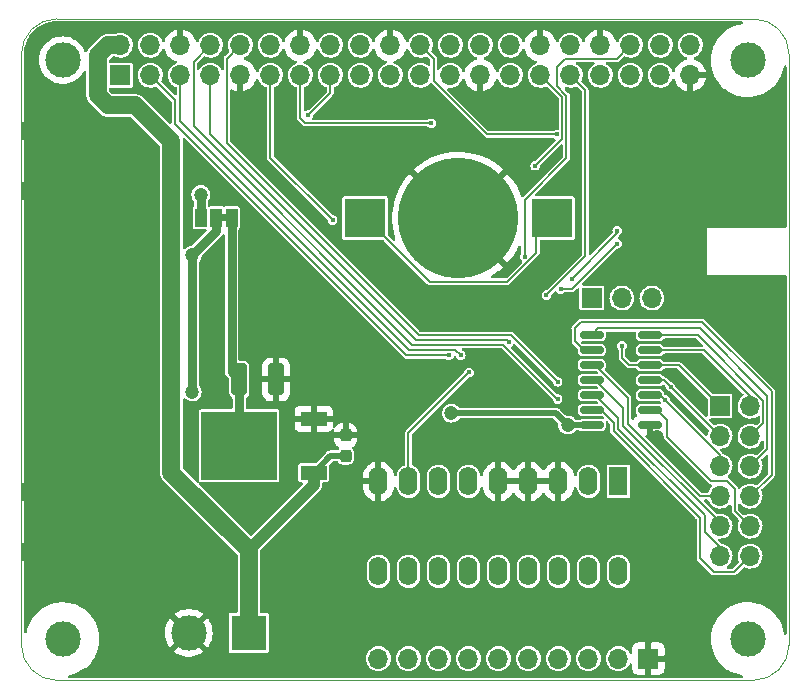
<source format=gbr>
G04 #@! TF.GenerationSoftware,KiCad,Pcbnew,6.0.2+dfsg-1*
G04 #@! TF.CreationDate,2022-08-30T21:57:41-05:00*
G04 #@! TF.ProjectId,BaseStationHAT,42617365-5374-4617-9469-6f6e4841542e,rev?*
G04 #@! TF.SameCoordinates,Original*
G04 #@! TF.FileFunction,Copper,L2,Bot*
G04 #@! TF.FilePolarity,Positive*
%FSLAX46Y46*%
G04 Gerber Fmt 4.6, Leading zero omitted, Abs format (unit mm)*
G04 Created by KiCad (PCBNEW 6.0.2+dfsg-1) date 2022-08-30 21:57:41*
%MOMM*%
%LPD*%
G01*
G04 APERTURE LIST*
G04 Aperture macros list*
%AMRoundRect*
0 Rectangle with rounded corners*
0 $1 Rounding radius*
0 $2 $3 $4 $5 $6 $7 $8 $9 X,Y pos of 4 corners*
0 Add a 4 corners polygon primitive as box body*
4,1,4,$2,$3,$4,$5,$6,$7,$8,$9,$2,$3,0*
0 Add four circle primitives for the rounded corners*
1,1,$1+$1,$2,$3*
1,1,$1+$1,$4,$5*
1,1,$1+$1,$6,$7*
1,1,$1+$1,$8,$9*
0 Add four rect primitives between the rounded corners*
20,1,$1+$1,$2,$3,$4,$5,0*
20,1,$1+$1,$4,$5,$6,$7,0*
20,1,$1+$1,$6,$7,$8,$9,0*
20,1,$1+$1,$8,$9,$2,$3,0*%
G04 Aperture macros list end*
G04 #@! TA.AperFunction,Profile*
%ADD10C,0.100000*%
G04 #@! TD*
G04 #@! TA.AperFunction,WasherPad*
%ADD11C,3.000000*%
G04 #@! TD*
G04 #@! TA.AperFunction,ComponentPad*
%ADD12R,1.600000X2.400000*%
G04 #@! TD*
G04 #@! TA.AperFunction,ComponentPad*
%ADD13O,1.600000X2.400000*%
G04 #@! TD*
G04 #@! TA.AperFunction,ComponentPad*
%ADD14R,1.700000X1.700000*%
G04 #@! TD*
G04 #@! TA.AperFunction,ComponentPad*
%ADD15O,1.700000X1.700000*%
G04 #@! TD*
G04 #@! TA.AperFunction,SMDPad,CuDef*
%ADD16R,4.060000X1.520000*%
G04 #@! TD*
G04 #@! TA.AperFunction,ComponentPad*
%ADD17R,3.000000X3.000000*%
G04 #@! TD*
G04 #@! TA.AperFunction,ComponentPad*
%ADD18C,3.000000*%
G04 #@! TD*
G04 #@! TA.AperFunction,SMDPad,CuDef*
%ADD19R,3.500000X3.300000*%
G04 #@! TD*
G04 #@! TA.AperFunction,SMDPad,CuDef*
%ADD20C,10.200000*%
G04 #@! TD*
G04 #@! TA.AperFunction,SMDPad,CuDef*
%ADD21RoundRect,0.250000X-0.412500X-1.100000X0.412500X-1.100000X0.412500X1.100000X-0.412500X1.100000X0*%
G04 #@! TD*
G04 #@! TA.AperFunction,SMDPad,CuDef*
%ADD22R,1.000000X1.500000*%
G04 #@! TD*
G04 #@! TA.AperFunction,SMDPad,CuDef*
%ADD23R,2.200000X1.200000*%
G04 #@! TD*
G04 #@! TA.AperFunction,SMDPad,CuDef*
%ADD24R,6.400000X5.800000*%
G04 #@! TD*
G04 #@! TA.AperFunction,SMDPad,CuDef*
%ADD25RoundRect,0.150000X-0.825000X-0.150000X0.825000X-0.150000X0.825000X0.150000X-0.825000X0.150000X0*%
G04 #@! TD*
G04 #@! TA.AperFunction,SMDPad,CuDef*
%ADD26RoundRect,0.237500X0.237500X-0.300000X0.237500X0.300000X-0.237500X0.300000X-0.237500X-0.300000X0*%
G04 #@! TD*
G04 #@! TA.AperFunction,ViaPad*
%ADD27C,0.400000*%
G04 #@! TD*
G04 #@! TA.AperFunction,ViaPad*
%ADD28C,1.200000*%
G04 #@! TD*
G04 #@! TA.AperFunction,Conductor*
%ADD29C,0.150000*%
G04 #@! TD*
G04 #@! TA.AperFunction,Conductor*
%ADD30C,0.750000*%
G04 #@! TD*
G04 #@! TA.AperFunction,Conductor*
%ADD31C,0.500000*%
G04 #@! TD*
G04 #@! TA.AperFunction,Conductor*
%ADD32C,1.500000*%
G04 #@! TD*
G04 #@! TA.AperFunction,Conductor*
%ADD33C,1.000000*%
G04 #@! TD*
G04 APERTURE END LIST*
D10*
X143546356Y-113817611D02*
X143546356Y-63817611D01*
X78546356Y-63817611D02*
X78546356Y-113817611D01*
X140546356Y-116817611D02*
G75*
G03*
X143546356Y-113817611I-1J3000001D01*
G01*
X140546356Y-60817611D02*
X81546356Y-60817611D01*
X81546356Y-116817611D02*
X140546356Y-116817611D01*
X143546356Y-63817611D02*
G75*
G03*
X140546356Y-60817611I-3000001J-1D01*
G01*
X81546356Y-60817611D02*
G75*
G03*
X78546356Y-63817611I1J-3000001D01*
G01*
X78546356Y-113817611D02*
G75*
G03*
X81546356Y-116817611I3000001J1D01*
G01*
G36*
X95950000Y-77950000D02*
G01*
X95450000Y-77950000D01*
X95450000Y-77350000D01*
X95950000Y-77350000D01*
X95950000Y-77950000D01*
G37*
D11*
X82040000Y-64310000D03*
X140040000Y-64330000D03*
X82040000Y-113320000D03*
X140030000Y-113310000D03*
D12*
X129100000Y-99975000D03*
D13*
X126560000Y-99975000D03*
X124020000Y-99975000D03*
X121480000Y-99975000D03*
X118940000Y-99975000D03*
X116400000Y-99975000D03*
X113860000Y-99975000D03*
X111320000Y-99975000D03*
X108780000Y-99975000D03*
X108780000Y-107595000D03*
X111320000Y-107595000D03*
X113860000Y-107595000D03*
X116400000Y-107595000D03*
X118940000Y-107595000D03*
X121480000Y-107595000D03*
X124020000Y-107595000D03*
X126560000Y-107595000D03*
X129100000Y-107595000D03*
D14*
X131640000Y-114975000D03*
D15*
X129100000Y-114975000D03*
X126560000Y-114975000D03*
X124020000Y-114975000D03*
X121480000Y-114975000D03*
X118940000Y-114975000D03*
X116400000Y-114975000D03*
X113860000Y-114975000D03*
X111320000Y-114975000D03*
X108780000Y-114975000D03*
D16*
X80657500Y-105940000D03*
X80657500Y-100860000D03*
D17*
X97800000Y-112800000D03*
D18*
X92720000Y-112800000D03*
D14*
X137700000Y-93600000D03*
D15*
X140240000Y-93600000D03*
X137700000Y-96140000D03*
X140240000Y-96140000D03*
X137700000Y-98680000D03*
X140240000Y-98680000D03*
X137700000Y-101220000D03*
X140240000Y-101220000D03*
X137700000Y-103760000D03*
X140240000Y-103760000D03*
X137700000Y-106300000D03*
X140240000Y-106300000D03*
D14*
X126850000Y-84450000D03*
D15*
X129390000Y-84450000D03*
X131930000Y-84450000D03*
D16*
X80657500Y-75390000D03*
X80657500Y-70310000D03*
D14*
X86920000Y-65590000D03*
D15*
X86920000Y-63050000D03*
X89460000Y-65590000D03*
X89460000Y-63050000D03*
X92000000Y-65590000D03*
X92000000Y-63050000D03*
X94540000Y-65590000D03*
X94540000Y-63050000D03*
X97080000Y-65590000D03*
X97080000Y-63050000D03*
X99620000Y-65590000D03*
X99620000Y-63050000D03*
X102160000Y-65590000D03*
X102160000Y-63050000D03*
X104700000Y-65590000D03*
X104700000Y-63050000D03*
X107240000Y-65590000D03*
X107240000Y-63050000D03*
X109780000Y-65590000D03*
X109780000Y-63050000D03*
X112320000Y-65590000D03*
X112320000Y-63050000D03*
X114860000Y-65590000D03*
X114860000Y-63050000D03*
X117400000Y-65590000D03*
X117400000Y-63050000D03*
X119940000Y-65590000D03*
X119940000Y-63050000D03*
X122480000Y-65590000D03*
X122480000Y-63050000D03*
X125020000Y-65590000D03*
X125020000Y-63050000D03*
X127560000Y-65590000D03*
X127560000Y-63050000D03*
X130100000Y-65590000D03*
X130100000Y-63050000D03*
X132640000Y-65590000D03*
X132640000Y-63050000D03*
X135180000Y-65590000D03*
X135180000Y-63050000D03*
D19*
X107650000Y-77695000D03*
X123450000Y-77695000D03*
D20*
X115550000Y-77695000D03*
D21*
X96987500Y-91350000D03*
X100112500Y-91350000D03*
D22*
X96350000Y-77650000D03*
X95050000Y-77650000D03*
X93750000Y-77650000D03*
D23*
X103300000Y-94670000D03*
D24*
X97000000Y-96950000D03*
D23*
X103300000Y-99230000D03*
D25*
X126832500Y-95210000D03*
X126832500Y-93940000D03*
X126832500Y-92670000D03*
X126832500Y-91400000D03*
X126832500Y-90130000D03*
X126832500Y-88860000D03*
X126832500Y-87590000D03*
X131782500Y-87590000D03*
X131782500Y-88860000D03*
X131782500Y-90130000D03*
X131782500Y-91400000D03*
X131782500Y-92670000D03*
X131782500Y-93940000D03*
X131782500Y-95210000D03*
D26*
X106000000Y-97812500D03*
X106000000Y-96087500D03*
D27*
X139900000Y-82800000D03*
X136900000Y-74400000D03*
X80400000Y-74200000D03*
X134200000Y-72100000D03*
X132800000Y-74400000D03*
X81700000Y-71500000D03*
X140600000Y-73000000D03*
X138300000Y-72100000D03*
X141200000Y-82800000D03*
X132800000Y-72100000D03*
X137500000Y-82800000D03*
D28*
X105950000Y-64350000D03*
D27*
X137500000Y-78200000D03*
X84500000Y-71600000D03*
X84100000Y-104600000D03*
X134200000Y-74400000D03*
X136300000Y-81700000D03*
X85100000Y-102200000D03*
D28*
X132325500Y-96200000D03*
D27*
X83100000Y-74100000D03*
X137900000Y-74400000D03*
X142300000Y-74700000D03*
X83100000Y-71600000D03*
D28*
X110550000Y-91250000D03*
D27*
X81800000Y-102100000D03*
X135600000Y-74400000D03*
X138800000Y-78200000D03*
X81700000Y-74200000D03*
X87400000Y-71600000D03*
X142300000Y-77300000D03*
X81800000Y-104800000D03*
X83100000Y-104600000D03*
X139700000Y-72200000D03*
X79300000Y-102100000D03*
X136900000Y-72100000D03*
X79200000Y-71500000D03*
X136300000Y-78200000D03*
X128600000Y-73900000D03*
D28*
X114600000Y-69000000D03*
D27*
X83100000Y-102200000D03*
X86300000Y-104600000D03*
X139300000Y-75000000D03*
X138800000Y-82800000D03*
X141400000Y-73800000D03*
X89000000Y-73600000D03*
X80600000Y-102100000D03*
X139800000Y-76900000D03*
X80600000Y-104700000D03*
X136300000Y-79300000D03*
X139900000Y-78100000D03*
D28*
X109400000Y-95550000D03*
D27*
X142300000Y-76000000D03*
X135600000Y-72100000D03*
X139800000Y-75800000D03*
X89000000Y-72000000D03*
X84100000Y-102200000D03*
X85100000Y-104600000D03*
X79300000Y-104700000D03*
X84500000Y-74100000D03*
X136300000Y-82800000D03*
X80400000Y-71500000D03*
X86000000Y-71600000D03*
X138700000Y-74400000D03*
X136300000Y-80500000D03*
X87600000Y-104500000D03*
X88600000Y-103900000D03*
X128600000Y-72600000D03*
X79200000Y-74200000D03*
X142400000Y-82800000D03*
X88600000Y-102800000D03*
X122150000Y-77650000D03*
D28*
X93000000Y-80850000D03*
X93000000Y-92400000D03*
X124800000Y-95200000D03*
X114950000Y-94200000D03*
D27*
X125150000Y-82800000D03*
X114750000Y-89300000D03*
X129000000Y-78750000D03*
X124200000Y-83700000D03*
X115750000Y-89300000D03*
X129000000Y-79850000D03*
X123950000Y-93000000D03*
X129400000Y-88500000D03*
X133509350Y-91950000D03*
X133034850Y-93065150D03*
X113250000Y-69650000D03*
X104900000Y-77850000D03*
X102850000Y-68950000D03*
X123875500Y-70600000D03*
X119850000Y-88150000D03*
X122050000Y-73250000D03*
X121150000Y-80950000D03*
X123950000Y-91550000D03*
X123000000Y-84200000D03*
X116450000Y-90750000D03*
D28*
X93750000Y-75700000D03*
D29*
X107750000Y-77695000D02*
X113124511Y-83069511D01*
X119701550Y-83069511D02*
X122150000Y-80621061D01*
X113124511Y-83069511D02*
X119701550Y-83069511D01*
X107650000Y-77695000D02*
X107750000Y-77695000D01*
X122150000Y-80621061D02*
X122150000Y-77650000D01*
D30*
X95050000Y-77650000D02*
X95050000Y-78800000D01*
D31*
X114950000Y-94200000D02*
X123800000Y-94200000D01*
X124810000Y-95210000D02*
X124800000Y-95200000D01*
X126832500Y-95210000D02*
X124810000Y-95210000D01*
D30*
X93000000Y-80850000D02*
X93000000Y-92400000D01*
D31*
X123800000Y-94200000D02*
X124800000Y-95200000D01*
D30*
X95050000Y-78800000D02*
X93000000Y-80850000D01*
D29*
X129000000Y-78750000D02*
X129000000Y-78950000D01*
X111150000Y-89300000D02*
X114750000Y-89300000D01*
X91550000Y-67680000D02*
X91550000Y-69700000D01*
X91550000Y-69700000D02*
X111150000Y-89300000D01*
X129000000Y-78950000D02*
X125150000Y-82800000D01*
X89460000Y-65590000D02*
X91550000Y-67680000D01*
X111354428Y-88825489D02*
X115275489Y-88825489D01*
X92000000Y-69471061D02*
X111354428Y-88825489D01*
X92000000Y-65590000D02*
X92000000Y-69471061D01*
X115275489Y-88825489D02*
X115750000Y-89300000D01*
X129000000Y-79850000D02*
X125150000Y-83700000D01*
X125150000Y-83700000D02*
X124200000Y-83700000D01*
X123925000Y-92975000D02*
X123950000Y-93000000D01*
X111600000Y-88400000D02*
X119350000Y-88400000D01*
X93124511Y-69924511D02*
X111600000Y-88400000D01*
X94540000Y-63050000D02*
X93124511Y-64465489D01*
X93124511Y-64465489D02*
X93124511Y-69924511D01*
X119350000Y-88400000D02*
X123925000Y-92975000D01*
X129400000Y-88500000D02*
X129400000Y-89500000D01*
X130030000Y-90130000D02*
X131782500Y-90130000D01*
X134230000Y-90130000D02*
X137700000Y-93600000D01*
X131782500Y-90130000D02*
X134230000Y-90130000D01*
X129400000Y-89500000D02*
X130030000Y-90130000D01*
X132959350Y-91400000D02*
X131782500Y-91400000D01*
X133509350Y-91950000D02*
X132959350Y-91400000D01*
X133509350Y-91950000D02*
X133510000Y-91950000D01*
X133510000Y-91950000D02*
X137700000Y-96140000D01*
X132639700Y-92670000D02*
X133034850Y-93065150D01*
X133034850Y-93065150D02*
X137700000Y-97730300D01*
X131782500Y-92670000D02*
X132639700Y-92670000D01*
X137700000Y-97730300D02*
X137700000Y-98680000D01*
X102600000Y-69650000D02*
X102160000Y-69210000D01*
X102160000Y-69210000D02*
X102160000Y-65590000D01*
X113250000Y-69650000D02*
X102600000Y-69650000D01*
X99620000Y-72570000D02*
X104900000Y-77850000D01*
X99620000Y-65590000D02*
X99620000Y-72570000D01*
X102850000Y-68950000D02*
X104700000Y-67100000D01*
X104700000Y-67100000D02*
X104700000Y-65590000D01*
X113444511Y-66055789D02*
X113444511Y-64174511D01*
X113444511Y-64174511D02*
X112320000Y-63050000D01*
X117988722Y-70600000D02*
X113444511Y-66055789D01*
X123875500Y-70600000D02*
X117988722Y-70600000D01*
X111950000Y-88000000D02*
X119700000Y-88000000D01*
X94540000Y-65590000D02*
X94540000Y-70590000D01*
X94540000Y-70590000D02*
X111950000Y-88000000D01*
X119700000Y-88000000D02*
X119850000Y-88150000D01*
X124350000Y-70950000D02*
X122050000Y-73250000D01*
X122480000Y-65590000D02*
X124350000Y-67460000D01*
X124350000Y-67460000D02*
X124350000Y-70950000D01*
X124554211Y-64174511D02*
X123867148Y-64861574D01*
X130100000Y-63050000D02*
X128975489Y-64174511D01*
X123867148Y-66482852D02*
X124700000Y-67315704D01*
X121150000Y-76150000D02*
X121150000Y-80950000D01*
X124700000Y-72600000D02*
X121150000Y-76150000D01*
X123867148Y-64861574D02*
X123867148Y-66482852D01*
X128975489Y-64174511D02*
X124554211Y-64174511D01*
X124700000Y-67315704D02*
X124700000Y-72600000D01*
X120000000Y-87600000D02*
X123950000Y-91550000D01*
X112250000Y-87600000D02*
X120000000Y-87600000D01*
X95955489Y-64174511D02*
X95955489Y-71305489D01*
X95955489Y-71305489D02*
X112250000Y-87600000D01*
X97080000Y-63050000D02*
X95955489Y-64174511D01*
X126300000Y-66870000D02*
X125020000Y-65590000D01*
X126300000Y-80900000D02*
X126300000Y-66870000D01*
X126300000Y-80900000D02*
X123000000Y-84200000D01*
X111320000Y-95880000D02*
X116450000Y-90750000D01*
X111320000Y-99975000D02*
X111320000Y-95880000D01*
X125400000Y-88100000D02*
X125400000Y-87000000D01*
X125900000Y-86500000D02*
X136200000Y-86500000D01*
X125400000Y-87000000D02*
X125900000Y-86500000D01*
X126160000Y-88860000D02*
X125400000Y-88100000D01*
X136200000Y-86500000D02*
X142063551Y-92363551D01*
X142063551Y-99396449D02*
X140240000Y-101220000D01*
X126832500Y-88860000D02*
X126160000Y-88860000D01*
X142063551Y-92363551D02*
X142063551Y-99396449D01*
X126832500Y-87590000D02*
X127407020Y-87015480D01*
X127407020Y-87015480D02*
X136015480Y-87015480D01*
X141714031Y-97205969D02*
X140240000Y-98680000D01*
X136015480Y-87015480D02*
X141714031Y-92714031D01*
X141714031Y-92714031D02*
X141714031Y-97205969D01*
X141364511Y-95015489D02*
X140240000Y-96140000D01*
X131782500Y-87590000D02*
X135820300Y-87590000D01*
X141364511Y-93134211D02*
X141364511Y-95015489D01*
X135820300Y-87590000D02*
X141364511Y-93134211D01*
X136360000Y-88860000D02*
X140240000Y-92740000D01*
X140240000Y-92740000D02*
X140240000Y-93600000D01*
X131782500Y-88860000D02*
X136360000Y-88860000D01*
X129900000Y-92892139D02*
X129900000Y-95100000D01*
X126832500Y-90130000D02*
X127137861Y-90130000D01*
X129900000Y-95100000D02*
X136020000Y-101220000D01*
X127137861Y-90130000D02*
X129900000Y-92892139D01*
X136020000Y-101220000D02*
X137700000Y-101220000D01*
X126832500Y-91400000D02*
X127137861Y-91400000D01*
X129500000Y-95250000D02*
X137700000Y-103450000D01*
X137700000Y-103450000D02*
X137700000Y-103760000D01*
X129500000Y-93762139D02*
X129500000Y-95250000D01*
X127137861Y-91400000D02*
X129500000Y-93762139D01*
X129100000Y-94632139D02*
X129100000Y-95500000D01*
X136400000Y-102800000D02*
X136400000Y-104250000D01*
X136400000Y-104250000D02*
X137700000Y-105550000D01*
X126832500Y-92670000D02*
X127137861Y-92670000D01*
X137700000Y-105550000D02*
X137700000Y-106300000D01*
X129100000Y-95500000D02*
X136400000Y-102800000D01*
X127137861Y-92670000D02*
X129100000Y-94632139D01*
X132340000Y-93940000D02*
X133200000Y-94800000D01*
X138950000Y-102470000D02*
X140240000Y-103760000D01*
X136950000Y-99950000D02*
X138300000Y-99950000D01*
X131782500Y-93940000D02*
X132340000Y-93940000D01*
X133200000Y-96200000D02*
X136950000Y-99950000D01*
X138300000Y-99950000D02*
X138950000Y-100600000D01*
X133200000Y-94800000D02*
X133200000Y-96200000D01*
X138950000Y-100600000D02*
X138950000Y-102470000D01*
X138890000Y-107650000D02*
X140240000Y-106300000D01*
X128700000Y-95000000D02*
X128700000Y-95750000D01*
X126832500Y-93940000D02*
X127640000Y-93940000D01*
X137150000Y-107650000D02*
X138890000Y-107650000D01*
X136000000Y-106500000D02*
X137150000Y-107650000D01*
X128700000Y-95750000D02*
X136000000Y-103050000D01*
X127640000Y-93940000D02*
X128700000Y-95000000D01*
X136000000Y-103050000D02*
X136000000Y-106500000D01*
D32*
X91250000Y-71200000D02*
X88200000Y-68150000D01*
X88200000Y-68150000D02*
X85880978Y-68150000D01*
X97800000Y-105800000D02*
X97800000Y-112800000D01*
X91250000Y-99250000D02*
X97800000Y-105800000D01*
X85000000Y-67269022D02*
X85000000Y-63910978D01*
D33*
X103300000Y-100300000D02*
X97800000Y-105800000D01*
D32*
X85860978Y-63050000D02*
X86920000Y-63050000D01*
X85880978Y-68150000D02*
X85000000Y-67269022D01*
D31*
X106000000Y-97812500D02*
X104717500Y-97812500D01*
D33*
X103300000Y-99230000D02*
X103300000Y-100300000D01*
D31*
X104717500Y-97812500D02*
X103300000Y-99230000D01*
D32*
X85000000Y-63910978D02*
X85860978Y-63050000D01*
X91250000Y-99250000D02*
X91250000Y-71200000D01*
D30*
X96350000Y-90712500D02*
X96987500Y-91350000D01*
X96350000Y-77650000D02*
X96350000Y-90712500D01*
X96987500Y-91350000D02*
X97000000Y-91362500D01*
X97000000Y-91362500D02*
X97000000Y-96950000D01*
X93750000Y-75700000D02*
X93750000Y-77650000D01*
G04 #@! TA.AperFunction,Conductor*
G36*
X139600605Y-61037613D02*
G01*
X139647098Y-61091269D01*
X139657202Y-61161543D01*
X139627708Y-61226123D01*
X139567982Y-61264507D01*
X139552629Y-61267990D01*
X139376639Y-61296494D01*
X139376636Y-61296495D01*
X139373164Y-61297057D01*
X139369777Y-61298003D01*
X139369771Y-61298004D01*
X139093857Y-61375041D01*
X139039241Y-61390290D01*
X138899413Y-61446784D01*
X138721055Y-61518845D01*
X138721051Y-61518847D01*
X138717791Y-61520164D01*
X138714704Y-61521833D01*
X138714700Y-61521835D01*
X138683143Y-61538898D01*
X138412822Y-61685060D01*
X138128134Y-61882923D01*
X138125492Y-61885236D01*
X138125488Y-61885239D01*
X137976883Y-62015333D01*
X137867276Y-62111287D01*
X137633499Y-62367306D01*
X137429717Y-62647787D01*
X137258470Y-62949237D01*
X137216786Y-63046494D01*
X137136245Y-63234411D01*
X137121893Y-63267896D01*
X137109561Y-63308742D01*
X137023586Y-63593504D01*
X137021687Y-63599793D01*
X137005996Y-63685288D01*
X136960290Y-63934320D01*
X136959102Y-63940792D01*
X136934918Y-64286642D01*
X136949436Y-64633032D01*
X136970059Y-64766252D01*
X136996870Y-64939438D01*
X137002475Y-64975646D01*
X137003397Y-64979038D01*
X137003397Y-64979040D01*
X137018509Y-65034662D01*
X137093375Y-65310212D01*
X137221001Y-65632560D01*
X137222647Y-65635656D01*
X137222649Y-65635660D01*
X137281451Y-65746249D01*
X137383765Y-65938673D01*
X137385750Y-65941572D01*
X137577645Y-66221829D01*
X137577650Y-66221835D01*
X137579636Y-66224736D01*
X137806173Y-66487182D01*
X137808743Y-66489562D01*
X137808747Y-66489566D01*
X137883948Y-66559202D01*
X138060553Y-66722740D01*
X138063375Y-66724821D01*
X138063378Y-66724823D01*
X138156872Y-66793753D01*
X138339605Y-66928475D01*
X138342642Y-66930229D01*
X138342646Y-66930231D01*
X138435978Y-66984116D01*
X138639852Y-67101823D01*
X138957550Y-67240621D01*
X138960906Y-67241660D01*
X138960909Y-67241661D01*
X139239423Y-67327876D01*
X139288739Y-67343142D01*
X139292191Y-67343800D01*
X139292197Y-67343802D01*
X139625842Y-67407448D01*
X139625847Y-67407449D01*
X139629293Y-67408106D01*
X139824236Y-67423106D01*
X139971469Y-67434435D01*
X139971470Y-67434435D01*
X139974966Y-67434704D01*
X140204159Y-67426700D01*
X140317933Y-67422727D01*
X140317937Y-67422727D01*
X140321449Y-67422604D01*
X140324928Y-67422090D01*
X140324931Y-67422090D01*
X140660932Y-67372474D01*
X140660938Y-67372473D01*
X140664424Y-67371958D01*
X140667828Y-67371059D01*
X140667831Y-67371058D01*
X140996226Y-67284293D01*
X140996227Y-67284293D01*
X140999617Y-67283397D01*
X141322848Y-67158023D01*
X141630090Y-66997401D01*
X141818970Y-66870000D01*
X141914597Y-66805499D01*
X141914599Y-66805498D01*
X141917513Y-66803532D01*
X141947987Y-66777597D01*
X142178861Y-66581107D01*
X142178862Y-66581106D01*
X142181534Y-66578832D01*
X142249871Y-66506061D01*
X142416452Y-66328671D01*
X142416456Y-66328666D01*
X142418863Y-66326103D01*
X142420968Y-66323289D01*
X142420974Y-66323282D01*
X142605722Y-66076323D01*
X142626541Y-66048494D01*
X142647076Y-66013494D01*
X142723688Y-65882910D01*
X142801980Y-65749465D01*
X142859856Y-65619474D01*
X142941562Y-65435961D01*
X142941564Y-65435956D01*
X142942994Y-65432744D01*
X143047824Y-65102278D01*
X143093075Y-64873745D01*
X143096756Y-64855154D01*
X143129608Y-64792215D01*
X143191272Y-64757030D01*
X143262171Y-64760768D01*
X143319793Y-64802243D01*
X143345845Y-64868287D01*
X143346356Y-64879627D01*
X143346356Y-78374000D01*
X143326354Y-78442121D01*
X143272698Y-78488614D01*
X143220356Y-78500000D01*
X136600000Y-78500000D01*
X136600000Y-82500000D01*
X143220356Y-82500000D01*
X143288477Y-82520002D01*
X143334970Y-82573658D01*
X143346356Y-82626000D01*
X143346356Y-112825113D01*
X143326354Y-112893234D01*
X143272698Y-112939727D01*
X143202424Y-112949831D01*
X143137844Y-112920337D01*
X143099460Y-112860611D01*
X143096121Y-112846126D01*
X143058803Y-112625488D01*
X143058802Y-112625484D01*
X143058214Y-112622007D01*
X143047104Y-112583260D01*
X143002577Y-112427978D01*
X142962652Y-112288742D01*
X142916259Y-112176183D01*
X142831875Y-111971452D01*
X142831871Y-111971444D01*
X142830537Y-111968207D01*
X142663516Y-111664397D01*
X142463670Y-111381097D01*
X142233490Y-111121839D01*
X142108037Y-111008881D01*
X141978464Y-110892213D01*
X141978461Y-110892211D01*
X141975846Y-110889856D01*
X141693948Y-110688037D01*
X141690885Y-110686325D01*
X141690880Y-110686322D01*
X141412281Y-110530618D01*
X141391311Y-110518898D01*
X141388066Y-110517534D01*
X141388062Y-110517532D01*
X141211347Y-110443248D01*
X141071706Y-110384549D01*
X141068343Y-110383559D01*
X141068334Y-110383556D01*
X140863222Y-110323189D01*
X140739117Y-110286663D01*
X140430181Y-110232189D01*
X140401150Y-110227070D01*
X140401148Y-110227070D01*
X140397690Y-110226460D01*
X140394181Y-110226239D01*
X140394179Y-110226239D01*
X140055198Y-110204912D01*
X140055192Y-110204912D01*
X140051680Y-110204691D01*
X139953499Y-110209493D01*
X139708906Y-110221455D01*
X139708897Y-110221456D01*
X139705399Y-110221627D01*
X139701931Y-110222189D01*
X139701928Y-110222189D01*
X139366639Y-110276494D01*
X139366636Y-110276495D01*
X139363164Y-110277057D01*
X139359777Y-110278003D01*
X139359771Y-110278004D01*
X139083857Y-110355041D01*
X139029241Y-110370290D01*
X138868516Y-110435227D01*
X138711055Y-110498845D01*
X138711051Y-110498847D01*
X138707791Y-110500164D01*
X138704704Y-110501833D01*
X138704700Y-110501835D01*
X138651467Y-110530618D01*
X138402822Y-110665060D01*
X138118134Y-110862923D01*
X138115492Y-110865236D01*
X138115488Y-110865239D01*
X137944847Y-111014624D01*
X137857276Y-111091287D01*
X137623499Y-111347306D01*
X137419717Y-111627787D01*
X137417975Y-111630853D01*
X137417974Y-111630855D01*
X137414036Y-111637787D01*
X137248470Y-111929237D01*
X137180152Y-112088635D01*
X137117658Y-112234446D01*
X137111893Y-112247896D01*
X137099561Y-112288742D01*
X137055264Y-112435461D01*
X137011687Y-112579793D01*
X137002726Y-112628617D01*
X136954160Y-112893234D01*
X136949102Y-112920792D01*
X136924918Y-113266642D01*
X136939436Y-113613032D01*
X136949836Y-113680214D01*
X136986871Y-113919443D01*
X136992475Y-113955646D01*
X136993397Y-113959038D01*
X136993397Y-113959040D01*
X137008941Y-114016250D01*
X137083375Y-114290212D01*
X137211001Y-114612560D01*
X137212647Y-114615656D01*
X137212649Y-114615660D01*
X137250943Y-114687680D01*
X137373765Y-114918673D01*
X137375750Y-114921572D01*
X137567645Y-115201829D01*
X137567650Y-115201835D01*
X137569636Y-115204736D01*
X137796173Y-115467182D01*
X137798743Y-115469562D01*
X137798747Y-115469566D01*
X137882172Y-115546818D01*
X138050553Y-115702740D01*
X138053375Y-115704821D01*
X138053378Y-115704823D01*
X138066942Y-115714823D01*
X138329605Y-115908475D01*
X138332642Y-115910229D01*
X138332646Y-115910231D01*
X138391484Y-115944201D01*
X138629852Y-116081823D01*
X138947550Y-116220621D01*
X138950906Y-116221660D01*
X138950909Y-116221661D01*
X139275379Y-116322102D01*
X139278739Y-116323142D01*
X139282191Y-116323800D01*
X139282197Y-116323802D01*
X139513070Y-116367843D01*
X139576236Y-116400255D01*
X139611851Y-116461672D01*
X139608608Y-116532595D01*
X139567536Y-116590505D01*
X139501676Y-116617017D01*
X139489460Y-116617611D01*
X82648936Y-116617611D01*
X82580815Y-116597609D01*
X82534322Y-116543953D01*
X82524218Y-116473679D01*
X82553712Y-116409099D01*
X82613438Y-116370715D01*
X82630530Y-116366963D01*
X82660932Y-116362474D01*
X82660938Y-116362473D01*
X82664424Y-116361958D01*
X82667828Y-116361059D01*
X82667831Y-116361058D01*
X82996226Y-116274293D01*
X82996227Y-116274293D01*
X82999617Y-116273397D01*
X83322848Y-116148023D01*
X83630090Y-115987401D01*
X83794523Y-115876490D01*
X83914597Y-115795499D01*
X83914599Y-115795498D01*
X83917513Y-115793532D01*
X83976638Y-115743213D01*
X84178861Y-115571107D01*
X84178862Y-115571106D01*
X84181534Y-115568832D01*
X84335999Y-115404344D01*
X84416452Y-115318671D01*
X84416456Y-115318666D01*
X84418863Y-115316103D01*
X84420968Y-115313289D01*
X84420974Y-115313282D01*
X84624432Y-115041313D01*
X84626541Y-115038494D01*
X84630067Y-115032485D01*
X84672440Y-114960262D01*
X107724520Y-114960262D01*
X107741759Y-115165553D01*
X107743458Y-115171478D01*
X107784120Y-115313282D01*
X107798544Y-115363586D01*
X107801359Y-115369063D01*
X107801360Y-115369066D01*
X107850418Y-115464522D01*
X107892712Y-115546818D01*
X108020677Y-115708270D01*
X108177564Y-115841791D01*
X108357398Y-115942297D01*
X108452238Y-115973113D01*
X108547471Y-116004056D01*
X108547475Y-116004057D01*
X108553329Y-116005959D01*
X108757894Y-116030351D01*
X108764029Y-116029879D01*
X108764031Y-116029879D01*
X108820039Y-116025569D01*
X108963300Y-116014546D01*
X108969230Y-116012890D01*
X108969232Y-116012890D01*
X109155797Y-115960800D01*
X109155796Y-115960800D01*
X109161725Y-115959145D01*
X109167214Y-115956372D01*
X109167220Y-115956370D01*
X109340116Y-115869033D01*
X109345610Y-115866258D01*
X109507951Y-115739424D01*
X109533044Y-115710354D01*
X109638540Y-115588134D01*
X109638540Y-115588133D01*
X109642564Y-115583472D01*
X109649589Y-115571107D01*
X109726445Y-115435815D01*
X109744323Y-115404344D01*
X109809351Y-115208863D01*
X109835171Y-115004474D01*
X109835583Y-114975000D01*
X109834138Y-114960262D01*
X110264520Y-114960262D01*
X110281759Y-115165553D01*
X110283458Y-115171478D01*
X110324120Y-115313282D01*
X110338544Y-115363586D01*
X110341359Y-115369063D01*
X110341360Y-115369066D01*
X110390418Y-115464522D01*
X110432712Y-115546818D01*
X110560677Y-115708270D01*
X110717564Y-115841791D01*
X110897398Y-115942297D01*
X110992238Y-115973113D01*
X111087471Y-116004056D01*
X111087475Y-116004057D01*
X111093329Y-116005959D01*
X111297894Y-116030351D01*
X111304029Y-116029879D01*
X111304031Y-116029879D01*
X111360039Y-116025569D01*
X111503300Y-116014546D01*
X111509230Y-116012890D01*
X111509232Y-116012890D01*
X111695797Y-115960800D01*
X111695796Y-115960800D01*
X111701725Y-115959145D01*
X111707214Y-115956372D01*
X111707220Y-115956370D01*
X111880116Y-115869033D01*
X111885610Y-115866258D01*
X112047951Y-115739424D01*
X112073044Y-115710354D01*
X112178540Y-115588134D01*
X112178540Y-115588133D01*
X112182564Y-115583472D01*
X112189589Y-115571107D01*
X112266445Y-115435815D01*
X112284323Y-115404344D01*
X112349351Y-115208863D01*
X112375171Y-115004474D01*
X112375583Y-114975000D01*
X112374138Y-114960262D01*
X112804520Y-114960262D01*
X112821759Y-115165553D01*
X112823458Y-115171478D01*
X112864120Y-115313282D01*
X112878544Y-115363586D01*
X112881359Y-115369063D01*
X112881360Y-115369066D01*
X112930418Y-115464522D01*
X112972712Y-115546818D01*
X113100677Y-115708270D01*
X113257564Y-115841791D01*
X113437398Y-115942297D01*
X113532238Y-115973113D01*
X113627471Y-116004056D01*
X113627475Y-116004057D01*
X113633329Y-116005959D01*
X113837894Y-116030351D01*
X113844029Y-116029879D01*
X113844031Y-116029879D01*
X113900039Y-116025569D01*
X114043300Y-116014546D01*
X114049230Y-116012890D01*
X114049232Y-116012890D01*
X114235797Y-115960800D01*
X114235796Y-115960800D01*
X114241725Y-115959145D01*
X114247214Y-115956372D01*
X114247220Y-115956370D01*
X114420116Y-115869033D01*
X114425610Y-115866258D01*
X114587951Y-115739424D01*
X114613044Y-115710354D01*
X114718540Y-115588134D01*
X114718540Y-115588133D01*
X114722564Y-115583472D01*
X114729589Y-115571107D01*
X114806445Y-115435815D01*
X114824323Y-115404344D01*
X114889351Y-115208863D01*
X114915171Y-115004474D01*
X114915583Y-114975000D01*
X114914138Y-114960262D01*
X115344520Y-114960262D01*
X115361759Y-115165553D01*
X115363458Y-115171478D01*
X115404120Y-115313282D01*
X115418544Y-115363586D01*
X115421359Y-115369063D01*
X115421360Y-115369066D01*
X115470418Y-115464522D01*
X115512712Y-115546818D01*
X115640677Y-115708270D01*
X115797564Y-115841791D01*
X115977398Y-115942297D01*
X116072238Y-115973113D01*
X116167471Y-116004056D01*
X116167475Y-116004057D01*
X116173329Y-116005959D01*
X116377894Y-116030351D01*
X116384029Y-116029879D01*
X116384031Y-116029879D01*
X116440039Y-116025569D01*
X116583300Y-116014546D01*
X116589230Y-116012890D01*
X116589232Y-116012890D01*
X116775797Y-115960800D01*
X116775796Y-115960800D01*
X116781725Y-115959145D01*
X116787214Y-115956372D01*
X116787220Y-115956370D01*
X116960116Y-115869033D01*
X116965610Y-115866258D01*
X117127951Y-115739424D01*
X117153044Y-115710354D01*
X117258540Y-115588134D01*
X117258540Y-115588133D01*
X117262564Y-115583472D01*
X117269589Y-115571107D01*
X117346445Y-115435815D01*
X117364323Y-115404344D01*
X117429351Y-115208863D01*
X117455171Y-115004474D01*
X117455583Y-114975000D01*
X117454138Y-114960262D01*
X117884520Y-114960262D01*
X117901759Y-115165553D01*
X117903458Y-115171478D01*
X117944120Y-115313282D01*
X117958544Y-115363586D01*
X117961359Y-115369063D01*
X117961360Y-115369066D01*
X118010418Y-115464522D01*
X118052712Y-115546818D01*
X118180677Y-115708270D01*
X118337564Y-115841791D01*
X118517398Y-115942297D01*
X118612238Y-115973113D01*
X118707471Y-116004056D01*
X118707475Y-116004057D01*
X118713329Y-116005959D01*
X118917894Y-116030351D01*
X118924029Y-116029879D01*
X118924031Y-116029879D01*
X118980039Y-116025569D01*
X119123300Y-116014546D01*
X119129230Y-116012890D01*
X119129232Y-116012890D01*
X119315797Y-115960800D01*
X119315796Y-115960800D01*
X119321725Y-115959145D01*
X119327214Y-115956372D01*
X119327220Y-115956370D01*
X119500116Y-115869033D01*
X119505610Y-115866258D01*
X119667951Y-115739424D01*
X119693044Y-115710354D01*
X119798540Y-115588134D01*
X119798540Y-115588133D01*
X119802564Y-115583472D01*
X119809589Y-115571107D01*
X119886445Y-115435815D01*
X119904323Y-115404344D01*
X119969351Y-115208863D01*
X119995171Y-115004474D01*
X119995583Y-114975000D01*
X119994138Y-114960262D01*
X120424520Y-114960262D01*
X120441759Y-115165553D01*
X120443458Y-115171478D01*
X120484120Y-115313282D01*
X120498544Y-115363586D01*
X120501359Y-115369063D01*
X120501360Y-115369066D01*
X120550418Y-115464522D01*
X120592712Y-115546818D01*
X120720677Y-115708270D01*
X120877564Y-115841791D01*
X121057398Y-115942297D01*
X121152238Y-115973113D01*
X121247471Y-116004056D01*
X121247475Y-116004057D01*
X121253329Y-116005959D01*
X121457894Y-116030351D01*
X121464029Y-116029879D01*
X121464031Y-116029879D01*
X121520039Y-116025569D01*
X121663300Y-116014546D01*
X121669230Y-116012890D01*
X121669232Y-116012890D01*
X121855797Y-115960800D01*
X121855796Y-115960800D01*
X121861725Y-115959145D01*
X121867214Y-115956372D01*
X121867220Y-115956370D01*
X122040116Y-115869033D01*
X122045610Y-115866258D01*
X122207951Y-115739424D01*
X122233044Y-115710354D01*
X122338540Y-115588134D01*
X122338540Y-115588133D01*
X122342564Y-115583472D01*
X122349589Y-115571107D01*
X122426445Y-115435815D01*
X122444323Y-115404344D01*
X122509351Y-115208863D01*
X122535171Y-115004474D01*
X122535583Y-114975000D01*
X122534138Y-114960262D01*
X122964520Y-114960262D01*
X122981759Y-115165553D01*
X122983458Y-115171478D01*
X123024120Y-115313282D01*
X123038544Y-115363586D01*
X123041359Y-115369063D01*
X123041360Y-115369066D01*
X123090418Y-115464522D01*
X123132712Y-115546818D01*
X123260677Y-115708270D01*
X123417564Y-115841791D01*
X123597398Y-115942297D01*
X123692238Y-115973113D01*
X123787471Y-116004056D01*
X123787475Y-116004057D01*
X123793329Y-116005959D01*
X123997894Y-116030351D01*
X124004029Y-116029879D01*
X124004031Y-116029879D01*
X124060039Y-116025569D01*
X124203300Y-116014546D01*
X124209230Y-116012890D01*
X124209232Y-116012890D01*
X124395797Y-115960800D01*
X124395796Y-115960800D01*
X124401725Y-115959145D01*
X124407214Y-115956372D01*
X124407220Y-115956370D01*
X124580116Y-115869033D01*
X124585610Y-115866258D01*
X124747951Y-115739424D01*
X124773044Y-115710354D01*
X124878540Y-115588134D01*
X124878540Y-115588133D01*
X124882564Y-115583472D01*
X124889589Y-115571107D01*
X124966445Y-115435815D01*
X124984323Y-115404344D01*
X125049351Y-115208863D01*
X125075171Y-115004474D01*
X125075583Y-114975000D01*
X125074138Y-114960262D01*
X125504520Y-114960262D01*
X125521759Y-115165553D01*
X125523458Y-115171478D01*
X125564120Y-115313282D01*
X125578544Y-115363586D01*
X125581359Y-115369063D01*
X125581360Y-115369066D01*
X125630418Y-115464522D01*
X125672712Y-115546818D01*
X125800677Y-115708270D01*
X125957564Y-115841791D01*
X126137398Y-115942297D01*
X126232238Y-115973113D01*
X126327471Y-116004056D01*
X126327475Y-116004057D01*
X126333329Y-116005959D01*
X126537894Y-116030351D01*
X126544029Y-116029879D01*
X126544031Y-116029879D01*
X126600039Y-116025569D01*
X126743300Y-116014546D01*
X126749230Y-116012890D01*
X126749232Y-116012890D01*
X126935797Y-115960800D01*
X126935796Y-115960800D01*
X126941725Y-115959145D01*
X126947214Y-115956372D01*
X126947220Y-115956370D01*
X127120116Y-115869033D01*
X127125610Y-115866258D01*
X127287951Y-115739424D01*
X127313044Y-115710354D01*
X127418540Y-115588134D01*
X127418540Y-115588133D01*
X127422564Y-115583472D01*
X127429589Y-115571107D01*
X127506445Y-115435815D01*
X127524323Y-115404344D01*
X127589351Y-115208863D01*
X127615171Y-115004474D01*
X127615583Y-114975000D01*
X127614138Y-114960262D01*
X128044520Y-114960262D01*
X128061759Y-115165553D01*
X128063458Y-115171478D01*
X128104120Y-115313282D01*
X128118544Y-115363586D01*
X128121359Y-115369063D01*
X128121360Y-115369066D01*
X128170418Y-115464522D01*
X128212712Y-115546818D01*
X128340677Y-115708270D01*
X128497564Y-115841791D01*
X128677398Y-115942297D01*
X128772238Y-115973113D01*
X128867471Y-116004056D01*
X128867475Y-116004057D01*
X128873329Y-116005959D01*
X129077894Y-116030351D01*
X129084029Y-116029879D01*
X129084031Y-116029879D01*
X129140039Y-116025569D01*
X129283300Y-116014546D01*
X129289230Y-116012890D01*
X129289232Y-116012890D01*
X129475797Y-115960800D01*
X129475796Y-115960800D01*
X129481725Y-115959145D01*
X129487214Y-115956372D01*
X129487220Y-115956370D01*
X129660116Y-115869033D01*
X129665610Y-115866258D01*
X129827951Y-115739424D01*
X129853044Y-115710354D01*
X129958540Y-115588134D01*
X129958540Y-115588133D01*
X129962564Y-115583472D01*
X129969589Y-115571107D01*
X130046445Y-115435815D01*
X130097484Y-115386464D01*
X130167102Y-115372542D01*
X130233196Y-115398468D01*
X130274781Y-115456011D01*
X130282001Y-115498052D01*
X130282001Y-115869669D01*
X130282371Y-115876490D01*
X130287895Y-115927352D01*
X130291521Y-115942604D01*
X130336676Y-116063054D01*
X130345214Y-116078649D01*
X130421715Y-116180724D01*
X130434276Y-116193285D01*
X130536351Y-116269786D01*
X130551946Y-116278324D01*
X130672394Y-116323478D01*
X130687649Y-116327105D01*
X130738514Y-116332631D01*
X130745328Y-116333000D01*
X131367885Y-116333000D01*
X131383124Y-116328525D01*
X131384329Y-116327135D01*
X131386000Y-116319452D01*
X131386000Y-116314884D01*
X131894000Y-116314884D01*
X131898475Y-116330123D01*
X131899865Y-116331328D01*
X131907548Y-116332999D01*
X132534669Y-116332999D01*
X132541490Y-116332629D01*
X132592352Y-116327105D01*
X132607604Y-116323479D01*
X132728054Y-116278324D01*
X132743649Y-116269786D01*
X132845724Y-116193285D01*
X132858285Y-116180724D01*
X132934786Y-116078649D01*
X132943324Y-116063054D01*
X132988478Y-115942606D01*
X132992105Y-115927351D01*
X132997631Y-115876486D01*
X132998000Y-115869672D01*
X132998000Y-115247115D01*
X132993525Y-115231876D01*
X132992135Y-115230671D01*
X132984452Y-115229000D01*
X131912115Y-115229000D01*
X131896876Y-115233475D01*
X131895671Y-115234865D01*
X131894000Y-115242548D01*
X131894000Y-116314884D01*
X131386000Y-116314884D01*
X131386000Y-114702885D01*
X131894000Y-114702885D01*
X131898475Y-114718124D01*
X131899865Y-114719329D01*
X131907548Y-114721000D01*
X132979884Y-114721000D01*
X132995123Y-114716525D01*
X132996328Y-114715135D01*
X132997999Y-114707452D01*
X132997999Y-114080331D01*
X132997629Y-114073510D01*
X132992105Y-114022648D01*
X132988479Y-114007396D01*
X132943324Y-113886946D01*
X132934786Y-113871351D01*
X132858285Y-113769276D01*
X132845724Y-113756715D01*
X132743649Y-113680214D01*
X132728054Y-113671676D01*
X132607606Y-113626522D01*
X132592351Y-113622895D01*
X132541486Y-113617369D01*
X132534672Y-113617000D01*
X131912115Y-113617000D01*
X131896876Y-113621475D01*
X131895671Y-113622865D01*
X131894000Y-113630548D01*
X131894000Y-114702885D01*
X131386000Y-114702885D01*
X131386000Y-113635116D01*
X131381525Y-113619877D01*
X131380135Y-113618672D01*
X131372452Y-113617001D01*
X130745331Y-113617001D01*
X130738510Y-113617371D01*
X130687648Y-113622895D01*
X130672396Y-113626521D01*
X130551946Y-113671676D01*
X130536351Y-113680214D01*
X130434276Y-113756715D01*
X130421715Y-113769276D01*
X130345214Y-113871351D01*
X130336676Y-113886946D01*
X130291522Y-114007394D01*
X130287895Y-114022649D01*
X130282369Y-114073514D01*
X130282000Y-114080328D01*
X130282000Y-114454942D01*
X130261998Y-114523063D01*
X130208342Y-114569556D01*
X130138068Y-114579660D01*
X130073488Y-114550166D01*
X130044748Y-114514095D01*
X130031335Y-114488867D01*
X129979218Y-114390849D01*
X129894375Y-114286821D01*
X129852906Y-114235975D01*
X129852903Y-114235972D01*
X129849011Y-114231200D01*
X129736457Y-114138087D01*
X129695025Y-114103811D01*
X129695021Y-114103809D01*
X129690275Y-114099882D01*
X129509055Y-114001897D01*
X129312254Y-113940977D01*
X129306129Y-113940333D01*
X129306128Y-113940333D01*
X129113498Y-113920087D01*
X129113496Y-113920087D01*
X129107369Y-113919443D01*
X129020529Y-113927346D01*
X128908342Y-113937555D01*
X128908339Y-113937556D01*
X128902203Y-113938114D01*
X128704572Y-113996280D01*
X128522002Y-114091726D01*
X128517201Y-114095586D01*
X128517198Y-114095588D01*
X128464340Y-114138087D01*
X128361447Y-114220815D01*
X128229024Y-114378630D01*
X128226056Y-114384028D01*
X128226053Y-114384033D01*
X128134722Y-114550166D01*
X128129776Y-114559162D01*
X128067484Y-114755532D01*
X128066798Y-114761649D01*
X128066797Y-114761653D01*
X128061389Y-114809867D01*
X128044520Y-114960262D01*
X127614138Y-114960262D01*
X127595480Y-114769970D01*
X127535935Y-114572749D01*
X127439218Y-114390849D01*
X127354375Y-114286821D01*
X127312906Y-114235975D01*
X127312903Y-114235972D01*
X127309011Y-114231200D01*
X127196457Y-114138087D01*
X127155025Y-114103811D01*
X127155021Y-114103809D01*
X127150275Y-114099882D01*
X126969055Y-114001897D01*
X126772254Y-113940977D01*
X126766129Y-113940333D01*
X126766128Y-113940333D01*
X126573498Y-113920087D01*
X126573496Y-113920087D01*
X126567369Y-113919443D01*
X126480529Y-113927346D01*
X126368342Y-113937555D01*
X126368339Y-113937556D01*
X126362203Y-113938114D01*
X126164572Y-113996280D01*
X125982002Y-114091726D01*
X125977201Y-114095586D01*
X125977198Y-114095588D01*
X125924340Y-114138087D01*
X125821447Y-114220815D01*
X125689024Y-114378630D01*
X125686056Y-114384028D01*
X125686053Y-114384033D01*
X125594722Y-114550166D01*
X125589776Y-114559162D01*
X125527484Y-114755532D01*
X125526798Y-114761649D01*
X125526797Y-114761653D01*
X125521389Y-114809867D01*
X125504520Y-114960262D01*
X125074138Y-114960262D01*
X125055480Y-114769970D01*
X124995935Y-114572749D01*
X124899218Y-114390849D01*
X124814375Y-114286821D01*
X124772906Y-114235975D01*
X124772903Y-114235972D01*
X124769011Y-114231200D01*
X124656457Y-114138087D01*
X124615025Y-114103811D01*
X124615021Y-114103809D01*
X124610275Y-114099882D01*
X124429055Y-114001897D01*
X124232254Y-113940977D01*
X124226129Y-113940333D01*
X124226128Y-113940333D01*
X124033498Y-113920087D01*
X124033496Y-113920087D01*
X124027369Y-113919443D01*
X123940529Y-113927346D01*
X123828342Y-113937555D01*
X123828339Y-113937556D01*
X123822203Y-113938114D01*
X123624572Y-113996280D01*
X123442002Y-114091726D01*
X123437201Y-114095586D01*
X123437198Y-114095588D01*
X123384340Y-114138087D01*
X123281447Y-114220815D01*
X123149024Y-114378630D01*
X123146056Y-114384028D01*
X123146053Y-114384033D01*
X123054722Y-114550166D01*
X123049776Y-114559162D01*
X122987484Y-114755532D01*
X122986798Y-114761649D01*
X122986797Y-114761653D01*
X122981389Y-114809867D01*
X122964520Y-114960262D01*
X122534138Y-114960262D01*
X122515480Y-114769970D01*
X122455935Y-114572749D01*
X122359218Y-114390849D01*
X122274375Y-114286821D01*
X122232906Y-114235975D01*
X122232903Y-114235972D01*
X122229011Y-114231200D01*
X122116457Y-114138087D01*
X122075025Y-114103811D01*
X122075021Y-114103809D01*
X122070275Y-114099882D01*
X121889055Y-114001897D01*
X121692254Y-113940977D01*
X121686129Y-113940333D01*
X121686128Y-113940333D01*
X121493498Y-113920087D01*
X121493496Y-113920087D01*
X121487369Y-113919443D01*
X121400529Y-113927346D01*
X121288342Y-113937555D01*
X121288339Y-113937556D01*
X121282203Y-113938114D01*
X121084572Y-113996280D01*
X120902002Y-114091726D01*
X120897201Y-114095586D01*
X120897198Y-114095588D01*
X120844340Y-114138087D01*
X120741447Y-114220815D01*
X120609024Y-114378630D01*
X120606056Y-114384028D01*
X120606053Y-114384033D01*
X120514722Y-114550166D01*
X120509776Y-114559162D01*
X120447484Y-114755532D01*
X120446798Y-114761649D01*
X120446797Y-114761653D01*
X120441389Y-114809867D01*
X120424520Y-114960262D01*
X119994138Y-114960262D01*
X119975480Y-114769970D01*
X119915935Y-114572749D01*
X119819218Y-114390849D01*
X119734375Y-114286821D01*
X119692906Y-114235975D01*
X119692903Y-114235972D01*
X119689011Y-114231200D01*
X119576457Y-114138087D01*
X119535025Y-114103811D01*
X119535021Y-114103809D01*
X119530275Y-114099882D01*
X119349055Y-114001897D01*
X119152254Y-113940977D01*
X119146129Y-113940333D01*
X119146128Y-113940333D01*
X118953498Y-113920087D01*
X118953496Y-113920087D01*
X118947369Y-113919443D01*
X118860529Y-113927346D01*
X118748342Y-113937555D01*
X118748339Y-113937556D01*
X118742203Y-113938114D01*
X118544572Y-113996280D01*
X118362002Y-114091726D01*
X118357201Y-114095586D01*
X118357198Y-114095588D01*
X118304340Y-114138087D01*
X118201447Y-114220815D01*
X118069024Y-114378630D01*
X118066056Y-114384028D01*
X118066053Y-114384033D01*
X117974722Y-114550166D01*
X117969776Y-114559162D01*
X117907484Y-114755532D01*
X117906798Y-114761649D01*
X117906797Y-114761653D01*
X117901389Y-114809867D01*
X117884520Y-114960262D01*
X117454138Y-114960262D01*
X117435480Y-114769970D01*
X117375935Y-114572749D01*
X117279218Y-114390849D01*
X117194375Y-114286821D01*
X117152906Y-114235975D01*
X117152903Y-114235972D01*
X117149011Y-114231200D01*
X117036457Y-114138087D01*
X116995025Y-114103811D01*
X116995021Y-114103809D01*
X116990275Y-114099882D01*
X116809055Y-114001897D01*
X116612254Y-113940977D01*
X116606129Y-113940333D01*
X116606128Y-113940333D01*
X116413498Y-113920087D01*
X116413496Y-113920087D01*
X116407369Y-113919443D01*
X116320529Y-113927346D01*
X116208342Y-113937555D01*
X116208339Y-113937556D01*
X116202203Y-113938114D01*
X116004572Y-113996280D01*
X115822002Y-114091726D01*
X115817201Y-114095586D01*
X115817198Y-114095588D01*
X115764340Y-114138087D01*
X115661447Y-114220815D01*
X115529024Y-114378630D01*
X115526056Y-114384028D01*
X115526053Y-114384033D01*
X115434722Y-114550166D01*
X115429776Y-114559162D01*
X115367484Y-114755532D01*
X115366798Y-114761649D01*
X115366797Y-114761653D01*
X115361389Y-114809867D01*
X115344520Y-114960262D01*
X114914138Y-114960262D01*
X114895480Y-114769970D01*
X114835935Y-114572749D01*
X114739218Y-114390849D01*
X114654375Y-114286821D01*
X114612906Y-114235975D01*
X114612903Y-114235972D01*
X114609011Y-114231200D01*
X114496457Y-114138087D01*
X114455025Y-114103811D01*
X114455021Y-114103809D01*
X114450275Y-114099882D01*
X114269055Y-114001897D01*
X114072254Y-113940977D01*
X114066129Y-113940333D01*
X114066128Y-113940333D01*
X113873498Y-113920087D01*
X113873496Y-113920087D01*
X113867369Y-113919443D01*
X113780529Y-113927346D01*
X113668342Y-113937555D01*
X113668339Y-113937556D01*
X113662203Y-113938114D01*
X113464572Y-113996280D01*
X113282002Y-114091726D01*
X113277201Y-114095586D01*
X113277198Y-114095588D01*
X113224340Y-114138087D01*
X113121447Y-114220815D01*
X112989024Y-114378630D01*
X112986056Y-114384028D01*
X112986053Y-114384033D01*
X112894722Y-114550166D01*
X112889776Y-114559162D01*
X112827484Y-114755532D01*
X112826798Y-114761649D01*
X112826797Y-114761653D01*
X112821389Y-114809867D01*
X112804520Y-114960262D01*
X112374138Y-114960262D01*
X112355480Y-114769970D01*
X112295935Y-114572749D01*
X112199218Y-114390849D01*
X112114375Y-114286821D01*
X112072906Y-114235975D01*
X112072903Y-114235972D01*
X112069011Y-114231200D01*
X111956457Y-114138087D01*
X111915025Y-114103811D01*
X111915021Y-114103809D01*
X111910275Y-114099882D01*
X111729055Y-114001897D01*
X111532254Y-113940977D01*
X111526129Y-113940333D01*
X111526128Y-113940333D01*
X111333498Y-113920087D01*
X111333496Y-113920087D01*
X111327369Y-113919443D01*
X111240529Y-113927346D01*
X111128342Y-113937555D01*
X111128339Y-113937556D01*
X111122203Y-113938114D01*
X110924572Y-113996280D01*
X110742002Y-114091726D01*
X110737201Y-114095586D01*
X110737198Y-114095588D01*
X110684340Y-114138087D01*
X110581447Y-114220815D01*
X110449024Y-114378630D01*
X110446056Y-114384028D01*
X110446053Y-114384033D01*
X110354722Y-114550166D01*
X110349776Y-114559162D01*
X110287484Y-114755532D01*
X110286798Y-114761649D01*
X110286797Y-114761653D01*
X110281389Y-114809867D01*
X110264520Y-114960262D01*
X109834138Y-114960262D01*
X109815480Y-114769970D01*
X109755935Y-114572749D01*
X109659218Y-114390849D01*
X109574375Y-114286821D01*
X109532906Y-114235975D01*
X109532903Y-114235972D01*
X109529011Y-114231200D01*
X109416457Y-114138087D01*
X109375025Y-114103811D01*
X109375021Y-114103809D01*
X109370275Y-114099882D01*
X109189055Y-114001897D01*
X108992254Y-113940977D01*
X108986129Y-113940333D01*
X108986128Y-113940333D01*
X108793498Y-113920087D01*
X108793496Y-113920087D01*
X108787369Y-113919443D01*
X108700529Y-113927346D01*
X108588342Y-113937555D01*
X108588339Y-113937556D01*
X108582203Y-113938114D01*
X108384572Y-113996280D01*
X108202002Y-114091726D01*
X108197201Y-114095586D01*
X108197198Y-114095588D01*
X108144340Y-114138087D01*
X108041447Y-114220815D01*
X107909024Y-114378630D01*
X107906056Y-114384028D01*
X107906053Y-114384033D01*
X107814722Y-114550166D01*
X107809776Y-114559162D01*
X107747484Y-114755532D01*
X107746798Y-114761649D01*
X107746797Y-114761653D01*
X107741389Y-114809867D01*
X107724520Y-114960262D01*
X84672440Y-114960262D01*
X84760675Y-114809867D01*
X84801980Y-114739465D01*
X84803412Y-114736249D01*
X84941562Y-114425961D01*
X84941564Y-114425956D01*
X84942994Y-114422744D01*
X84953491Y-114389654D01*
X91495618Y-114389654D01*
X91502673Y-114399627D01*
X91533679Y-114425551D01*
X91540598Y-114430579D01*
X91765272Y-114571515D01*
X91772807Y-114575556D01*
X92014520Y-114684694D01*
X92022551Y-114687680D01*
X92276832Y-114763002D01*
X92285184Y-114764869D01*
X92547340Y-114804984D01*
X92555874Y-114805700D01*
X92821045Y-114809867D01*
X92829596Y-114809418D01*
X93092883Y-114777557D01*
X93101284Y-114775955D01*
X93357824Y-114708653D01*
X93365926Y-114705926D01*
X93610949Y-114604434D01*
X93618617Y-114600628D01*
X93847598Y-114466822D01*
X93854679Y-114462009D01*
X93934655Y-114399301D01*
X93943125Y-114387442D01*
X93936608Y-114375818D01*
X92732812Y-113172022D01*
X92718868Y-113164408D01*
X92717035Y-113164539D01*
X92710420Y-113168790D01*
X91502910Y-114376300D01*
X91495618Y-114389654D01*
X84953491Y-114389654D01*
X85047824Y-114092278D01*
X85115164Y-113752186D01*
X85144174Y-113406707D01*
X85144582Y-113377544D01*
X85145355Y-113322178D01*
X85145355Y-113322166D01*
X85145385Y-113320000D01*
X85126032Y-112973846D01*
X85121971Y-112949831D01*
X85093788Y-112783204D01*
X90707665Y-112783204D01*
X90722932Y-113047969D01*
X90724005Y-113056470D01*
X90775065Y-113316722D01*
X90777276Y-113324974D01*
X90863184Y-113575894D01*
X90866499Y-113583779D01*
X90985664Y-113820713D01*
X90990020Y-113828079D01*
X91119347Y-114016250D01*
X91129601Y-114024594D01*
X91143342Y-114017448D01*
X92347978Y-112812812D01*
X92354356Y-112801132D01*
X93084408Y-112801132D01*
X93084539Y-112802965D01*
X93088790Y-112809580D01*
X94295730Y-114016520D01*
X94307939Y-114023187D01*
X94319439Y-114014497D01*
X94416831Y-113881913D01*
X94421418Y-113874685D01*
X94547962Y-113641621D01*
X94551530Y-113633827D01*
X94645271Y-113385750D01*
X94647748Y-113377544D01*
X94706954Y-113119038D01*
X94708294Y-113110577D01*
X94732031Y-112844616D01*
X94732277Y-112839677D01*
X94732666Y-112802485D01*
X94732523Y-112797519D01*
X94714362Y-112531123D01*
X94713201Y-112522649D01*
X94659419Y-112262944D01*
X94657120Y-112254709D01*
X94568588Y-112004705D01*
X94565191Y-111996854D01*
X94443550Y-111761178D01*
X94439122Y-111753866D01*
X94320031Y-111584417D01*
X94309509Y-111576037D01*
X94296121Y-111583089D01*
X93092022Y-112787188D01*
X93084408Y-112801132D01*
X92354356Y-112801132D01*
X92355592Y-112798868D01*
X92355461Y-112797035D01*
X92351210Y-112790420D01*
X91143814Y-111583024D01*
X91131804Y-111576466D01*
X91120064Y-111585434D01*
X91011935Y-111735911D01*
X91007418Y-111743196D01*
X90883325Y-111977567D01*
X90879839Y-111985395D01*
X90788700Y-112234446D01*
X90786311Y-112242670D01*
X90729812Y-112501795D01*
X90728563Y-112510250D01*
X90707754Y-112774653D01*
X90707665Y-112783204D01*
X85093788Y-112783204D01*
X85068803Y-112635488D01*
X85068802Y-112635484D01*
X85068214Y-112632007D01*
X85064375Y-112618617D01*
X85011855Y-112435461D01*
X84972652Y-112298742D01*
X84843500Y-111985395D01*
X84841875Y-111981452D01*
X84841871Y-111981444D01*
X84840537Y-111978207D01*
X84673516Y-111674397D01*
X84473670Y-111391097D01*
X84315104Y-111212500D01*
X91496584Y-111212500D01*
X91502980Y-111223770D01*
X92707188Y-112427978D01*
X92721132Y-112435592D01*
X92722965Y-112435461D01*
X92729580Y-112431210D01*
X93936604Y-111224186D01*
X93943795Y-111211017D01*
X93936473Y-111200780D01*
X93889233Y-111162115D01*
X93882261Y-111157160D01*
X93656122Y-111018582D01*
X93648552Y-111014624D01*
X93405704Y-110908022D01*
X93397644Y-110905120D01*
X93142592Y-110832467D01*
X93134214Y-110830685D01*
X92871656Y-110793318D01*
X92863111Y-110792691D01*
X92597908Y-110791302D01*
X92589374Y-110791839D01*
X92326433Y-110826456D01*
X92318035Y-110828149D01*
X92062238Y-110898127D01*
X92054143Y-110900946D01*
X91810199Y-111004997D01*
X91802577Y-111008881D01*
X91575013Y-111145075D01*
X91567981Y-111149962D01*
X91505053Y-111200377D01*
X91496584Y-111212500D01*
X84315104Y-111212500D01*
X84243490Y-111131839D01*
X84185359Y-111079498D01*
X83988464Y-110902213D01*
X83988461Y-110902211D01*
X83985846Y-110899856D01*
X83703948Y-110698037D01*
X83700885Y-110696325D01*
X83700880Y-110696322D01*
X83545878Y-110609694D01*
X83401311Y-110528898D01*
X83398066Y-110527534D01*
X83398062Y-110527532D01*
X83084948Y-110395912D01*
X83081706Y-110394549D01*
X83078343Y-110393559D01*
X83078334Y-110393556D01*
X82873222Y-110333189D01*
X82749117Y-110296663D01*
X82476065Y-110248516D01*
X82411150Y-110237070D01*
X82411148Y-110237070D01*
X82407690Y-110236460D01*
X82404181Y-110236239D01*
X82404179Y-110236239D01*
X82065198Y-110214912D01*
X82065192Y-110214912D01*
X82061680Y-110214691D01*
X81963499Y-110219493D01*
X81718906Y-110231455D01*
X81718897Y-110231456D01*
X81715399Y-110231627D01*
X81711931Y-110232189D01*
X81711928Y-110232189D01*
X81376639Y-110286494D01*
X81376636Y-110286495D01*
X81373164Y-110287057D01*
X81369777Y-110288003D01*
X81369771Y-110288004D01*
X81093857Y-110365041D01*
X81039241Y-110380290D01*
X80878516Y-110445227D01*
X80721055Y-110508845D01*
X80721051Y-110508847D01*
X80717791Y-110510164D01*
X80714704Y-110511833D01*
X80714700Y-110511835D01*
X80683143Y-110528898D01*
X80412822Y-110675060D01*
X80128134Y-110872923D01*
X80125492Y-110875236D01*
X80125488Y-110875239D01*
X80013246Y-110973500D01*
X79867276Y-111101287D01*
X79633499Y-111357306D01*
X79429717Y-111637787D01*
X79258470Y-111939237D01*
X79190152Y-112098635D01*
X79131944Y-112234446D01*
X79121893Y-112257896D01*
X79109561Y-112298742D01*
X79039401Y-112531123D01*
X79021687Y-112589793D01*
X79000461Y-112705447D01*
X78996286Y-112728192D01*
X78964315Y-112791583D01*
X78903148Y-112827626D01*
X78832205Y-112824879D01*
X78774009Y-112784212D01*
X78747038Y-112718538D01*
X78746356Y-112705447D01*
X78746356Y-64247002D01*
X80035380Y-64247002D01*
X80036530Y-64276279D01*
X80043679Y-64458222D01*
X80046502Y-64530084D01*
X80097400Y-64808775D01*
X80098809Y-64812998D01*
X80173182Y-65035921D01*
X80187058Y-65077514D01*
X80189050Y-65081501D01*
X80189051Y-65081503D01*
X80309694Y-65322947D01*
X80313687Y-65330939D01*
X80474761Y-65563993D01*
X80667065Y-65772027D01*
X80670519Y-65774839D01*
X80883307Y-65948075D01*
X80883311Y-65948078D01*
X80886764Y-65950889D01*
X81129472Y-66097012D01*
X81133567Y-66098746D01*
X81133569Y-66098747D01*
X81386247Y-66205742D01*
X81386254Y-66205744D01*
X81390348Y-66207478D01*
X81444473Y-66221829D01*
X81659889Y-66278946D01*
X81659893Y-66278947D01*
X81664186Y-66280085D01*
X81668595Y-66280607D01*
X81668601Y-66280608D01*
X81825953Y-66299232D01*
X81945523Y-66313384D01*
X82228745Y-66306709D01*
X82233143Y-66305977D01*
X82503810Y-66260926D01*
X82503814Y-66260925D01*
X82508200Y-66260195D01*
X82512441Y-66258854D01*
X82512444Y-66258853D01*
X82774068Y-66176112D01*
X82774070Y-66176111D01*
X82778314Y-66174769D01*
X82782325Y-66172843D01*
X82782330Y-66172841D01*
X83029678Y-66054066D01*
X83029679Y-66054065D01*
X83033697Y-66052136D01*
X83039148Y-66048494D01*
X83265545Y-65897221D01*
X83265549Y-65897218D01*
X83269253Y-65894743D01*
X83480281Y-65705730D01*
X83662573Y-65488868D01*
X83812489Y-65248485D01*
X83812794Y-65247795D01*
X83861696Y-65197618D01*
X83930871Y-65181635D01*
X83997705Y-65205587D01*
X84040979Y-65261871D01*
X84049500Y-65307419D01*
X84049500Y-67253590D01*
X84049451Y-67257108D01*
X84047375Y-67331456D01*
X84047164Y-67338994D01*
X84057075Y-67395201D01*
X84058343Y-67404344D01*
X84064112Y-67461132D01*
X84070704Y-67482167D01*
X84072166Y-67486833D01*
X84076016Y-67502629D01*
X84079585Y-67522869D01*
X84079587Y-67522878D01*
X84080695Y-67529159D01*
X84083044Y-67535092D01*
X84101706Y-67582228D01*
X84104788Y-67590931D01*
X84121856Y-67645395D01*
X84124950Y-67650978D01*
X84124951Y-67650979D01*
X84134918Y-67668960D01*
X84141862Y-67683651D01*
X84151779Y-67708697D01*
X84183028Y-67756450D01*
X84187798Y-67764358D01*
X84215472Y-67814283D01*
X84219626Y-67819129D01*
X84219627Y-67819131D01*
X84233001Y-67834734D01*
X84242766Y-67847740D01*
X84257513Y-67870276D01*
X84261758Y-67874990D01*
X84298543Y-67911775D01*
X84305116Y-67918872D01*
X84341136Y-67960897D01*
X84363986Y-67978622D01*
X84375848Y-67989080D01*
X85197957Y-68811189D01*
X85200409Y-68813710D01*
X85256699Y-68873235D01*
X85303464Y-68905980D01*
X85310807Y-68911533D01*
X85355048Y-68947615D01*
X85378925Y-68960098D01*
X85392807Y-68968538D01*
X85414876Y-68983991D01*
X85467283Y-69006669D01*
X85475571Y-69010623D01*
X85526172Y-69037077D01*
X85532311Y-69038837D01*
X85532310Y-69038837D01*
X85552065Y-69044502D01*
X85567378Y-69049985D01*
X85586229Y-69058143D01*
X85586234Y-69058145D01*
X85592093Y-69060680D01*
X85647978Y-69072355D01*
X85656894Y-69074561D01*
X85711791Y-69090303D01*
X85738660Y-69092371D01*
X85754750Y-69094661D01*
X85768870Y-69097611D01*
X85776366Y-69099177D01*
X85776369Y-69099177D01*
X85781111Y-69100168D01*
X85787446Y-69100500D01*
X85839472Y-69100500D01*
X85849136Y-69100871D01*
X85862048Y-69101864D01*
X85897961Y-69104628D01*
X85897964Y-69104628D01*
X85904320Y-69105117D01*
X85932998Y-69101494D01*
X85948791Y-69100500D01*
X87754100Y-69100500D01*
X87822221Y-69120502D01*
X87843195Y-69137405D01*
X90262595Y-71556805D01*
X90296621Y-71619117D01*
X90299500Y-71645900D01*
X90299500Y-99234568D01*
X90299451Y-99238086D01*
X90297914Y-99293134D01*
X90297164Y-99319972D01*
X90306476Y-99372784D01*
X90307075Y-99376179D01*
X90308343Y-99385322D01*
X90314112Y-99442110D01*
X90316025Y-99448213D01*
X90322166Y-99467811D01*
X90326016Y-99483607D01*
X90329585Y-99503847D01*
X90329587Y-99503856D01*
X90330695Y-99510137D01*
X90333044Y-99516070D01*
X90351706Y-99563206D01*
X90354788Y-99571909D01*
X90371856Y-99626373D01*
X90374950Y-99631956D01*
X90374951Y-99631957D01*
X90384918Y-99649938D01*
X90391862Y-99664629D01*
X90401779Y-99689675D01*
X90420396Y-99718124D01*
X90433028Y-99737428D01*
X90437798Y-99745336D01*
X90465472Y-99795261D01*
X90469626Y-99800107D01*
X90469627Y-99800109D01*
X90483001Y-99815712D01*
X90492766Y-99828718D01*
X90507513Y-99851254D01*
X90511758Y-99855968D01*
X90548543Y-99892753D01*
X90555116Y-99899850D01*
X90591136Y-99941875D01*
X90613986Y-99959600D01*
X90625848Y-99970058D01*
X96812595Y-106156805D01*
X96846621Y-106219117D01*
X96849500Y-106245900D01*
X96849500Y-110973500D01*
X96829498Y-111041621D01*
X96775842Y-111088114D01*
X96723500Y-111099500D01*
X96280252Y-111099500D01*
X96274184Y-111100707D01*
X96233939Y-111108712D01*
X96233938Y-111108712D01*
X96221769Y-111111133D01*
X96155448Y-111155448D01*
X96111133Y-111221769D01*
X96099500Y-111280252D01*
X96099500Y-114319748D01*
X96111133Y-114378231D01*
X96155448Y-114444552D01*
X96221769Y-114488867D01*
X96233938Y-114491288D01*
X96233939Y-114491288D01*
X96274184Y-114499293D01*
X96280252Y-114500500D01*
X99319748Y-114500500D01*
X99325816Y-114499293D01*
X99366061Y-114491288D01*
X99366062Y-114491288D01*
X99378231Y-114488867D01*
X99444552Y-114444552D01*
X99488867Y-114378231D01*
X99500500Y-114319748D01*
X99500500Y-111280252D01*
X99488867Y-111221769D01*
X99444552Y-111155448D01*
X99378231Y-111111133D01*
X99366062Y-111108712D01*
X99366061Y-111108712D01*
X99325816Y-111100707D01*
X99319748Y-111099500D01*
X98876500Y-111099500D01*
X98808379Y-111079498D01*
X98761886Y-111025842D01*
X98750500Y-110973500D01*
X98750500Y-108045800D01*
X107779500Y-108045800D01*
X107794880Y-108197216D01*
X107855662Y-108391172D01*
X107954203Y-108568944D01*
X108086477Y-108723271D01*
X108247081Y-108847848D01*
X108429455Y-108937587D01*
X108435633Y-108939196D01*
X108435635Y-108939197D01*
X108619966Y-108987212D01*
X108619969Y-108987212D01*
X108626148Y-108988822D01*
X108707328Y-108993076D01*
X108822744Y-108999125D01*
X108822748Y-108999125D01*
X108829126Y-108999459D01*
X109030097Y-108969065D01*
X109220852Y-108898881D01*
X109226273Y-108895520D01*
X109388176Y-108795137D01*
X109388180Y-108795134D01*
X109393599Y-108791774D01*
X109541280Y-108652119D01*
X109657863Y-108485621D01*
X109738586Y-108299081D01*
X109780151Y-108100120D01*
X109780500Y-108093461D01*
X109780500Y-108045800D01*
X110319500Y-108045800D01*
X110334880Y-108197216D01*
X110395662Y-108391172D01*
X110494203Y-108568944D01*
X110626477Y-108723271D01*
X110787081Y-108847848D01*
X110969455Y-108937587D01*
X110975633Y-108939196D01*
X110975635Y-108939197D01*
X111159966Y-108987212D01*
X111159969Y-108987212D01*
X111166148Y-108988822D01*
X111247328Y-108993076D01*
X111362744Y-108999125D01*
X111362748Y-108999125D01*
X111369126Y-108999459D01*
X111570097Y-108969065D01*
X111760852Y-108898881D01*
X111766273Y-108895520D01*
X111928176Y-108795137D01*
X111928180Y-108795134D01*
X111933599Y-108791774D01*
X112081280Y-108652119D01*
X112197863Y-108485621D01*
X112278586Y-108299081D01*
X112320151Y-108100120D01*
X112320500Y-108093461D01*
X112320500Y-108045800D01*
X112859500Y-108045800D01*
X112874880Y-108197216D01*
X112935662Y-108391172D01*
X113034203Y-108568944D01*
X113166477Y-108723271D01*
X113327081Y-108847848D01*
X113509455Y-108937587D01*
X113515633Y-108939196D01*
X113515635Y-108939197D01*
X113699966Y-108987212D01*
X113699969Y-108987212D01*
X113706148Y-108988822D01*
X113787328Y-108993076D01*
X113902744Y-108999125D01*
X113902748Y-108999125D01*
X113909126Y-108999459D01*
X114110097Y-108969065D01*
X114300852Y-108898881D01*
X114306273Y-108895520D01*
X114468176Y-108795137D01*
X114468180Y-108795134D01*
X114473599Y-108791774D01*
X114621280Y-108652119D01*
X114737863Y-108485621D01*
X114818586Y-108299081D01*
X114860151Y-108100120D01*
X114860500Y-108093461D01*
X114860500Y-108045800D01*
X115399500Y-108045800D01*
X115414880Y-108197216D01*
X115475662Y-108391172D01*
X115574203Y-108568944D01*
X115706477Y-108723271D01*
X115867081Y-108847848D01*
X116049455Y-108937587D01*
X116055633Y-108939196D01*
X116055635Y-108939197D01*
X116239966Y-108987212D01*
X116239969Y-108987212D01*
X116246148Y-108988822D01*
X116327328Y-108993076D01*
X116442744Y-108999125D01*
X116442748Y-108999125D01*
X116449126Y-108999459D01*
X116650097Y-108969065D01*
X116840852Y-108898881D01*
X116846273Y-108895520D01*
X117008176Y-108795137D01*
X117008180Y-108795134D01*
X117013599Y-108791774D01*
X117161280Y-108652119D01*
X117277863Y-108485621D01*
X117358586Y-108299081D01*
X117400151Y-108100120D01*
X117400500Y-108093461D01*
X117400500Y-108045800D01*
X117939500Y-108045800D01*
X117954880Y-108197216D01*
X118015662Y-108391172D01*
X118114203Y-108568944D01*
X118246477Y-108723271D01*
X118407081Y-108847848D01*
X118589455Y-108937587D01*
X118595633Y-108939196D01*
X118595635Y-108939197D01*
X118779966Y-108987212D01*
X118779969Y-108987212D01*
X118786148Y-108988822D01*
X118867328Y-108993076D01*
X118982744Y-108999125D01*
X118982748Y-108999125D01*
X118989126Y-108999459D01*
X119190097Y-108969065D01*
X119380852Y-108898881D01*
X119386273Y-108895520D01*
X119548176Y-108795137D01*
X119548180Y-108795134D01*
X119553599Y-108791774D01*
X119701280Y-108652119D01*
X119817863Y-108485621D01*
X119898586Y-108299081D01*
X119940151Y-108100120D01*
X119940500Y-108093461D01*
X119940500Y-108045800D01*
X120479500Y-108045800D01*
X120494880Y-108197216D01*
X120555662Y-108391172D01*
X120654203Y-108568944D01*
X120786477Y-108723271D01*
X120947081Y-108847848D01*
X121129455Y-108937587D01*
X121135633Y-108939196D01*
X121135635Y-108939197D01*
X121319966Y-108987212D01*
X121319969Y-108987212D01*
X121326148Y-108988822D01*
X121407328Y-108993076D01*
X121522744Y-108999125D01*
X121522748Y-108999125D01*
X121529126Y-108999459D01*
X121730097Y-108969065D01*
X121920852Y-108898881D01*
X121926273Y-108895520D01*
X122088176Y-108795137D01*
X122088180Y-108795134D01*
X122093599Y-108791774D01*
X122241280Y-108652119D01*
X122357863Y-108485621D01*
X122438586Y-108299081D01*
X122480151Y-108100120D01*
X122480500Y-108093461D01*
X122480500Y-108045800D01*
X123019500Y-108045800D01*
X123034880Y-108197216D01*
X123095662Y-108391172D01*
X123194203Y-108568944D01*
X123326477Y-108723271D01*
X123487081Y-108847848D01*
X123669455Y-108937587D01*
X123675633Y-108939196D01*
X123675635Y-108939197D01*
X123859966Y-108987212D01*
X123859969Y-108987212D01*
X123866148Y-108988822D01*
X123947328Y-108993076D01*
X124062744Y-108999125D01*
X124062748Y-108999125D01*
X124069126Y-108999459D01*
X124270097Y-108969065D01*
X124460852Y-108898881D01*
X124466273Y-108895520D01*
X124628176Y-108795137D01*
X124628180Y-108795134D01*
X124633599Y-108791774D01*
X124781280Y-108652119D01*
X124897863Y-108485621D01*
X124978586Y-108299081D01*
X125020151Y-108100120D01*
X125020500Y-108093461D01*
X125020500Y-108045800D01*
X125559500Y-108045800D01*
X125574880Y-108197216D01*
X125635662Y-108391172D01*
X125734203Y-108568944D01*
X125866477Y-108723271D01*
X126027081Y-108847848D01*
X126209455Y-108937587D01*
X126215633Y-108939196D01*
X126215635Y-108939197D01*
X126399966Y-108987212D01*
X126399969Y-108987212D01*
X126406148Y-108988822D01*
X126487328Y-108993076D01*
X126602744Y-108999125D01*
X126602748Y-108999125D01*
X126609126Y-108999459D01*
X126810097Y-108969065D01*
X127000852Y-108898881D01*
X127006273Y-108895520D01*
X127168176Y-108795137D01*
X127168180Y-108795134D01*
X127173599Y-108791774D01*
X127321280Y-108652119D01*
X127437863Y-108485621D01*
X127518586Y-108299081D01*
X127560151Y-108100120D01*
X127560500Y-108093461D01*
X127560500Y-108045800D01*
X128099500Y-108045800D01*
X128114880Y-108197216D01*
X128175662Y-108391172D01*
X128274203Y-108568944D01*
X128406477Y-108723271D01*
X128567081Y-108847848D01*
X128749455Y-108937587D01*
X128755633Y-108939196D01*
X128755635Y-108939197D01*
X128939966Y-108987212D01*
X128939969Y-108987212D01*
X128946148Y-108988822D01*
X129027328Y-108993076D01*
X129142744Y-108999125D01*
X129142748Y-108999125D01*
X129149126Y-108999459D01*
X129350097Y-108969065D01*
X129540852Y-108898881D01*
X129546273Y-108895520D01*
X129708176Y-108795137D01*
X129708180Y-108795134D01*
X129713599Y-108791774D01*
X129861280Y-108652119D01*
X129977863Y-108485621D01*
X130058586Y-108299081D01*
X130100151Y-108100120D01*
X130100500Y-108093461D01*
X130100500Y-107144200D01*
X130085120Y-106992784D01*
X130024338Y-106798828D01*
X129925797Y-106621056D01*
X129793523Y-106466729D01*
X129785438Y-106460457D01*
X129637958Y-106346061D01*
X129632919Y-106342152D01*
X129450545Y-106252413D01*
X129444367Y-106250804D01*
X129444365Y-106250803D01*
X129260034Y-106202788D01*
X129260031Y-106202788D01*
X129253852Y-106201178D01*
X129172672Y-106196924D01*
X129057256Y-106190875D01*
X129057252Y-106190875D01*
X129050874Y-106190541D01*
X128849903Y-106220935D01*
X128659148Y-106291119D01*
X128653728Y-106294479D01*
X128653727Y-106294480D01*
X128491824Y-106394863D01*
X128491820Y-106394866D01*
X128486401Y-106398226D01*
X128481763Y-106402612D01*
X128349440Y-106527744D01*
X128338720Y-106537881D01*
X128222137Y-106704379D01*
X128141414Y-106890919D01*
X128099849Y-107089880D01*
X128099500Y-107096539D01*
X128099500Y-108045800D01*
X127560500Y-108045800D01*
X127560500Y-107144200D01*
X127545120Y-106992784D01*
X127484338Y-106798828D01*
X127385797Y-106621056D01*
X127253523Y-106466729D01*
X127245438Y-106460457D01*
X127097958Y-106346061D01*
X127092919Y-106342152D01*
X126910545Y-106252413D01*
X126904367Y-106250804D01*
X126904365Y-106250803D01*
X126720034Y-106202788D01*
X126720031Y-106202788D01*
X126713852Y-106201178D01*
X126632672Y-106196924D01*
X126517256Y-106190875D01*
X126517252Y-106190875D01*
X126510874Y-106190541D01*
X126309903Y-106220935D01*
X126119148Y-106291119D01*
X126113728Y-106294479D01*
X126113727Y-106294480D01*
X125951824Y-106394863D01*
X125951820Y-106394866D01*
X125946401Y-106398226D01*
X125941763Y-106402612D01*
X125809440Y-106527744D01*
X125798720Y-106537881D01*
X125682137Y-106704379D01*
X125601414Y-106890919D01*
X125559849Y-107089880D01*
X125559500Y-107096539D01*
X125559500Y-108045800D01*
X125020500Y-108045800D01*
X125020500Y-107144200D01*
X125005120Y-106992784D01*
X124944338Y-106798828D01*
X124845797Y-106621056D01*
X124713523Y-106466729D01*
X124705438Y-106460457D01*
X124557958Y-106346061D01*
X124552919Y-106342152D01*
X124370545Y-106252413D01*
X124364367Y-106250804D01*
X124364365Y-106250803D01*
X124180034Y-106202788D01*
X124180031Y-106202788D01*
X124173852Y-106201178D01*
X124092672Y-106196924D01*
X123977256Y-106190875D01*
X123977252Y-106190875D01*
X123970874Y-106190541D01*
X123769903Y-106220935D01*
X123579148Y-106291119D01*
X123573728Y-106294479D01*
X123573727Y-106294480D01*
X123411824Y-106394863D01*
X123411820Y-106394866D01*
X123406401Y-106398226D01*
X123401763Y-106402612D01*
X123269440Y-106527744D01*
X123258720Y-106537881D01*
X123142137Y-106704379D01*
X123061414Y-106890919D01*
X123019849Y-107089880D01*
X123019500Y-107096539D01*
X123019500Y-108045800D01*
X122480500Y-108045800D01*
X122480500Y-107144200D01*
X122465120Y-106992784D01*
X122404338Y-106798828D01*
X122305797Y-106621056D01*
X122173523Y-106466729D01*
X122165438Y-106460457D01*
X122017958Y-106346061D01*
X122012919Y-106342152D01*
X121830545Y-106252413D01*
X121824367Y-106250804D01*
X121824365Y-106250803D01*
X121640034Y-106202788D01*
X121640031Y-106202788D01*
X121633852Y-106201178D01*
X121552672Y-106196924D01*
X121437256Y-106190875D01*
X121437252Y-106190875D01*
X121430874Y-106190541D01*
X121229903Y-106220935D01*
X121039148Y-106291119D01*
X121033728Y-106294479D01*
X121033727Y-106294480D01*
X120871824Y-106394863D01*
X120871820Y-106394866D01*
X120866401Y-106398226D01*
X120861763Y-106402612D01*
X120729440Y-106527744D01*
X120718720Y-106537881D01*
X120602137Y-106704379D01*
X120521414Y-106890919D01*
X120479849Y-107089880D01*
X120479500Y-107096539D01*
X120479500Y-108045800D01*
X119940500Y-108045800D01*
X119940500Y-107144200D01*
X119925120Y-106992784D01*
X119864338Y-106798828D01*
X119765797Y-106621056D01*
X119633523Y-106466729D01*
X119625438Y-106460457D01*
X119477958Y-106346061D01*
X119472919Y-106342152D01*
X119290545Y-106252413D01*
X119284367Y-106250804D01*
X119284365Y-106250803D01*
X119100034Y-106202788D01*
X119100031Y-106202788D01*
X119093852Y-106201178D01*
X119012672Y-106196924D01*
X118897256Y-106190875D01*
X118897252Y-106190875D01*
X118890874Y-106190541D01*
X118689903Y-106220935D01*
X118499148Y-106291119D01*
X118493728Y-106294479D01*
X118493727Y-106294480D01*
X118331824Y-106394863D01*
X118331820Y-106394866D01*
X118326401Y-106398226D01*
X118321763Y-106402612D01*
X118189440Y-106527744D01*
X118178720Y-106537881D01*
X118062137Y-106704379D01*
X117981414Y-106890919D01*
X117939849Y-107089880D01*
X117939500Y-107096539D01*
X117939500Y-108045800D01*
X117400500Y-108045800D01*
X117400500Y-107144200D01*
X117385120Y-106992784D01*
X117324338Y-106798828D01*
X117225797Y-106621056D01*
X117093523Y-106466729D01*
X117085438Y-106460457D01*
X116937958Y-106346061D01*
X116932919Y-106342152D01*
X116750545Y-106252413D01*
X116744367Y-106250804D01*
X116744365Y-106250803D01*
X116560034Y-106202788D01*
X116560031Y-106202788D01*
X116553852Y-106201178D01*
X116472672Y-106196924D01*
X116357256Y-106190875D01*
X116357252Y-106190875D01*
X116350874Y-106190541D01*
X116149903Y-106220935D01*
X115959148Y-106291119D01*
X115953728Y-106294479D01*
X115953727Y-106294480D01*
X115791824Y-106394863D01*
X115791820Y-106394866D01*
X115786401Y-106398226D01*
X115781763Y-106402612D01*
X115649440Y-106527744D01*
X115638720Y-106537881D01*
X115522137Y-106704379D01*
X115441414Y-106890919D01*
X115399849Y-107089880D01*
X115399500Y-107096539D01*
X115399500Y-108045800D01*
X114860500Y-108045800D01*
X114860500Y-107144200D01*
X114845120Y-106992784D01*
X114784338Y-106798828D01*
X114685797Y-106621056D01*
X114553523Y-106466729D01*
X114545438Y-106460457D01*
X114397958Y-106346061D01*
X114392919Y-106342152D01*
X114210545Y-106252413D01*
X114204367Y-106250804D01*
X114204365Y-106250803D01*
X114020034Y-106202788D01*
X114020031Y-106202788D01*
X114013852Y-106201178D01*
X113932672Y-106196924D01*
X113817256Y-106190875D01*
X113817252Y-106190875D01*
X113810874Y-106190541D01*
X113609903Y-106220935D01*
X113419148Y-106291119D01*
X113413728Y-106294479D01*
X113413727Y-106294480D01*
X113251824Y-106394863D01*
X113251820Y-106394866D01*
X113246401Y-106398226D01*
X113241763Y-106402612D01*
X113109440Y-106527744D01*
X113098720Y-106537881D01*
X112982137Y-106704379D01*
X112901414Y-106890919D01*
X112859849Y-107089880D01*
X112859500Y-107096539D01*
X112859500Y-108045800D01*
X112320500Y-108045800D01*
X112320500Y-107144200D01*
X112305120Y-106992784D01*
X112244338Y-106798828D01*
X112145797Y-106621056D01*
X112013523Y-106466729D01*
X112005438Y-106460457D01*
X111857958Y-106346061D01*
X111852919Y-106342152D01*
X111670545Y-106252413D01*
X111664367Y-106250804D01*
X111664365Y-106250803D01*
X111480034Y-106202788D01*
X111480031Y-106202788D01*
X111473852Y-106201178D01*
X111392672Y-106196924D01*
X111277256Y-106190875D01*
X111277252Y-106190875D01*
X111270874Y-106190541D01*
X111069903Y-106220935D01*
X110879148Y-106291119D01*
X110873728Y-106294479D01*
X110873727Y-106294480D01*
X110711824Y-106394863D01*
X110711820Y-106394866D01*
X110706401Y-106398226D01*
X110701763Y-106402612D01*
X110569440Y-106527744D01*
X110558720Y-106537881D01*
X110442137Y-106704379D01*
X110361414Y-106890919D01*
X110319849Y-107089880D01*
X110319500Y-107096539D01*
X110319500Y-108045800D01*
X109780500Y-108045800D01*
X109780500Y-107144200D01*
X109765120Y-106992784D01*
X109704338Y-106798828D01*
X109605797Y-106621056D01*
X109473523Y-106466729D01*
X109465438Y-106460457D01*
X109317958Y-106346061D01*
X109312919Y-106342152D01*
X109130545Y-106252413D01*
X109124367Y-106250804D01*
X109124365Y-106250803D01*
X108940034Y-106202788D01*
X108940031Y-106202788D01*
X108933852Y-106201178D01*
X108852672Y-106196924D01*
X108737256Y-106190875D01*
X108737252Y-106190875D01*
X108730874Y-106190541D01*
X108529903Y-106220935D01*
X108339148Y-106291119D01*
X108333728Y-106294479D01*
X108333727Y-106294480D01*
X108171824Y-106394863D01*
X108171820Y-106394866D01*
X108166401Y-106398226D01*
X108161763Y-106402612D01*
X108029440Y-106527744D01*
X108018720Y-106537881D01*
X107902137Y-106704379D01*
X107821414Y-106890919D01*
X107779849Y-107089880D01*
X107779500Y-107096539D01*
X107779500Y-108045800D01*
X98750500Y-108045800D01*
X98750500Y-105892346D01*
X98770502Y-105824225D01*
X98787405Y-105803251D01*
X101269913Y-103320744D01*
X103775075Y-100815582D01*
X103781341Y-100809728D01*
X103787722Y-100804162D01*
X103824396Y-100772169D01*
X103860690Y-100720527D01*
X103864616Y-100715242D01*
X103898895Y-100671524D01*
X103898897Y-100671520D01*
X103903584Y-100665543D01*
X103906710Y-100658620D01*
X103908495Y-100655672D01*
X103915887Y-100642712D01*
X103917520Y-100639666D01*
X103921887Y-100633453D01*
X103944820Y-100574633D01*
X103947376Y-100568554D01*
X103959107Y-100542573D01*
X103973355Y-100511016D01*
X103974740Y-100503545D01*
X103975764Y-100500277D01*
X103979877Y-100485836D01*
X103980717Y-100482563D01*
X103983476Y-100475487D01*
X103989548Y-100429365D01*
X107472000Y-100429365D01*
X107472238Y-100434830D01*
X107486472Y-100597519D01*
X107488375Y-100608312D01*
X107544764Y-100818761D01*
X107548510Y-100829053D01*
X107640586Y-101026511D01*
X107646069Y-101036007D01*
X107771028Y-101214467D01*
X107778084Y-101222875D01*
X107932125Y-101376916D01*
X107940533Y-101383972D01*
X108118993Y-101508931D01*
X108128489Y-101514414D01*
X108325947Y-101606490D01*
X108336239Y-101610236D01*
X108508503Y-101656394D01*
X108522599Y-101656058D01*
X108526000Y-101648116D01*
X108526000Y-101642967D01*
X109034000Y-101642967D01*
X109037973Y-101656498D01*
X109046522Y-101657727D01*
X109223761Y-101610236D01*
X109234053Y-101606490D01*
X109431511Y-101514414D01*
X109441007Y-101508931D01*
X109619467Y-101383972D01*
X109627875Y-101376916D01*
X109781916Y-101222875D01*
X109788972Y-101214467D01*
X109913931Y-101036007D01*
X109919414Y-101026511D01*
X110011490Y-100829053D01*
X110015236Y-100818761D01*
X110071625Y-100608312D01*
X110073528Y-100597520D01*
X110079248Y-100532143D01*
X110105112Y-100466025D01*
X110162615Y-100424386D01*
X110233502Y-100420445D01*
X110295267Y-100455454D01*
X110328299Y-100518299D01*
X110330124Y-100530390D01*
X110334880Y-100577216D01*
X110395662Y-100771172D01*
X110494203Y-100948944D01*
X110626477Y-101103271D01*
X110787081Y-101227848D01*
X110969455Y-101317587D01*
X110975633Y-101319196D01*
X110975635Y-101319197D01*
X111159966Y-101367212D01*
X111159969Y-101367212D01*
X111166148Y-101368822D01*
X111247328Y-101373076D01*
X111362744Y-101379125D01*
X111362748Y-101379125D01*
X111369126Y-101379459D01*
X111570097Y-101349065D01*
X111760852Y-101278881D01*
X111766273Y-101275520D01*
X111928176Y-101175137D01*
X111928180Y-101175134D01*
X111933599Y-101171774D01*
X112081280Y-101032119D01*
X112197863Y-100865621D01*
X112278586Y-100679081D01*
X112297021Y-100590838D01*
X112319162Y-100484856D01*
X112319163Y-100484851D01*
X112320151Y-100480120D01*
X112320500Y-100473461D01*
X112320500Y-100425800D01*
X112859500Y-100425800D01*
X112859823Y-100428979D01*
X112872361Y-100552413D01*
X112874880Y-100577216D01*
X112935662Y-100771172D01*
X113034203Y-100948944D01*
X113166477Y-101103271D01*
X113327081Y-101227848D01*
X113509455Y-101317587D01*
X113515633Y-101319196D01*
X113515635Y-101319197D01*
X113699966Y-101367212D01*
X113699969Y-101367212D01*
X113706148Y-101368822D01*
X113787328Y-101373076D01*
X113902744Y-101379125D01*
X113902748Y-101379125D01*
X113909126Y-101379459D01*
X114110097Y-101349065D01*
X114300852Y-101278881D01*
X114306273Y-101275520D01*
X114468176Y-101175137D01*
X114468180Y-101175134D01*
X114473599Y-101171774D01*
X114621280Y-101032119D01*
X114737863Y-100865621D01*
X114818586Y-100679081D01*
X114837021Y-100590838D01*
X114859162Y-100484856D01*
X114859163Y-100484851D01*
X114860151Y-100480120D01*
X114860500Y-100473461D01*
X114860500Y-100425800D01*
X115399500Y-100425800D01*
X115399823Y-100428979D01*
X115412361Y-100552413D01*
X115414880Y-100577216D01*
X115475662Y-100771172D01*
X115574203Y-100948944D01*
X115706477Y-101103271D01*
X115867081Y-101227848D01*
X116049455Y-101317587D01*
X116055633Y-101319196D01*
X116055635Y-101319197D01*
X116239966Y-101367212D01*
X116239969Y-101367212D01*
X116246148Y-101368822D01*
X116327328Y-101373076D01*
X116442744Y-101379125D01*
X116442748Y-101379125D01*
X116449126Y-101379459D01*
X116650097Y-101349065D01*
X116840852Y-101278881D01*
X116846273Y-101275520D01*
X117008176Y-101175137D01*
X117008180Y-101175134D01*
X117013599Y-101171774D01*
X117161280Y-101032119D01*
X117277863Y-100865621D01*
X117358586Y-100679081D01*
X117392035Y-100518969D01*
X117425544Y-100456378D01*
X117487574Y-100421840D01*
X117558429Y-100426320D01*
X117615614Y-100468396D01*
X117640893Y-100533754D01*
X117646472Y-100597520D01*
X117648375Y-100608312D01*
X117704764Y-100818761D01*
X117708510Y-100829053D01*
X117800586Y-101026511D01*
X117806069Y-101036007D01*
X117931028Y-101214467D01*
X117938084Y-101222875D01*
X118092125Y-101376916D01*
X118100533Y-101383972D01*
X118278993Y-101508931D01*
X118288489Y-101514414D01*
X118485947Y-101606490D01*
X118496239Y-101610236D01*
X118668503Y-101656394D01*
X118682599Y-101656058D01*
X118686000Y-101648116D01*
X118686000Y-101642967D01*
X119194000Y-101642967D01*
X119197973Y-101656498D01*
X119206522Y-101657727D01*
X119383761Y-101610236D01*
X119394053Y-101606490D01*
X119591511Y-101514414D01*
X119601007Y-101508931D01*
X119779467Y-101383972D01*
X119787875Y-101376916D01*
X119941916Y-101222875D01*
X119948972Y-101214467D01*
X120073931Y-101036007D01*
X120079414Y-101026511D01*
X120095805Y-100991359D01*
X120142722Y-100938074D01*
X120210999Y-100918613D01*
X120278959Y-100939155D01*
X120324195Y-100991359D01*
X120340586Y-101026511D01*
X120346069Y-101036007D01*
X120471028Y-101214467D01*
X120478084Y-101222875D01*
X120632125Y-101376916D01*
X120640533Y-101383972D01*
X120818993Y-101508931D01*
X120828489Y-101514414D01*
X121025947Y-101606490D01*
X121036239Y-101610236D01*
X121208503Y-101656394D01*
X121222599Y-101656058D01*
X121226000Y-101648116D01*
X121226000Y-101642967D01*
X121734000Y-101642967D01*
X121737973Y-101656498D01*
X121746522Y-101657727D01*
X121923761Y-101610236D01*
X121934053Y-101606490D01*
X122131511Y-101514414D01*
X122141007Y-101508931D01*
X122319467Y-101383972D01*
X122327875Y-101376916D01*
X122481916Y-101222875D01*
X122488972Y-101214467D01*
X122613931Y-101036007D01*
X122619414Y-101026511D01*
X122635805Y-100991359D01*
X122682722Y-100938074D01*
X122750999Y-100918613D01*
X122818959Y-100939155D01*
X122864195Y-100991359D01*
X122880586Y-101026511D01*
X122886069Y-101036007D01*
X123011028Y-101214467D01*
X123018084Y-101222875D01*
X123172125Y-101376916D01*
X123180533Y-101383972D01*
X123358993Y-101508931D01*
X123368489Y-101514414D01*
X123565947Y-101606490D01*
X123576239Y-101610236D01*
X123748503Y-101656394D01*
X123762599Y-101656058D01*
X123766000Y-101648116D01*
X123766000Y-101642967D01*
X124274000Y-101642967D01*
X124277973Y-101656498D01*
X124286522Y-101657727D01*
X124463761Y-101610236D01*
X124474053Y-101606490D01*
X124671511Y-101514414D01*
X124681007Y-101508931D01*
X124859467Y-101383972D01*
X124867875Y-101376916D01*
X125021916Y-101222875D01*
X125028972Y-101214467D01*
X125153931Y-101036007D01*
X125159414Y-101026511D01*
X125251490Y-100829053D01*
X125255236Y-100818761D01*
X125311625Y-100608312D01*
X125313528Y-100597520D01*
X125319248Y-100532143D01*
X125345112Y-100466025D01*
X125402615Y-100424386D01*
X125473502Y-100420445D01*
X125535267Y-100455454D01*
X125568299Y-100518299D01*
X125570124Y-100530390D01*
X125574880Y-100577216D01*
X125635662Y-100771172D01*
X125734203Y-100948944D01*
X125866477Y-101103271D01*
X126027081Y-101227848D01*
X126209455Y-101317587D01*
X126215633Y-101319196D01*
X126215635Y-101319197D01*
X126399966Y-101367212D01*
X126399969Y-101367212D01*
X126406148Y-101368822D01*
X126487328Y-101373076D01*
X126602744Y-101379125D01*
X126602748Y-101379125D01*
X126609126Y-101379459D01*
X126810097Y-101349065D01*
X127000852Y-101278881D01*
X127006273Y-101275520D01*
X127136546Y-101194748D01*
X128099500Y-101194748D01*
X128100707Y-101200816D01*
X128105224Y-101223522D01*
X128111133Y-101253231D01*
X128155448Y-101319552D01*
X128221769Y-101363867D01*
X128233938Y-101366288D01*
X128233939Y-101366288D01*
X128274184Y-101374293D01*
X128280252Y-101375500D01*
X129919748Y-101375500D01*
X129925816Y-101374293D01*
X129966061Y-101366288D01*
X129966062Y-101366288D01*
X129978231Y-101363867D01*
X130044552Y-101319552D01*
X130088867Y-101253231D01*
X130094777Y-101223522D01*
X130099293Y-101200816D01*
X130100500Y-101194748D01*
X130100500Y-98755252D01*
X130088867Y-98696769D01*
X130080016Y-98683522D01*
X130051443Y-98640761D01*
X130044552Y-98630448D01*
X129978231Y-98586133D01*
X129966062Y-98583712D01*
X129966061Y-98583712D01*
X129925816Y-98575707D01*
X129919748Y-98574500D01*
X128280252Y-98574500D01*
X128274184Y-98575707D01*
X128233939Y-98583712D01*
X128233938Y-98583712D01*
X128221769Y-98586133D01*
X128155448Y-98630448D01*
X128148557Y-98640761D01*
X128119985Y-98683522D01*
X128111133Y-98696769D01*
X128099500Y-98755252D01*
X128099500Y-101194748D01*
X127136546Y-101194748D01*
X127168176Y-101175137D01*
X127168180Y-101175134D01*
X127173599Y-101171774D01*
X127321280Y-101032119D01*
X127437863Y-100865621D01*
X127518586Y-100679081D01*
X127537021Y-100590838D01*
X127559162Y-100484856D01*
X127559163Y-100484851D01*
X127560151Y-100480120D01*
X127560500Y-100473461D01*
X127560500Y-99524200D01*
X127551517Y-99435760D01*
X127545765Y-99379132D01*
X127545765Y-99379130D01*
X127545120Y-99372784D01*
X127484338Y-99178828D01*
X127385797Y-99001056D01*
X127253523Y-98846729D01*
X127233095Y-98830883D01*
X127160874Y-98774863D01*
X127092919Y-98722152D01*
X126910545Y-98632413D01*
X126904367Y-98630804D01*
X126904365Y-98630803D01*
X126720034Y-98582788D01*
X126720031Y-98582788D01*
X126713852Y-98581178D01*
X126632672Y-98576924D01*
X126517256Y-98570875D01*
X126517252Y-98570875D01*
X126510874Y-98570541D01*
X126309903Y-98600935D01*
X126119148Y-98671119D01*
X126113728Y-98674479D01*
X126113727Y-98674480D01*
X125951824Y-98774863D01*
X125951820Y-98774866D01*
X125946401Y-98778226D01*
X125941763Y-98782612D01*
X125809440Y-98907744D01*
X125798720Y-98917881D01*
X125682137Y-99084379D01*
X125601414Y-99270919D01*
X125572685Y-99408439D01*
X125567965Y-99431031D01*
X125534456Y-99493622D01*
X125472426Y-99528160D01*
X125401571Y-99523680D01*
X125344386Y-99481604D01*
X125319107Y-99416246D01*
X125313528Y-99352480D01*
X125311625Y-99341688D01*
X125255236Y-99131239D01*
X125251490Y-99120947D01*
X125159414Y-98923489D01*
X125153931Y-98913993D01*
X125028972Y-98735533D01*
X125021916Y-98727125D01*
X124867875Y-98573084D01*
X124859467Y-98566028D01*
X124681007Y-98441069D01*
X124671511Y-98435586D01*
X124474053Y-98343510D01*
X124463761Y-98339764D01*
X124291497Y-98293606D01*
X124277401Y-98293942D01*
X124274000Y-98301884D01*
X124274000Y-101642967D01*
X123766000Y-101642967D01*
X123766000Y-100247115D01*
X123761525Y-100231876D01*
X123760135Y-100230671D01*
X123752452Y-100229000D01*
X121752115Y-100229000D01*
X121736876Y-100233475D01*
X121735671Y-100234865D01*
X121734000Y-100242548D01*
X121734000Y-101642967D01*
X121226000Y-101642967D01*
X121226000Y-100247115D01*
X121221525Y-100231876D01*
X121220135Y-100230671D01*
X121212452Y-100229000D01*
X119212115Y-100229000D01*
X119196876Y-100233475D01*
X119195671Y-100234865D01*
X119194000Y-100242548D01*
X119194000Y-101642967D01*
X118686000Y-101642967D01*
X118686000Y-99702885D01*
X119194000Y-99702885D01*
X119198475Y-99718124D01*
X119199865Y-99719329D01*
X119207548Y-99721000D01*
X121207885Y-99721000D01*
X121223124Y-99716525D01*
X121224329Y-99715135D01*
X121226000Y-99707452D01*
X121226000Y-99702885D01*
X121734000Y-99702885D01*
X121738475Y-99718124D01*
X121739865Y-99719329D01*
X121747548Y-99721000D01*
X123747885Y-99721000D01*
X123763124Y-99716525D01*
X123764329Y-99715135D01*
X123766000Y-99707452D01*
X123766000Y-98307033D01*
X123762027Y-98293502D01*
X123753478Y-98292273D01*
X123576239Y-98339764D01*
X123565947Y-98343510D01*
X123368489Y-98435586D01*
X123358993Y-98441069D01*
X123180533Y-98566028D01*
X123172125Y-98573084D01*
X123018084Y-98727125D01*
X123011028Y-98735533D01*
X122886069Y-98913993D01*
X122880586Y-98923489D01*
X122864195Y-98958641D01*
X122817278Y-99011926D01*
X122749001Y-99031387D01*
X122681041Y-99010845D01*
X122635805Y-98958641D01*
X122619414Y-98923489D01*
X122613931Y-98913993D01*
X122488972Y-98735533D01*
X122481916Y-98727125D01*
X122327875Y-98573084D01*
X122319467Y-98566028D01*
X122141007Y-98441069D01*
X122131511Y-98435586D01*
X121934053Y-98343510D01*
X121923761Y-98339764D01*
X121751497Y-98293606D01*
X121737401Y-98293942D01*
X121734000Y-98301884D01*
X121734000Y-99702885D01*
X121226000Y-99702885D01*
X121226000Y-98307033D01*
X121222027Y-98293502D01*
X121213478Y-98292273D01*
X121036239Y-98339764D01*
X121025947Y-98343510D01*
X120828489Y-98435586D01*
X120818993Y-98441069D01*
X120640533Y-98566028D01*
X120632125Y-98573084D01*
X120478084Y-98727125D01*
X120471028Y-98735533D01*
X120346069Y-98913993D01*
X120340586Y-98923489D01*
X120324195Y-98958641D01*
X120277278Y-99011926D01*
X120209001Y-99031387D01*
X120141041Y-99010845D01*
X120095805Y-98958641D01*
X120079414Y-98923489D01*
X120073931Y-98913993D01*
X119948972Y-98735533D01*
X119941916Y-98727125D01*
X119787875Y-98573084D01*
X119779467Y-98566028D01*
X119601007Y-98441069D01*
X119591511Y-98435586D01*
X119394053Y-98343510D01*
X119383761Y-98339764D01*
X119211497Y-98293606D01*
X119197401Y-98293942D01*
X119194000Y-98301884D01*
X119194000Y-99702885D01*
X118686000Y-99702885D01*
X118686000Y-98307033D01*
X118682027Y-98293502D01*
X118673478Y-98292273D01*
X118496239Y-98339764D01*
X118485947Y-98343510D01*
X118288489Y-98435586D01*
X118278993Y-98441069D01*
X118100533Y-98566028D01*
X118092125Y-98573084D01*
X117938084Y-98727125D01*
X117931028Y-98735533D01*
X117806069Y-98913993D01*
X117800586Y-98923489D01*
X117708510Y-99120947D01*
X117704764Y-99131239D01*
X117648375Y-99341688D01*
X117646472Y-99352480D01*
X117640752Y-99417857D01*
X117614888Y-99483975D01*
X117557385Y-99525614D01*
X117486498Y-99529555D01*
X117424733Y-99494546D01*
X117391701Y-99431701D01*
X117389876Y-99419608D01*
X117385765Y-99379132D01*
X117385765Y-99379130D01*
X117385120Y-99372784D01*
X117324338Y-99178828D01*
X117225797Y-99001056D01*
X117093523Y-98846729D01*
X117073095Y-98830883D01*
X117000874Y-98774863D01*
X116932919Y-98722152D01*
X116750545Y-98632413D01*
X116744367Y-98630804D01*
X116744365Y-98630803D01*
X116560034Y-98582788D01*
X116560031Y-98582788D01*
X116553852Y-98581178D01*
X116472672Y-98576924D01*
X116357256Y-98570875D01*
X116357252Y-98570875D01*
X116350874Y-98570541D01*
X116149903Y-98600935D01*
X115959148Y-98671119D01*
X115953728Y-98674479D01*
X115953727Y-98674480D01*
X115791824Y-98774863D01*
X115791820Y-98774866D01*
X115786401Y-98778226D01*
X115781763Y-98782612D01*
X115649440Y-98907744D01*
X115638720Y-98917881D01*
X115522137Y-99084379D01*
X115441414Y-99270919D01*
X115438866Y-99283114D01*
X115411054Y-99416246D01*
X115399849Y-99469880D01*
X115399500Y-99476539D01*
X115399500Y-100425800D01*
X114860500Y-100425800D01*
X114860500Y-99524200D01*
X114851517Y-99435760D01*
X114845765Y-99379132D01*
X114845765Y-99379130D01*
X114845120Y-99372784D01*
X114784338Y-99178828D01*
X114685797Y-99001056D01*
X114553523Y-98846729D01*
X114533095Y-98830883D01*
X114460874Y-98774863D01*
X114392919Y-98722152D01*
X114210545Y-98632413D01*
X114204367Y-98630804D01*
X114204365Y-98630803D01*
X114020034Y-98582788D01*
X114020031Y-98582788D01*
X114013852Y-98581178D01*
X113932672Y-98576924D01*
X113817256Y-98570875D01*
X113817252Y-98570875D01*
X113810874Y-98570541D01*
X113609903Y-98600935D01*
X113419148Y-98671119D01*
X113413728Y-98674479D01*
X113413727Y-98674480D01*
X113251824Y-98774863D01*
X113251820Y-98774866D01*
X113246401Y-98778226D01*
X113241763Y-98782612D01*
X113109440Y-98907744D01*
X113098720Y-98917881D01*
X112982137Y-99084379D01*
X112901414Y-99270919D01*
X112898866Y-99283114D01*
X112871054Y-99416246D01*
X112859849Y-99469880D01*
X112859500Y-99476539D01*
X112859500Y-100425800D01*
X112320500Y-100425800D01*
X112320500Y-99524200D01*
X112311517Y-99435760D01*
X112305765Y-99379132D01*
X112305765Y-99379130D01*
X112305120Y-99372784D01*
X112244338Y-99178828D01*
X112145797Y-99001056D01*
X112013523Y-98846729D01*
X111993095Y-98830883D01*
X111920874Y-98774863D01*
X111852919Y-98722152D01*
X111670545Y-98632413D01*
X111671248Y-98630983D01*
X111620712Y-98593237D01*
X111595831Y-98526743D01*
X111595500Y-98517620D01*
X111595500Y-96046306D01*
X111615502Y-95978185D01*
X111632405Y-95957211D01*
X113400863Y-94188753D01*
X114144514Y-94188753D01*
X114162039Y-94367486D01*
X114164262Y-94374168D01*
X114164262Y-94374169D01*
X114211463Y-94516061D01*
X114218726Y-94537896D01*
X114222373Y-94543918D01*
X114302142Y-94675632D01*
X114311759Y-94691512D01*
X114316648Y-94696575D01*
X114316649Y-94696576D01*
X114388236Y-94770706D01*
X114436514Y-94820699D01*
X114586789Y-94919036D01*
X114755116Y-94981636D01*
X114762097Y-94982567D01*
X114762099Y-94982568D01*
X114926149Y-95004457D01*
X114926153Y-95004457D01*
X114933130Y-95005388D01*
X114940142Y-95004750D01*
X114940146Y-95004750D01*
X115104960Y-94989751D01*
X115104961Y-94989751D01*
X115111981Y-94989112D01*
X115282782Y-94933615D01*
X115289073Y-94929865D01*
X115430992Y-94845265D01*
X115430994Y-94845264D01*
X115437044Y-94841657D01*
X115544321Y-94739498D01*
X115561999Y-94722664D01*
X115562000Y-94722662D01*
X115567099Y-94717807D01*
X115570995Y-94711942D01*
X115571000Y-94711937D01*
X115574433Y-94706770D01*
X115628791Y-94661101D01*
X115679379Y-94650500D01*
X123561207Y-94650500D01*
X123629328Y-94670502D01*
X123650302Y-94687405D01*
X123968490Y-95005593D01*
X124002516Y-95067905D01*
X124004401Y-95110480D01*
X123995397Y-95181757D01*
X123995397Y-95181764D01*
X123994514Y-95188753D01*
X123995201Y-95195760D01*
X123995201Y-95195763D01*
X124002364Y-95268811D01*
X124012039Y-95367486D01*
X124014262Y-95374168D01*
X124014262Y-95374169D01*
X124043774Y-95462885D01*
X124068726Y-95537896D01*
X124072373Y-95543918D01*
X124149392Y-95671091D01*
X124161759Y-95691512D01*
X124166648Y-95696575D01*
X124166649Y-95696576D01*
X124239587Y-95772105D01*
X124286514Y-95820699D01*
X124436789Y-95919036D01*
X124605116Y-95981636D01*
X124612097Y-95982567D01*
X124612099Y-95982568D01*
X124776149Y-96004457D01*
X124776153Y-96004457D01*
X124783130Y-96005388D01*
X124790142Y-96004750D01*
X124790146Y-96004750D01*
X124954960Y-95989751D01*
X124954961Y-95989751D01*
X124961981Y-95989112D01*
X125086589Y-95948624D01*
X125126082Y-95935792D01*
X125132782Y-95933615D01*
X125194894Y-95896589D01*
X125280992Y-95845265D01*
X125280994Y-95845264D01*
X125287044Y-95841657D01*
X125389962Y-95743649D01*
X125411999Y-95722664D01*
X125412000Y-95722662D01*
X125417099Y-95717807D01*
X125420996Y-95711942D01*
X125425526Y-95706543D01*
X125427741Y-95708402D01*
X125472171Y-95671091D01*
X125522735Y-95660500D01*
X125794930Y-95660500D01*
X125850263Y-95673300D01*
X125905982Y-95700536D01*
X125932311Y-95704377D01*
X125969756Y-95709840D01*
X125969760Y-95709840D01*
X125974282Y-95710500D01*
X127690718Y-95710500D01*
X127695268Y-95709830D01*
X127695271Y-95709830D01*
X127749926Y-95701784D01*
X127749927Y-95701784D01*
X127759612Y-95700358D01*
X127840794Y-95660500D01*
X127855007Y-95653522D01*
X127855009Y-95653521D01*
X127864355Y-95648932D01*
X127946793Y-95566350D01*
X127998036Y-95461518D01*
X128006252Y-95405200D01*
X128007340Y-95397744D01*
X128007340Y-95397740D01*
X128008000Y-95393218D01*
X128008000Y-95026782D01*
X128007330Y-95022232D01*
X128007329Y-95022216D01*
X128006625Y-95017434D01*
X128016495Y-94947127D01*
X128062810Y-94893317D01*
X128130864Y-94873089D01*
X128199050Y-94892864D01*
X128220377Y-94909993D01*
X128387595Y-95077211D01*
X128421621Y-95139523D01*
X128424500Y-95166306D01*
X128424500Y-95710457D01*
X128422079Y-95735039D01*
X128419103Y-95750000D01*
X128424500Y-95777132D01*
X128424500Y-95777133D01*
X128440485Y-95857495D01*
X128466606Y-95896587D01*
X128481651Y-95919103D01*
X128501376Y-95948624D01*
X128511692Y-95955517D01*
X128511693Y-95955518D01*
X128514064Y-95957102D01*
X128533156Y-95972772D01*
X135687595Y-103127211D01*
X135721621Y-103189523D01*
X135724500Y-103216306D01*
X135724500Y-106460457D01*
X135722079Y-106485039D01*
X135719103Y-106500000D01*
X135724500Y-106527132D01*
X135724500Y-106527133D01*
X135740485Y-106607495D01*
X135801376Y-106698624D01*
X135811692Y-106705517D01*
X135811693Y-106705518D01*
X135814064Y-106707102D01*
X135833156Y-106722772D01*
X136927228Y-107816844D01*
X136942898Y-107835936D01*
X136951376Y-107848624D01*
X136974377Y-107863993D01*
X136974378Y-107863994D01*
X137042506Y-107909516D01*
X137150000Y-107930897D01*
X137164962Y-107927921D01*
X137189542Y-107925500D01*
X138850457Y-107925500D01*
X138875039Y-107927921D01*
X138890000Y-107930897D01*
X138917132Y-107925500D01*
X138917133Y-107925500D01*
X138997495Y-107909515D01*
X139039465Y-107881471D01*
X139039465Y-107881472D01*
X139039468Y-107881469D01*
X139065622Y-107863994D01*
X139068189Y-107867835D01*
X139068190Y-107867834D01*
X139065623Y-107863993D01*
X139078311Y-107855515D01*
X139088624Y-107848624D01*
X139097102Y-107835936D01*
X139112772Y-107816844D01*
X139650535Y-107279081D01*
X139712847Y-107245055D01*
X139783662Y-107250120D01*
X139801097Y-107258187D01*
X139817398Y-107267297D01*
X139912238Y-107298113D01*
X140007471Y-107329056D01*
X140007475Y-107329057D01*
X140013329Y-107330959D01*
X140217894Y-107355351D01*
X140224029Y-107354879D01*
X140224031Y-107354879D01*
X140280039Y-107350569D01*
X140423300Y-107339546D01*
X140429230Y-107337890D01*
X140429232Y-107337890D01*
X140615797Y-107285800D01*
X140615796Y-107285800D01*
X140621725Y-107284145D01*
X140627214Y-107281372D01*
X140627220Y-107281370D01*
X140800116Y-107194033D01*
X140805610Y-107191258D01*
X140967951Y-107064424D01*
X141029789Y-106992784D01*
X141098540Y-106913134D01*
X141098540Y-106913133D01*
X141102564Y-106908472D01*
X141115865Y-106885059D01*
X141161386Y-106804927D01*
X141204323Y-106729344D01*
X141269351Y-106533863D01*
X141295171Y-106329474D01*
X141295583Y-106300000D01*
X141275480Y-106094970D01*
X141215935Y-105897749D01*
X141119218Y-105715849D01*
X141045859Y-105625902D01*
X140992906Y-105560975D01*
X140992903Y-105560972D01*
X140989011Y-105556200D01*
X140971781Y-105541946D01*
X140835025Y-105428811D01*
X140835021Y-105428809D01*
X140830275Y-105424882D01*
X140649055Y-105326897D01*
X140452254Y-105265977D01*
X140446129Y-105265333D01*
X140446128Y-105265333D01*
X140253498Y-105245087D01*
X140253496Y-105245087D01*
X140247369Y-105244443D01*
X140160529Y-105252346D01*
X140048342Y-105262555D01*
X140048339Y-105262556D01*
X140042203Y-105263114D01*
X139844572Y-105321280D01*
X139662002Y-105416726D01*
X139657201Y-105420586D01*
X139657198Y-105420588D01*
X139646971Y-105428811D01*
X139501447Y-105545815D01*
X139369024Y-105703630D01*
X139366056Y-105709028D01*
X139366053Y-105709033D01*
X139293968Y-105840156D01*
X139269776Y-105884162D01*
X139207484Y-106080532D01*
X139206798Y-106086649D01*
X139206797Y-106086653D01*
X139191735Y-106220935D01*
X139184520Y-106285262D01*
X139185036Y-106291406D01*
X139196069Y-106422789D01*
X139201759Y-106490553D01*
X139203458Y-106496478D01*
X139237790Y-106616207D01*
X139258544Y-106688586D01*
X139261359Y-106694063D01*
X139261360Y-106694066D01*
X139285544Y-106741123D01*
X139298891Y-106810854D01*
X139272420Y-106876731D01*
X139262572Y-106887812D01*
X138812789Y-107337595D01*
X138750477Y-107371621D01*
X138723694Y-107374500D01*
X138397002Y-107374500D01*
X138328881Y-107354498D01*
X138282388Y-107300842D01*
X138272284Y-107230568D01*
X138301778Y-107165988D01*
X138319429Y-107149210D01*
X138329911Y-107141021D01*
X138427951Y-107064424D01*
X138489789Y-106992784D01*
X138558540Y-106913134D01*
X138558540Y-106913133D01*
X138562564Y-106908472D01*
X138575865Y-106885059D01*
X138621386Y-106804927D01*
X138664323Y-106729344D01*
X138729351Y-106533863D01*
X138755171Y-106329474D01*
X138755583Y-106300000D01*
X138735480Y-106094970D01*
X138675935Y-105897749D01*
X138579218Y-105715849D01*
X138505859Y-105625902D01*
X138452906Y-105560975D01*
X138452903Y-105560972D01*
X138449011Y-105556200D01*
X138431781Y-105541946D01*
X138295025Y-105428811D01*
X138295021Y-105428809D01*
X138290275Y-105424882D01*
X138109055Y-105326897D01*
X137912254Y-105265977D01*
X137906131Y-105265334D01*
X137906129Y-105265333D01*
X137865142Y-105261025D01*
X137837439Y-105258114D01*
X137771783Y-105231101D01*
X137761515Y-105221899D01*
X137568539Y-105028923D01*
X137534513Y-104966611D01*
X137539578Y-104895796D01*
X137582125Y-104838960D01*
X137648645Y-104814149D01*
X137665614Y-104814550D01*
X137665615Y-104814493D01*
X137671782Y-104814622D01*
X137677894Y-104815351D01*
X137684029Y-104814879D01*
X137684031Y-104814879D01*
X137740039Y-104810569D01*
X137883300Y-104799546D01*
X137889230Y-104797890D01*
X137889232Y-104797890D01*
X138075797Y-104745800D01*
X138075796Y-104745800D01*
X138081725Y-104744145D01*
X138087214Y-104741372D01*
X138087220Y-104741370D01*
X138260116Y-104654033D01*
X138265610Y-104651258D01*
X138427951Y-104524424D01*
X138435986Y-104515116D01*
X138558540Y-104373134D01*
X138558540Y-104373133D01*
X138562564Y-104368472D01*
X138583387Y-104331818D01*
X138601056Y-104300714D01*
X138664323Y-104189344D01*
X138729351Y-103993863D01*
X138755171Y-103789474D01*
X138755583Y-103760000D01*
X138735480Y-103554970D01*
X138675935Y-103357749D01*
X138579218Y-103175849D01*
X138482780Y-103057605D01*
X138452906Y-103020975D01*
X138452903Y-103020972D01*
X138449011Y-103016200D01*
X138444262Y-103012271D01*
X138295025Y-102888811D01*
X138295021Y-102888809D01*
X138290275Y-102884882D01*
X138142332Y-102804890D01*
X138114474Y-102789827D01*
X138109055Y-102786897D01*
X137912254Y-102725977D01*
X137906129Y-102725333D01*
X137906128Y-102725333D01*
X137713498Y-102705087D01*
X137713496Y-102705087D01*
X137707369Y-102704443D01*
X137620529Y-102712346D01*
X137508342Y-102722555D01*
X137508339Y-102722556D01*
X137502203Y-102723114D01*
X137496291Y-102724854D01*
X137466212Y-102733706D01*
X137395215Y-102733750D01*
X137341543Y-102701927D01*
X136823741Y-102184125D01*
X136789715Y-102121813D01*
X136790162Y-102115560D01*
X136740924Y-102098728D01*
X136724525Y-102084909D01*
X136350211Y-101710595D01*
X136316185Y-101648283D01*
X136321250Y-101577468D01*
X136363797Y-101520632D01*
X136430317Y-101495821D01*
X136439306Y-101495500D01*
X136591169Y-101495500D01*
X136659290Y-101515502D01*
X136705783Y-101569158D01*
X136712287Y-101586768D01*
X136716843Y-101602657D01*
X136716846Y-101602665D01*
X136718544Y-101608586D01*
X136721359Y-101614063D01*
X136721360Y-101614066D01*
X136742247Y-101654707D01*
X136812712Y-101791818D01*
X136816539Y-101796646D01*
X136912365Y-101917549D01*
X136936180Y-101976384D01*
X136973221Y-101984442D01*
X136994499Y-101999076D01*
X137097564Y-102086791D01*
X137102942Y-102089797D01*
X137102944Y-102089798D01*
X137134563Y-102107469D01*
X137277398Y-102187297D01*
X137372238Y-102218113D01*
X137467471Y-102249056D01*
X137467475Y-102249057D01*
X137473329Y-102250959D01*
X137677894Y-102275351D01*
X137684029Y-102274879D01*
X137684031Y-102274879D01*
X137740039Y-102270569D01*
X137883300Y-102259546D01*
X137889230Y-102257890D01*
X137889232Y-102257890D01*
X138075797Y-102205800D01*
X138075796Y-102205800D01*
X138081725Y-102204145D01*
X138087214Y-102201372D01*
X138087220Y-102201370D01*
X138219952Y-102134322D01*
X138265610Y-102111258D01*
X138299336Y-102084909D01*
X138423101Y-101988213D01*
X138427951Y-101984424D01*
X138431972Y-101979766D01*
X138431976Y-101979762D01*
X138453118Y-101955268D01*
X138512770Y-101916770D01*
X138583767Y-101916634D01*
X138643566Y-101954903D01*
X138673183Y-102019427D01*
X138674500Y-102037598D01*
X138674500Y-102430457D01*
X138672079Y-102455039D01*
X138669103Y-102470000D01*
X138674500Y-102497132D01*
X138674500Y-102497133D01*
X138690485Y-102577495D01*
X138697378Y-102587811D01*
X138706442Y-102601376D01*
X138721812Y-102624378D01*
X138721811Y-102624378D01*
X138721814Y-102624381D01*
X138751376Y-102668624D01*
X138763905Y-102676996D01*
X138764064Y-102677102D01*
X138783156Y-102692772D01*
X139261331Y-103170947D01*
X139295357Y-103233259D01*
X139290292Y-103304074D01*
X139282650Y-103320744D01*
X139272744Y-103338762D01*
X139272742Y-103338768D01*
X139269776Y-103344162D01*
X139207484Y-103540532D01*
X139206798Y-103546649D01*
X139206797Y-103546653D01*
X139185207Y-103739137D01*
X139184520Y-103745262D01*
X139201759Y-103950553D01*
X139203458Y-103956478D01*
X139254902Y-104135884D01*
X139258544Y-104148586D01*
X139261359Y-104154063D01*
X139261360Y-104154066D01*
X139282247Y-104194707D01*
X139352712Y-104331818D01*
X139480677Y-104493270D01*
X139637564Y-104626791D01*
X139817398Y-104727297D01*
X139890918Y-104751185D01*
X140007471Y-104789056D01*
X140007475Y-104789057D01*
X140013329Y-104790959D01*
X140217894Y-104815351D01*
X140224029Y-104814879D01*
X140224031Y-104814879D01*
X140280039Y-104810569D01*
X140423300Y-104799546D01*
X140429230Y-104797890D01*
X140429232Y-104797890D01*
X140615797Y-104745800D01*
X140615796Y-104745800D01*
X140621725Y-104744145D01*
X140627214Y-104741372D01*
X140627220Y-104741370D01*
X140800116Y-104654033D01*
X140805610Y-104651258D01*
X140967951Y-104524424D01*
X140975986Y-104515116D01*
X141098540Y-104373134D01*
X141098540Y-104373133D01*
X141102564Y-104368472D01*
X141123387Y-104331818D01*
X141141056Y-104300714D01*
X141204323Y-104189344D01*
X141269351Y-103993863D01*
X141295171Y-103789474D01*
X141295583Y-103760000D01*
X141275480Y-103554970D01*
X141215935Y-103357749D01*
X141119218Y-103175849D01*
X141022780Y-103057605D01*
X140992906Y-103020975D01*
X140992903Y-103020972D01*
X140989011Y-103016200D01*
X140984262Y-103012271D01*
X140835025Y-102888811D01*
X140835021Y-102888809D01*
X140830275Y-102884882D01*
X140682332Y-102804890D01*
X140654474Y-102789827D01*
X140649055Y-102786897D01*
X140452254Y-102725977D01*
X140446129Y-102725333D01*
X140446128Y-102725333D01*
X140253498Y-102705087D01*
X140253496Y-102705087D01*
X140247369Y-102704443D01*
X140160529Y-102712346D01*
X140048342Y-102722555D01*
X140048339Y-102722556D01*
X140042203Y-102723114D01*
X139844572Y-102781280D01*
X139839112Y-102784134D01*
X139839108Y-102784136D01*
X139799408Y-102804890D01*
X139729772Y-102818724D01*
X139663712Y-102792713D01*
X139651939Y-102782323D01*
X139262405Y-102392789D01*
X139228379Y-102330477D01*
X139225500Y-102303694D01*
X139225500Y-101993139D01*
X139245502Y-101925018D01*
X139299158Y-101878525D01*
X139369432Y-101868421D01*
X139434012Y-101897915D01*
X139450243Y-101914872D01*
X139480677Y-101953270D01*
X139637564Y-102086791D01*
X139642942Y-102089797D01*
X139642944Y-102089798D01*
X139674563Y-102107469D01*
X139817398Y-102187297D01*
X139912238Y-102218113D01*
X140007471Y-102249056D01*
X140007475Y-102249057D01*
X140013329Y-102250959D01*
X140217894Y-102275351D01*
X140224029Y-102274879D01*
X140224031Y-102274879D01*
X140280039Y-102270569D01*
X140423300Y-102259546D01*
X140429230Y-102257890D01*
X140429232Y-102257890D01*
X140615797Y-102205800D01*
X140615796Y-102205800D01*
X140621725Y-102204145D01*
X140627214Y-102201372D01*
X140627220Y-102201370D01*
X140759952Y-102134322D01*
X140805610Y-102111258D01*
X140839336Y-102084909D01*
X140963101Y-101988213D01*
X140967951Y-101984424D01*
X140999011Y-101948441D01*
X141098540Y-101833134D01*
X141098540Y-101833133D01*
X141102564Y-101828472D01*
X141123387Y-101791818D01*
X141141056Y-101760714D01*
X141204323Y-101649344D01*
X141269351Y-101453863D01*
X141295171Y-101249474D01*
X141295583Y-101220000D01*
X141275480Y-101014970D01*
X141215935Y-100817749D01*
X141213046Y-100812315D01*
X141213042Y-100812306D01*
X141195810Y-100779899D01*
X141181490Y-100710362D01*
X141207037Y-100644121D01*
X141217966Y-100631650D01*
X142230395Y-99619221D01*
X142249487Y-99603551D01*
X142251862Y-99601964D01*
X142262175Y-99595073D01*
X142289286Y-99554500D01*
X142314964Y-99516070D01*
X142316173Y-99514261D01*
X142316173Y-99514260D01*
X142323067Y-99503943D01*
X142337436Y-99431701D01*
X142342027Y-99408621D01*
X142344448Y-99396449D01*
X142341472Y-99381487D01*
X142339051Y-99356907D01*
X142339051Y-92403094D01*
X142341472Y-92378512D01*
X142342027Y-92375722D01*
X142344448Y-92363551D01*
X142323066Y-92256056D01*
X142277545Y-92187929D01*
X142277544Y-92187928D01*
X142262175Y-92164927D01*
X142249487Y-92156449D01*
X142230395Y-92140779D01*
X136422772Y-86333156D01*
X136407102Y-86314064D01*
X136405515Y-86311689D01*
X136398624Y-86301376D01*
X136375623Y-86286007D01*
X136377212Y-86283630D01*
X136377210Y-86283629D01*
X136375622Y-86286006D01*
X136349468Y-86268531D01*
X136349466Y-86268528D01*
X136349465Y-86268529D01*
X136317811Y-86247378D01*
X136307495Y-86240485D01*
X136295326Y-86238064D01*
X136295325Y-86238064D01*
X136227133Y-86224500D01*
X136212172Y-86221524D01*
X136212171Y-86221524D01*
X136200000Y-86219103D01*
X136187829Y-86221524D01*
X136185039Y-86222079D01*
X136160457Y-86224500D01*
X125939543Y-86224500D01*
X125914963Y-86222079D01*
X125912173Y-86221524D01*
X125912171Y-86221524D01*
X125900000Y-86219103D01*
X125887829Y-86221524D01*
X125872868Y-86224500D01*
X125872867Y-86224500D01*
X125792505Y-86240485D01*
X125750535Y-86268529D01*
X125750535Y-86268528D01*
X125750532Y-86268531D01*
X125724378Y-86286006D01*
X125721811Y-86282165D01*
X125721810Y-86282166D01*
X125724377Y-86286007D01*
X125701376Y-86301376D01*
X125694485Y-86311689D01*
X125692898Y-86314064D01*
X125677228Y-86333156D01*
X125233156Y-86777228D01*
X125214064Y-86792898D01*
X125201376Y-86801376D01*
X125140485Y-86892505D01*
X125140485Y-86892506D01*
X125119103Y-87000000D01*
X125121524Y-87012171D01*
X125122079Y-87014961D01*
X125124500Y-87039543D01*
X125124500Y-88060457D01*
X125122079Y-88085039D01*
X125119103Y-88100000D01*
X125124500Y-88127132D01*
X125124500Y-88127133D01*
X125140485Y-88207495D01*
X125147378Y-88217811D01*
X125156929Y-88232104D01*
X125168529Y-88249465D01*
X125185925Y-88275500D01*
X125201376Y-88298624D01*
X125211692Y-88305517D01*
X125211693Y-88305518D01*
X125214064Y-88307102D01*
X125233156Y-88322772D01*
X125620095Y-88709711D01*
X125654121Y-88772023D01*
X125657000Y-88798806D01*
X125657000Y-89043218D01*
X125657670Y-89047768D01*
X125657670Y-89047771D01*
X125665716Y-89102426D01*
X125667142Y-89112112D01*
X125671458Y-89120902D01*
X125713319Y-89206163D01*
X125718568Y-89216855D01*
X125801150Y-89299293D01*
X125810506Y-89303866D01*
X125810507Y-89303867D01*
X125842960Y-89319730D01*
X125905982Y-89350536D01*
X125936473Y-89354984D01*
X125969756Y-89359840D01*
X125969760Y-89359840D01*
X125974282Y-89360500D01*
X127690718Y-89360500D01*
X127695268Y-89359830D01*
X127695271Y-89359830D01*
X127749926Y-89351784D01*
X127749927Y-89351784D01*
X127759612Y-89350358D01*
X127854304Y-89303867D01*
X127855007Y-89303522D01*
X127855009Y-89303521D01*
X127864355Y-89298932D01*
X127946793Y-89216350D01*
X127998036Y-89111518D01*
X128008000Y-89043218D01*
X128008000Y-88676782D01*
X127999371Y-88618162D01*
X127999284Y-88617574D01*
X127999284Y-88617573D01*
X127997858Y-88607888D01*
X127954993Y-88520581D01*
X127951022Y-88512493D01*
X127951021Y-88512491D01*
X127946432Y-88503145D01*
X127863850Y-88420707D01*
X127759018Y-88369464D01*
X127719748Y-88363735D01*
X127695244Y-88360160D01*
X127695240Y-88360160D01*
X127690718Y-88359500D01*
X126101306Y-88359500D01*
X126033185Y-88339498D01*
X126012211Y-88322595D01*
X125995211Y-88305595D01*
X125961185Y-88243283D01*
X125966250Y-88172468D01*
X126008797Y-88115632D01*
X126075317Y-88090821D01*
X126084306Y-88090500D01*
X127690718Y-88090500D01*
X127695268Y-88089830D01*
X127695271Y-88089830D01*
X127749926Y-88081784D01*
X127749927Y-88081784D01*
X127759612Y-88080358D01*
X127854304Y-88033867D01*
X127855007Y-88033522D01*
X127855009Y-88033521D01*
X127864355Y-88028932D01*
X127946793Y-87946350D01*
X127998036Y-87841518D01*
X128008000Y-87773218D01*
X128008000Y-87416980D01*
X128028002Y-87348859D01*
X128081658Y-87302366D01*
X128134000Y-87290980D01*
X130481000Y-87290980D01*
X130549121Y-87310982D01*
X130595614Y-87364638D01*
X130607000Y-87416980D01*
X130607000Y-87773218D01*
X130607670Y-87777768D01*
X130607670Y-87777771D01*
X130615716Y-87832426D01*
X130617142Y-87842112D01*
X130621458Y-87850902D01*
X130663319Y-87936163D01*
X130668568Y-87946855D01*
X130751150Y-88029293D01*
X130855982Y-88080536D01*
X130886473Y-88084984D01*
X130919756Y-88089840D01*
X130919760Y-88089840D01*
X130924282Y-88090500D01*
X132640718Y-88090500D01*
X132645268Y-88089830D01*
X132645271Y-88089830D01*
X132699926Y-88081784D01*
X132699927Y-88081784D01*
X132709612Y-88080358D01*
X132804304Y-88033867D01*
X132805007Y-88033522D01*
X132805009Y-88033521D01*
X132814355Y-88028932D01*
X132896793Y-87946350D01*
X132901368Y-87936991D01*
X132901773Y-87936163D01*
X132902620Y-87935236D01*
X132907414Y-87928515D01*
X132908229Y-87929096D01*
X132949660Y-87883748D01*
X133014971Y-87865500D01*
X135653994Y-87865500D01*
X135722115Y-87885502D01*
X135743089Y-87902405D01*
X136210089Y-88369405D01*
X136244115Y-88431717D01*
X136239050Y-88502532D01*
X136196503Y-88559368D01*
X136129983Y-88584179D01*
X136120994Y-88584500D01*
X133014880Y-88584500D01*
X132946759Y-88564498D01*
X132907615Y-88520581D01*
X132907084Y-88520961D01*
X132903537Y-88516006D01*
X132901778Y-88514033D01*
X132901022Y-88512494D01*
X132896432Y-88503145D01*
X132813850Y-88420707D01*
X132709018Y-88369464D01*
X132669748Y-88363735D01*
X132645244Y-88360160D01*
X132645240Y-88360160D01*
X132640718Y-88359500D01*
X130924282Y-88359500D01*
X130919732Y-88360170D01*
X130919729Y-88360170D01*
X130865074Y-88368216D01*
X130865073Y-88368216D01*
X130855388Y-88369642D01*
X130805492Y-88394140D01*
X130759993Y-88416478D01*
X130759991Y-88416479D01*
X130750645Y-88421068D01*
X130743287Y-88428438D01*
X130743288Y-88428438D01*
X130681627Y-88490207D01*
X130668207Y-88503650D01*
X130663634Y-88513006D01*
X130663633Y-88513007D01*
X130662167Y-88516006D01*
X130616964Y-88608482D01*
X130607000Y-88676782D01*
X130607000Y-89043218D01*
X130607670Y-89047768D01*
X130607670Y-89047771D01*
X130615716Y-89102426D01*
X130617142Y-89112112D01*
X130621458Y-89120902D01*
X130663319Y-89206163D01*
X130668568Y-89216855D01*
X130751150Y-89299293D01*
X130760506Y-89303866D01*
X130760507Y-89303867D01*
X130792960Y-89319730D01*
X130855982Y-89350536D01*
X130886473Y-89354984D01*
X130919756Y-89359840D01*
X130919760Y-89359840D01*
X130924282Y-89360500D01*
X132640718Y-89360500D01*
X132645268Y-89359830D01*
X132645271Y-89359830D01*
X132699926Y-89351784D01*
X132699927Y-89351784D01*
X132709612Y-89350358D01*
X132804304Y-89303867D01*
X132805007Y-89303522D01*
X132805009Y-89303521D01*
X132814355Y-89298932D01*
X132896793Y-89216350D01*
X132901368Y-89206991D01*
X132901773Y-89206163D01*
X132902620Y-89205236D01*
X132907414Y-89198515D01*
X132908229Y-89199096D01*
X132949660Y-89153748D01*
X133014971Y-89135500D01*
X136193694Y-89135500D01*
X136261815Y-89155502D01*
X136282789Y-89172405D01*
X139654226Y-92543842D01*
X139688252Y-92606154D01*
X139683187Y-92676969D01*
X139644084Y-92731132D01*
X139501447Y-92845815D01*
X139369024Y-93003630D01*
X139366056Y-93009028D01*
X139366053Y-93009033D01*
X139285126Y-93156240D01*
X139269776Y-93184162D01*
X139207484Y-93380532D01*
X139206798Y-93386649D01*
X139206797Y-93386653D01*
X139186788Y-93565040D01*
X139184520Y-93585262D01*
X139185036Y-93591406D01*
X139200524Y-93775842D01*
X139201759Y-93790553D01*
X139203458Y-93796478D01*
X139250764Y-93961453D01*
X139258544Y-93988586D01*
X139261359Y-93994063D01*
X139261360Y-93994066D01*
X139324125Y-94116194D01*
X139352712Y-94171818D01*
X139480677Y-94333270D01*
X139485370Y-94337264D01*
X139485371Y-94337265D01*
X139606428Y-94440292D01*
X139637564Y-94466791D01*
X139642942Y-94469797D01*
X139642944Y-94469798D01*
X139674563Y-94487469D01*
X139817398Y-94567297D01*
X139896190Y-94592898D01*
X140007471Y-94629056D01*
X140007475Y-94629057D01*
X140013329Y-94630959D01*
X140217894Y-94655351D01*
X140224029Y-94654879D01*
X140224031Y-94654879D01*
X140296625Y-94649293D01*
X140423300Y-94639546D01*
X140429230Y-94637890D01*
X140429232Y-94637890D01*
X140615797Y-94585800D01*
X140615796Y-94585800D01*
X140621725Y-94584145D01*
X140627214Y-94581372D01*
X140627220Y-94581370D01*
X140800116Y-94494033D01*
X140805610Y-94491258D01*
X140813490Y-94485102D01*
X140885438Y-94428890D01*
X140951432Y-94402713D01*
X141021103Y-94416371D01*
X141072330Y-94465527D01*
X141089011Y-94528180D01*
X141089011Y-94849183D01*
X141069009Y-94917304D01*
X141052106Y-94938278D01*
X140828681Y-95161703D01*
X140766369Y-95195729D01*
X140695554Y-95190664D01*
X140679656Y-95183443D01*
X140654476Y-95169828D01*
X140654474Y-95169827D01*
X140649055Y-95166897D01*
X140452254Y-95105977D01*
X140446129Y-95105333D01*
X140446128Y-95105333D01*
X140253498Y-95085087D01*
X140253496Y-95085087D01*
X140247369Y-95084443D01*
X140160529Y-95092346D01*
X140048342Y-95102555D01*
X140048339Y-95102556D01*
X140042203Y-95103114D01*
X139844572Y-95161280D01*
X139662002Y-95256726D01*
X139657201Y-95260586D01*
X139657198Y-95260588D01*
X139550711Y-95346206D01*
X139501447Y-95385815D01*
X139369024Y-95543630D01*
X139366056Y-95549028D01*
X139366053Y-95549033D01*
X139282862Y-95700358D01*
X139269776Y-95724162D01*
X139207484Y-95920532D01*
X139206798Y-95926649D01*
X139206797Y-95926653D01*
X139199720Y-95989751D01*
X139184520Y-96125262D01*
X139185036Y-96131406D01*
X139198801Y-96295323D01*
X139201759Y-96330553D01*
X139258544Y-96528586D01*
X139261359Y-96534063D01*
X139261360Y-96534066D01*
X139346100Y-96698953D01*
X139352712Y-96711818D01*
X139480677Y-96873270D01*
X139485370Y-96877264D01*
X139485371Y-96877265D01*
X139606528Y-96980377D01*
X139637564Y-97006791D01*
X139817398Y-97107297D01*
X139883448Y-97128758D01*
X140007471Y-97169056D01*
X140007475Y-97169057D01*
X140013329Y-97170959D01*
X140217894Y-97195351D01*
X140224029Y-97194879D01*
X140224031Y-97194879D01*
X140280039Y-97190569D01*
X140423300Y-97179546D01*
X140429230Y-97177890D01*
X140429232Y-97177890D01*
X140615797Y-97125800D01*
X140615796Y-97125800D01*
X140621725Y-97124145D01*
X140627214Y-97121372D01*
X140627220Y-97121370D01*
X140800116Y-97034033D01*
X140805610Y-97031258D01*
X140967951Y-96904424D01*
X141102564Y-96748472D01*
X141123387Y-96711818D01*
X141202975Y-96571717D01*
X141254014Y-96522366D01*
X141323632Y-96508444D01*
X141389726Y-96534370D01*
X141431311Y-96591913D01*
X141438531Y-96633954D01*
X141438531Y-97039663D01*
X141418529Y-97107784D01*
X141401626Y-97128758D01*
X140828681Y-97701703D01*
X140766369Y-97735729D01*
X140695554Y-97730664D01*
X140679656Y-97723443D01*
X140654476Y-97709828D01*
X140654474Y-97709827D01*
X140649055Y-97706897D01*
X140452254Y-97645977D01*
X140446129Y-97645333D01*
X140446128Y-97645333D01*
X140253498Y-97625087D01*
X140253496Y-97625087D01*
X140247369Y-97624443D01*
X140160529Y-97632346D01*
X140048342Y-97642555D01*
X140048339Y-97642556D01*
X140042203Y-97643114D01*
X139844572Y-97701280D01*
X139662002Y-97796726D01*
X139657201Y-97800586D01*
X139657198Y-97800588D01*
X139646971Y-97808811D01*
X139501447Y-97925815D01*
X139369024Y-98083630D01*
X139366056Y-98089028D01*
X139366053Y-98089033D01*
X139283115Y-98239899D01*
X139269776Y-98264162D01*
X139207484Y-98460532D01*
X139206798Y-98466649D01*
X139206797Y-98466653D01*
X139187283Y-98640632D01*
X139184520Y-98665262D01*
X139187166Y-98696769D01*
X139193724Y-98774863D01*
X139201759Y-98870553D01*
X139203458Y-98876478D01*
X139249274Y-99036256D01*
X139258544Y-99068586D01*
X139261359Y-99074063D01*
X139261360Y-99074066D01*
X139343847Y-99234568D01*
X139352712Y-99251818D01*
X139480677Y-99413270D01*
X139485370Y-99417264D01*
X139485371Y-99417265D01*
X139615673Y-99528160D01*
X139637564Y-99546791D01*
X139642942Y-99549797D01*
X139642944Y-99549798D01*
X139681342Y-99571258D01*
X139817398Y-99647297D01*
X139884510Y-99669103D01*
X140007471Y-99709056D01*
X140007475Y-99709057D01*
X140013329Y-99710959D01*
X140217894Y-99735351D01*
X140224029Y-99734879D01*
X140224031Y-99734879D01*
X140280039Y-99730569D01*
X140423300Y-99719546D01*
X140429230Y-99717890D01*
X140429232Y-99717890D01*
X140615797Y-99665800D01*
X140615796Y-99665800D01*
X140621725Y-99664145D01*
X140627214Y-99661372D01*
X140627220Y-99661370D01*
X140759952Y-99594322D01*
X140805610Y-99571258D01*
X140827060Y-99554500D01*
X140917799Y-99483607D01*
X140967951Y-99444424D01*
X140979512Y-99431031D01*
X141098540Y-99293134D01*
X141098540Y-99293133D01*
X141102564Y-99288472D01*
X141106052Y-99282333D01*
X141161386Y-99184927D01*
X141204323Y-99109344D01*
X141269351Y-98913863D01*
X141295171Y-98709474D01*
X141295583Y-98680000D01*
X141275480Y-98474970D01*
X141215935Y-98277749D01*
X141213046Y-98272315D01*
X141213042Y-98272306D01*
X141195810Y-98239899D01*
X141181490Y-98170362D01*
X141207037Y-98104121D01*
X141217966Y-98091650D01*
X141572956Y-97736660D01*
X141635268Y-97702634D01*
X141706083Y-97707699D01*
X141762919Y-97750246D01*
X141787730Y-97816766D01*
X141788051Y-97825755D01*
X141788051Y-99230143D01*
X141768049Y-99298264D01*
X141751146Y-99319238D01*
X140828681Y-100241703D01*
X140766369Y-100275729D01*
X140695554Y-100270664D01*
X140679656Y-100263443D01*
X140654476Y-100249828D01*
X140654475Y-100249828D01*
X140649055Y-100246897D01*
X140452254Y-100185977D01*
X140446129Y-100185333D01*
X140446128Y-100185333D01*
X140253498Y-100165087D01*
X140253496Y-100165087D01*
X140247369Y-100164443D01*
X140160529Y-100172346D01*
X140048342Y-100182555D01*
X140048339Y-100182556D01*
X140042203Y-100183114D01*
X139844572Y-100241280D01*
X139839107Y-100244137D01*
X139802178Y-100263443D01*
X139662002Y-100336726D01*
X139657201Y-100340586D01*
X139657198Y-100340588D01*
X139513184Y-100456378D01*
X139501447Y-100465815D01*
X139430016Y-100550943D01*
X139370909Y-100590268D01*
X139357482Y-100590481D01*
X139357685Y-100591501D01*
X139352936Y-100592446D01*
X139334956Y-100590838D01*
X139299921Y-100591394D01*
X139292976Y-100587085D01*
X139282221Y-100586123D01*
X139245666Y-100557731D01*
X139239594Y-100553963D01*
X139238820Y-100552413D01*
X139226151Y-100542573D01*
X139214989Y-100520026D01*
X139209515Y-100492506D01*
X139209515Y-100492505D01*
X139148624Y-100401376D01*
X139135936Y-100392898D01*
X139116844Y-100377228D01*
X138522772Y-99783156D01*
X138507102Y-99764064D01*
X138505515Y-99761689D01*
X138498624Y-99751376D01*
X138475623Y-99736007D01*
X138475622Y-99736006D01*
X138474642Y-99735351D01*
X138438137Y-99710959D01*
X138417815Y-99697380D01*
X138417812Y-99697379D01*
X138407495Y-99690485D01*
X138406380Y-99690263D01*
X138357176Y-99650610D01*
X138334757Y-99583246D01*
X138352317Y-99514455D01*
X138383104Y-99479462D01*
X138389185Y-99474711D01*
X138427951Y-99444424D01*
X138439512Y-99431031D01*
X138558540Y-99293134D01*
X138558540Y-99293133D01*
X138562564Y-99288472D01*
X138566052Y-99282333D01*
X138621386Y-99184927D01*
X138664323Y-99109344D01*
X138729351Y-98913863D01*
X138755171Y-98709474D01*
X138755583Y-98680000D01*
X138735480Y-98474970D01*
X138675935Y-98277749D01*
X138579218Y-98095849D01*
X138505859Y-98005902D01*
X138452906Y-97940975D01*
X138452903Y-97940972D01*
X138449011Y-97936200D01*
X138431786Y-97921950D01*
X138295025Y-97808811D01*
X138295021Y-97808809D01*
X138290275Y-97804882D01*
X138109055Y-97706897D01*
X138030981Y-97682729D01*
X137971822Y-97643477D01*
X137959640Y-97623431D01*
X137959515Y-97622805D01*
X137898624Y-97531676D01*
X137885936Y-97523198D01*
X137866844Y-97507528D01*
X137757179Y-97397863D01*
X137723153Y-97335551D01*
X137728218Y-97264736D01*
X137770765Y-97207900D01*
X137836607Y-97183139D01*
X137877159Y-97180019D01*
X137877164Y-97180018D01*
X137883300Y-97179546D01*
X137889230Y-97177890D01*
X137889232Y-97177890D01*
X138075797Y-97125800D01*
X138075796Y-97125800D01*
X138081725Y-97124145D01*
X138087214Y-97121372D01*
X138087220Y-97121370D01*
X138260116Y-97034033D01*
X138265610Y-97031258D01*
X138427951Y-96904424D01*
X138562564Y-96748472D01*
X138583387Y-96711818D01*
X138661276Y-96574707D01*
X138664323Y-96569344D01*
X138729351Y-96373863D01*
X138755171Y-96169474D01*
X138755583Y-96140000D01*
X138735480Y-95934970D01*
X138675935Y-95737749D01*
X138579218Y-95555849D01*
X138502283Y-95461518D01*
X138452906Y-95400975D01*
X138452903Y-95400972D01*
X138449011Y-95396200D01*
X138439879Y-95388645D01*
X138295025Y-95268811D01*
X138295021Y-95268809D01*
X138290275Y-95264882D01*
X138136538Y-95181757D01*
X138114474Y-95169827D01*
X138109055Y-95166897D01*
X137912254Y-95105977D01*
X137906129Y-95105333D01*
X137906128Y-95105333D01*
X137713498Y-95085087D01*
X137713496Y-95085087D01*
X137707369Y-95084443D01*
X137620529Y-95092346D01*
X137508342Y-95102555D01*
X137508339Y-95102556D01*
X137502203Y-95103114D01*
X137304572Y-95161280D01*
X137299112Y-95164134D01*
X137299108Y-95164136D01*
X137259408Y-95184890D01*
X137189772Y-95198724D01*
X137123712Y-95172713D01*
X137111939Y-95162323D01*
X136815211Y-94865595D01*
X136781185Y-94803283D01*
X136786250Y-94732468D01*
X136828797Y-94675632D01*
X136895317Y-94650821D01*
X136904306Y-94650500D01*
X138569748Y-94650500D01*
X138582839Y-94647896D01*
X138616061Y-94641288D01*
X138616062Y-94641288D01*
X138628231Y-94638867D01*
X138641147Y-94630237D01*
X138684239Y-94601443D01*
X138694552Y-94594552D01*
X138715863Y-94562658D01*
X138731974Y-94538547D01*
X138738867Y-94528231D01*
X138745670Y-94494033D01*
X138749293Y-94475816D01*
X138750500Y-94469748D01*
X138750500Y-92730252D01*
X138738867Y-92671769D01*
X138694552Y-92605448D01*
X138628231Y-92561133D01*
X138616062Y-92558712D01*
X138616061Y-92558712D01*
X138575816Y-92550707D01*
X138569748Y-92549500D01*
X137091306Y-92549500D01*
X137023185Y-92529498D01*
X137002211Y-92512595D01*
X134452772Y-89963156D01*
X134437102Y-89944064D01*
X134435515Y-89941689D01*
X134428624Y-89931376D01*
X134405623Y-89916007D01*
X134405622Y-89916006D01*
X134348574Y-89877888D01*
X134347813Y-89877379D01*
X134347811Y-89877378D01*
X134337495Y-89870485D01*
X134257133Y-89854500D01*
X134242172Y-89851524D01*
X134242171Y-89851524D01*
X134230000Y-89849103D01*
X134217829Y-89851524D01*
X134215039Y-89852079D01*
X134190457Y-89854500D01*
X133014880Y-89854500D01*
X132946759Y-89834498D01*
X132907615Y-89790581D01*
X132907084Y-89790961D01*
X132903537Y-89786006D01*
X132901778Y-89784033D01*
X132901022Y-89782494D01*
X132896432Y-89773145D01*
X132813850Y-89690707D01*
X132803497Y-89685646D01*
X132743381Y-89656261D01*
X132709018Y-89639464D01*
X132678527Y-89635016D01*
X132645244Y-89630160D01*
X132645240Y-89630160D01*
X132640718Y-89629500D01*
X130924282Y-89629500D01*
X130919732Y-89630170D01*
X130919729Y-89630170D01*
X130865074Y-89638216D01*
X130865073Y-89638216D01*
X130855388Y-89639642D01*
X130821539Y-89656261D01*
X130759993Y-89686478D01*
X130759991Y-89686479D01*
X130750645Y-89691068D01*
X130668207Y-89773650D01*
X130663633Y-89783007D01*
X130663632Y-89783009D01*
X130663227Y-89783837D01*
X130662380Y-89784764D01*
X130657586Y-89791485D01*
X130656771Y-89790904D01*
X130615340Y-89836252D01*
X130550029Y-89854500D01*
X130196306Y-89854500D01*
X130128185Y-89834498D01*
X130107211Y-89817595D01*
X129712405Y-89422789D01*
X129678379Y-89360477D01*
X129675500Y-89333694D01*
X129675500Y-88843082D01*
X129695502Y-88774961D01*
X129712405Y-88753987D01*
X129728050Y-88738342D01*
X129785646Y-88625304D01*
X129788311Y-88608482D01*
X129803941Y-88509793D01*
X129805492Y-88500000D01*
X129802728Y-88482551D01*
X129787197Y-88384487D01*
X129787196Y-88384485D01*
X129785646Y-88374696D01*
X129728050Y-88261658D01*
X129638342Y-88171950D01*
X129525304Y-88114354D01*
X129515515Y-88112804D01*
X129515513Y-88112803D01*
X129409793Y-88096059D01*
X129400000Y-88094508D01*
X129390207Y-88096059D01*
X129284487Y-88112803D01*
X129284485Y-88112804D01*
X129274696Y-88114354D01*
X129161658Y-88171950D01*
X129071950Y-88261658D01*
X129014354Y-88374696D01*
X129012804Y-88384485D01*
X129012803Y-88384487D01*
X128997272Y-88482551D01*
X128994508Y-88500000D01*
X128996059Y-88509793D01*
X129011690Y-88608482D01*
X129014354Y-88625304D01*
X129071950Y-88738342D01*
X129087595Y-88753987D01*
X129121621Y-88816299D01*
X129124500Y-88843082D01*
X129124500Y-89460457D01*
X129122079Y-89485039D01*
X129119103Y-89500000D01*
X129124500Y-89527132D01*
X129124500Y-89527133D01*
X129140485Y-89607495D01*
X129201376Y-89698624D01*
X129211692Y-89705517D01*
X129211693Y-89705518D01*
X129214064Y-89707102D01*
X129233156Y-89722772D01*
X129807229Y-90296845D01*
X129822896Y-90315934D01*
X129831376Y-90328624D01*
X129841689Y-90335515D01*
X129854377Y-90343993D01*
X129854378Y-90343994D01*
X129884849Y-90364354D01*
X129922506Y-90389516D01*
X130030000Y-90410897D01*
X130044962Y-90407921D01*
X130069542Y-90405500D01*
X130550120Y-90405500D01*
X130618241Y-90425502D01*
X130657385Y-90469419D01*
X130657916Y-90469039D01*
X130661463Y-90473994D01*
X130663222Y-90475967D01*
X130663725Y-90476991D01*
X130668568Y-90486855D01*
X130751150Y-90569293D01*
X130855982Y-90620536D01*
X130886473Y-90624984D01*
X130919756Y-90629840D01*
X130919760Y-90629840D01*
X130924282Y-90630500D01*
X132640718Y-90630500D01*
X132645268Y-90629830D01*
X132645271Y-90629830D01*
X132699926Y-90621784D01*
X132699927Y-90621784D01*
X132709612Y-90620358D01*
X132759508Y-90595860D01*
X132805007Y-90573522D01*
X132805009Y-90573521D01*
X132814355Y-90568932D01*
X132896793Y-90486350D01*
X132901368Y-90476991D01*
X132901773Y-90476163D01*
X132902620Y-90475236D01*
X132907414Y-90468515D01*
X132908229Y-90469096D01*
X132949660Y-90423748D01*
X133014971Y-90405500D01*
X134063694Y-90405500D01*
X134131815Y-90425502D01*
X134152789Y-90442405D01*
X136612595Y-92902211D01*
X136646621Y-92964523D01*
X136649500Y-92991306D01*
X136649500Y-94395694D01*
X136629498Y-94463815D01*
X136575842Y-94510308D01*
X136505568Y-94520412D01*
X136440988Y-94490918D01*
X136434405Y-94484789D01*
X133946657Y-91997041D01*
X133912631Y-91934729D01*
X133911303Y-91927656D01*
X133906898Y-91899840D01*
X133904159Y-91882550D01*
X133896547Y-91834488D01*
X133896547Y-91834487D01*
X133894996Y-91824696D01*
X133837400Y-91711658D01*
X133747692Y-91621950D01*
X133634654Y-91564354D01*
X133624865Y-91562804D01*
X133624863Y-91562803D01*
X133530920Y-91547924D01*
X133461536Y-91512570D01*
X133182122Y-91233156D01*
X133166452Y-91214064D01*
X133164865Y-91211689D01*
X133157974Y-91201376D01*
X133134973Y-91186007D01*
X133134972Y-91186006D01*
X133077924Y-91147888D01*
X133077163Y-91147379D01*
X133077161Y-91147378D01*
X133066845Y-91140485D01*
X132992028Y-91125603D01*
X132929118Y-91092696D01*
X132903508Y-91057558D01*
X132896432Y-91043145D01*
X132813850Y-90960707D01*
X132709018Y-90909464D01*
X132678527Y-90905016D01*
X132645244Y-90900160D01*
X132645240Y-90900160D01*
X132640718Y-90899500D01*
X130924282Y-90899500D01*
X130919732Y-90900170D01*
X130919729Y-90900170D01*
X130865074Y-90908216D01*
X130865073Y-90908216D01*
X130855388Y-90909642D01*
X130805492Y-90934140D01*
X130759993Y-90956478D01*
X130759991Y-90956479D01*
X130750645Y-90961068D01*
X130668207Y-91043650D01*
X130663634Y-91053006D01*
X130663633Y-91053007D01*
X130654819Y-91071039D01*
X130616964Y-91148482D01*
X130615552Y-91158162D01*
X130609248Y-91201376D01*
X130607000Y-91216782D01*
X130607000Y-91583218D01*
X130607670Y-91587768D01*
X130607670Y-91587771D01*
X130615716Y-91642426D01*
X130617142Y-91652112D01*
X130641640Y-91702008D01*
X130658661Y-91736676D01*
X130668568Y-91756855D01*
X130707133Y-91795353D01*
X130736528Y-91824696D01*
X130751150Y-91839293D01*
X130855982Y-91890536D01*
X130884018Y-91894626D01*
X130919756Y-91899840D01*
X130919760Y-91899840D01*
X130924282Y-91900500D01*
X132640718Y-91900500D01*
X132645268Y-91899830D01*
X132645271Y-91899830D01*
X132699926Y-91891784D01*
X132699927Y-91891784D01*
X132709612Y-91890358D01*
X132759508Y-91865860D01*
X132805007Y-91843522D01*
X132805009Y-91843521D01*
X132814355Y-91838932D01*
X132822330Y-91830943D01*
X132823377Y-91830370D01*
X132830181Y-91825499D01*
X132830772Y-91826324D01*
X132884613Y-91796863D01*
X132955433Y-91801866D01*
X133000599Y-91830865D01*
X133071920Y-91902186D01*
X133107274Y-91971570D01*
X133123704Y-92075304D01*
X133181300Y-92188342D01*
X133271008Y-92278050D01*
X133384046Y-92335646D01*
X133393835Y-92337196D01*
X133393837Y-92337197D01*
X133488552Y-92352198D01*
X133552705Y-92382610D01*
X133557936Y-92387552D01*
X136721331Y-95550947D01*
X136755357Y-95613259D01*
X136750292Y-95684074D01*
X136742650Y-95700744D01*
X136732744Y-95718762D01*
X136732743Y-95718765D01*
X136729776Y-95724162D01*
X136667484Y-95920532D01*
X136665177Y-95941103D01*
X136657572Y-96008897D01*
X136630101Y-96074363D01*
X136571597Y-96114585D01*
X136500634Y-96116792D01*
X136443262Y-96083946D01*
X133472280Y-93112964D01*
X133436926Y-93043580D01*
X133422047Y-92949637D01*
X133422046Y-92949635D01*
X133420496Y-92939846D01*
X133362900Y-92826808D01*
X133273192Y-92737100D01*
X133160154Y-92679504D01*
X133150363Y-92677953D01*
X133150362Y-92677953D01*
X133112459Y-92671950D01*
X133064289Y-92664321D01*
X133000137Y-92633909D01*
X132962609Y-92573641D01*
X132958000Y-92539872D01*
X132958000Y-92486782D01*
X132949371Y-92428162D01*
X132949284Y-92427574D01*
X132949284Y-92427573D01*
X132947858Y-92417888D01*
X132908241Y-92337197D01*
X132901022Y-92322493D01*
X132901021Y-92322491D01*
X132896432Y-92313145D01*
X132813850Y-92230707D01*
X132709018Y-92179464D01*
X132678527Y-92175016D01*
X132645244Y-92170160D01*
X132645240Y-92170160D01*
X132640718Y-92169500D01*
X130924282Y-92169500D01*
X130919732Y-92170170D01*
X130919729Y-92170170D01*
X130865074Y-92178216D01*
X130865073Y-92178216D01*
X130855388Y-92179642D01*
X130805492Y-92204140D01*
X130759993Y-92226478D01*
X130759991Y-92226479D01*
X130750645Y-92231068D01*
X130668207Y-92313650D01*
X130616964Y-92418482D01*
X130607000Y-92486782D01*
X130607000Y-92853218D01*
X130607670Y-92857768D01*
X130607670Y-92857771D01*
X130615716Y-92912426D01*
X130617142Y-92922112D01*
X130668568Y-93026855D01*
X130751150Y-93109293D01*
X130760506Y-93113866D01*
X130760507Y-93113867D01*
X130771082Y-93119036D01*
X130855982Y-93160536D01*
X130886473Y-93164984D01*
X130919756Y-93169840D01*
X130919760Y-93169840D01*
X130924282Y-93170500D01*
X132561824Y-93170500D01*
X132629945Y-93190502D01*
X132674091Y-93239297D01*
X132682753Y-93256297D01*
X132695857Y-93326074D01*
X132669157Y-93391858D01*
X132611130Y-93432765D01*
X132570486Y-93439500D01*
X130924282Y-93439500D01*
X130919732Y-93440170D01*
X130919729Y-93440170D01*
X130865074Y-93448216D01*
X130865073Y-93448216D01*
X130855388Y-93449642D01*
X130812616Y-93470642D01*
X130759993Y-93496478D01*
X130759991Y-93496479D01*
X130750645Y-93501068D01*
X130743287Y-93508438D01*
X130743288Y-93508438D01*
X130683935Y-93567895D01*
X130668207Y-93583650D01*
X130663634Y-93593006D01*
X130663633Y-93593007D01*
X130651000Y-93618852D01*
X130616964Y-93688482D01*
X130613201Y-93714276D01*
X130607669Y-93752198D01*
X130607000Y-93756782D01*
X130607000Y-94123218D01*
X130617142Y-94192112D01*
X130668568Y-94296855D01*
X130675424Y-94303699D01*
X130698677Y-94370333D01*
X130682114Y-94439370D01*
X130636974Y-94485102D01*
X130557822Y-94531911D01*
X130545396Y-94541551D01*
X130439051Y-94647896D01*
X130429409Y-94660325D01*
X130409954Y-94693223D01*
X130358062Y-94741676D01*
X130288211Y-94754382D01*
X130222580Y-94727307D01*
X130182005Y-94669048D01*
X130175500Y-94629085D01*
X130175500Y-92931676D01*
X130177921Y-92907096D01*
X130178475Y-92904311D01*
X130180896Y-92892139D01*
X130175500Y-92865010D01*
X130175500Y-92865006D01*
X130167902Y-92826808D01*
X130161937Y-92796819D01*
X130161937Y-92796818D01*
X130159515Y-92784644D01*
X130154738Y-92777495D01*
X130113994Y-92716517D01*
X130113993Y-92716516D01*
X130098624Y-92693515D01*
X130085936Y-92685037D01*
X130066844Y-92669367D01*
X127989730Y-90592253D01*
X127955704Y-90529941D01*
X127960769Y-90459126D01*
X127965625Y-90447825D01*
X127993740Y-90390306D01*
X127998036Y-90381518D01*
X128004747Y-90335515D01*
X128007340Y-90317744D01*
X128007340Y-90317740D01*
X128008000Y-90313218D01*
X128008000Y-89946782D01*
X128007251Y-89941689D01*
X127999284Y-89887574D01*
X127999284Y-89887573D01*
X127997858Y-89877888D01*
X127959372Y-89799500D01*
X127951022Y-89782493D01*
X127951021Y-89782491D01*
X127946432Y-89773145D01*
X127863850Y-89690707D01*
X127853497Y-89685646D01*
X127793381Y-89656261D01*
X127759018Y-89639464D01*
X127728527Y-89635016D01*
X127695244Y-89630160D01*
X127695240Y-89630160D01*
X127690718Y-89629500D01*
X125974282Y-89629500D01*
X125969732Y-89630170D01*
X125969729Y-89630170D01*
X125915074Y-89638216D01*
X125915073Y-89638216D01*
X125905388Y-89639642D01*
X125871539Y-89656261D01*
X125809993Y-89686478D01*
X125809991Y-89686479D01*
X125800645Y-89691068D01*
X125718207Y-89773650D01*
X125713634Y-89783006D01*
X125713633Y-89783007D01*
X125704114Y-89802481D01*
X125666964Y-89878482D01*
X125665552Y-89888162D01*
X125659248Y-89931376D01*
X125657000Y-89946782D01*
X125657000Y-90313218D01*
X125657670Y-90317768D01*
X125657670Y-90317771D01*
X125665716Y-90372426D01*
X125667142Y-90382112D01*
X125671458Y-90390902D01*
X125713319Y-90476163D01*
X125718568Y-90486855D01*
X125801150Y-90569293D01*
X125905982Y-90620536D01*
X125936473Y-90624984D01*
X125969756Y-90629840D01*
X125969760Y-90629840D01*
X125974282Y-90630500D01*
X127196555Y-90630500D01*
X127264676Y-90650502D01*
X127285650Y-90667405D01*
X127302650Y-90684405D01*
X127336676Y-90746717D01*
X127331611Y-90817532D01*
X127289064Y-90874368D01*
X127222544Y-90899179D01*
X127213555Y-90899500D01*
X125974282Y-90899500D01*
X125969732Y-90900170D01*
X125969729Y-90900170D01*
X125915074Y-90908216D01*
X125915073Y-90908216D01*
X125905388Y-90909642D01*
X125855492Y-90934140D01*
X125809993Y-90956478D01*
X125809991Y-90956479D01*
X125800645Y-90961068D01*
X125718207Y-91043650D01*
X125713634Y-91053006D01*
X125713633Y-91053007D01*
X125704819Y-91071039D01*
X125666964Y-91148482D01*
X125665552Y-91158162D01*
X125659248Y-91201376D01*
X125657000Y-91216782D01*
X125657000Y-91583218D01*
X125657670Y-91587768D01*
X125657670Y-91587771D01*
X125665716Y-91642426D01*
X125667142Y-91652112D01*
X125691640Y-91702008D01*
X125708661Y-91736676D01*
X125718568Y-91756855D01*
X125757133Y-91795353D01*
X125786528Y-91824696D01*
X125801150Y-91839293D01*
X125905982Y-91890536D01*
X125934018Y-91894626D01*
X125969756Y-91899840D01*
X125969760Y-91899840D01*
X125974282Y-91900500D01*
X127196555Y-91900500D01*
X127264676Y-91920502D01*
X127285650Y-91937405D01*
X127302650Y-91954405D01*
X127336676Y-92016717D01*
X127331611Y-92087532D01*
X127289064Y-92144368D01*
X127222544Y-92169179D01*
X127213555Y-92169500D01*
X125974282Y-92169500D01*
X125969732Y-92170170D01*
X125969729Y-92170170D01*
X125915074Y-92178216D01*
X125915073Y-92178216D01*
X125905388Y-92179642D01*
X125855492Y-92204140D01*
X125809993Y-92226478D01*
X125809991Y-92226479D01*
X125800645Y-92231068D01*
X125718207Y-92313650D01*
X125666964Y-92418482D01*
X125657000Y-92486782D01*
X125657000Y-92853218D01*
X125657670Y-92857768D01*
X125657670Y-92857771D01*
X125665716Y-92912426D01*
X125667142Y-92922112D01*
X125718568Y-93026855D01*
X125801150Y-93109293D01*
X125810506Y-93113866D01*
X125810507Y-93113867D01*
X125821082Y-93119036D01*
X125905982Y-93160536D01*
X125936473Y-93164984D01*
X125969756Y-93169840D01*
X125969760Y-93169840D01*
X125974282Y-93170500D01*
X127196555Y-93170500D01*
X127264676Y-93190502D01*
X127285650Y-93207405D01*
X127302650Y-93224405D01*
X127336676Y-93286717D01*
X127331611Y-93357532D01*
X127289064Y-93414368D01*
X127222544Y-93439179D01*
X127213555Y-93439500D01*
X125974282Y-93439500D01*
X125969732Y-93440170D01*
X125969729Y-93440170D01*
X125915074Y-93448216D01*
X125915073Y-93448216D01*
X125905388Y-93449642D01*
X125862616Y-93470642D01*
X125809993Y-93496478D01*
X125809991Y-93496479D01*
X125800645Y-93501068D01*
X125793287Y-93508438D01*
X125793288Y-93508438D01*
X125733935Y-93567895D01*
X125718207Y-93583650D01*
X125713634Y-93593006D01*
X125713633Y-93593007D01*
X125701000Y-93618852D01*
X125666964Y-93688482D01*
X125663201Y-93714276D01*
X125657669Y-93752198D01*
X125657000Y-93756782D01*
X125657000Y-94123218D01*
X125667142Y-94192112D01*
X125718568Y-94296855D01*
X125725938Y-94304212D01*
X125788859Y-94367023D01*
X125801150Y-94379293D01*
X125905982Y-94430536D01*
X125936473Y-94434984D01*
X125969756Y-94439840D01*
X125969760Y-94439840D01*
X125974282Y-94440500D01*
X127690718Y-94440500D01*
X127690718Y-94440673D01*
X127758351Y-94455268D01*
X127787245Y-94476861D01*
X127807494Y-94497110D01*
X127841520Y-94559422D01*
X127836455Y-94630237D01*
X127793908Y-94687073D01*
X127727388Y-94711884D01*
X127700213Y-94710885D01*
X127690718Y-94709500D01*
X125974282Y-94709500D01*
X125969732Y-94710170D01*
X125969729Y-94710170D01*
X125946075Y-94713652D01*
X125905388Y-94719642D01*
X125896597Y-94723958D01*
X125896594Y-94723959D01*
X125850474Y-94746603D01*
X125794944Y-94759500D01*
X125538573Y-94759500D01*
X125470452Y-94739498D01*
X125441112Y-94709781D01*
X125439424Y-94711119D01*
X125435050Y-94705601D01*
X125431316Y-94699625D01*
X125363127Y-94630959D01*
X125309733Y-94577190D01*
X125309729Y-94577187D01*
X125304770Y-94572193D01*
X125297056Y-94567297D01*
X125186458Y-94497110D01*
X125153136Y-94475963D01*
X125095018Y-94455268D01*
X124990586Y-94418081D01*
X124990581Y-94418080D01*
X124983951Y-94415719D01*
X124976965Y-94414886D01*
X124976961Y-94414885D01*
X124834389Y-94397885D01*
X124805624Y-94394455D01*
X124798621Y-94395191D01*
X124798619Y-94395191D01*
X124707881Y-94404728D01*
X124638043Y-94391956D01*
X124605616Y-94368513D01*
X124142752Y-93905649D01*
X124132897Y-93894560D01*
X124117703Y-93875287D01*
X124111872Y-93867890D01*
X124104125Y-93862535D01*
X124104123Y-93862534D01*
X124074147Y-93841817D01*
X124063615Y-93834538D01*
X124060403Y-93832243D01*
X124020758Y-93802960D01*
X124020757Y-93802959D01*
X124013184Y-93797366D01*
X124006368Y-93794973D01*
X124000431Y-93790869D01*
X123991451Y-93788029D01*
X123991449Y-93788028D01*
X123971283Y-93781650D01*
X123944481Y-93773174D01*
X123940750Y-93771929D01*
X123894263Y-93755604D01*
X123894261Y-93755604D01*
X123885369Y-93752481D01*
X123878181Y-93752199D01*
X123878122Y-93752188D01*
X123871270Y-93750020D01*
X123864663Y-93749500D01*
X123811984Y-93749500D01*
X123807037Y-93749403D01*
X123750006Y-93747162D01*
X123742900Y-93749046D01*
X123734653Y-93749500D01*
X115680755Y-93749500D01*
X115612634Y-93729498D01*
X115583491Y-93703106D01*
X115581316Y-93699625D01*
X115570923Y-93689159D01*
X115459733Y-93577190D01*
X115459729Y-93577187D01*
X115454770Y-93572193D01*
X115447998Y-93567895D01*
X115335462Y-93496478D01*
X115303136Y-93475963D01*
X115232459Y-93450796D01*
X115140586Y-93418081D01*
X115140581Y-93418080D01*
X115133951Y-93415719D01*
X115126965Y-93414886D01*
X115126961Y-93414885D01*
X114999177Y-93399648D01*
X114955624Y-93394455D01*
X114948621Y-93395191D01*
X114948620Y-93395191D01*
X114784025Y-93412490D01*
X114784021Y-93412491D01*
X114777017Y-93413227D01*
X114770346Y-93415498D01*
X114613677Y-93468832D01*
X114613674Y-93468833D01*
X114607007Y-93471103D01*
X114601009Y-93474793D01*
X114601007Y-93474794D01*
X114564875Y-93497023D01*
X114454045Y-93565206D01*
X114449014Y-93570132D01*
X114449011Y-93570135D01*
X114433564Y-93585262D01*
X114325732Y-93690859D01*
X114321913Y-93696784D01*
X114321912Y-93696786D01*
X114272678Y-93773182D01*
X114228446Y-93841817D01*
X114226037Y-93848437D01*
X114226035Y-93848440D01*
X114209249Y-93894560D01*
X114167022Y-94010578D01*
X114144514Y-94188753D01*
X113400863Y-94188753D01*
X116402186Y-91187430D01*
X116471570Y-91152076D01*
X116565513Y-91137197D01*
X116565515Y-91137196D01*
X116575304Y-91135646D01*
X116688342Y-91078050D01*
X116778050Y-90988342D01*
X116835646Y-90875304D01*
X116838934Y-90854548D01*
X116853941Y-90759793D01*
X116855492Y-90750000D01*
X116852076Y-90728430D01*
X116837197Y-90634487D01*
X116837196Y-90634485D01*
X116835646Y-90624696D01*
X116778050Y-90511658D01*
X116688342Y-90421950D01*
X116575304Y-90364354D01*
X116565515Y-90362804D01*
X116565513Y-90362803D01*
X116459793Y-90346059D01*
X116450000Y-90344508D01*
X116440207Y-90346059D01*
X116334487Y-90362803D01*
X116334485Y-90362804D01*
X116324696Y-90364354D01*
X116211658Y-90421950D01*
X116121950Y-90511658D01*
X116064354Y-90624696D01*
X116062804Y-90634485D01*
X116062803Y-90634487D01*
X116047924Y-90728430D01*
X116012570Y-90797814D01*
X111153156Y-95657228D01*
X111134064Y-95672898D01*
X111121376Y-95681376D01*
X111106007Y-95704377D01*
X111106006Y-95704378D01*
X111097033Y-95717807D01*
X111060485Y-95772505D01*
X111046730Y-95841657D01*
X111039103Y-95880000D01*
X111041524Y-95892171D01*
X111042079Y-95894961D01*
X111044500Y-95919543D01*
X111044500Y-98522382D01*
X111024498Y-98590503D01*
X110970842Y-98636996D01*
X110962008Y-98640632D01*
X110930380Y-98652269D01*
X110879148Y-98671119D01*
X110873732Y-98674477D01*
X110873728Y-98674479D01*
X110711824Y-98774863D01*
X110711820Y-98774866D01*
X110706401Y-98778226D01*
X110701763Y-98782612D01*
X110569440Y-98907744D01*
X110558720Y-98917881D01*
X110442137Y-99084379D01*
X110361414Y-99270919D01*
X110332685Y-99408439D01*
X110327965Y-99431031D01*
X110294456Y-99493622D01*
X110232426Y-99528160D01*
X110161571Y-99523680D01*
X110104386Y-99481604D01*
X110079107Y-99416246D01*
X110073528Y-99352480D01*
X110071625Y-99341688D01*
X110015236Y-99131239D01*
X110011490Y-99120947D01*
X109919414Y-98923489D01*
X109913931Y-98913993D01*
X109788972Y-98735533D01*
X109781916Y-98727125D01*
X109627875Y-98573084D01*
X109619467Y-98566028D01*
X109441007Y-98441069D01*
X109431511Y-98435586D01*
X109234053Y-98343510D01*
X109223761Y-98339764D01*
X109051497Y-98293606D01*
X109037401Y-98293942D01*
X109034000Y-98301884D01*
X109034000Y-101642967D01*
X108526000Y-101642967D01*
X108526000Y-100247115D01*
X108521525Y-100231876D01*
X108520135Y-100230671D01*
X108512452Y-100229000D01*
X107490115Y-100229000D01*
X107474876Y-100233475D01*
X107473671Y-100234865D01*
X107472000Y-100242548D01*
X107472000Y-100429365D01*
X103989548Y-100429365D01*
X103991716Y-100412894D01*
X103992748Y-100406377D01*
X104002868Y-100351775D01*
X104004252Y-100344308D01*
X104002924Y-100321264D01*
X104000709Y-100282856D01*
X104000500Y-100275604D01*
X104000500Y-100156500D01*
X104020502Y-100088379D01*
X104074158Y-100041886D01*
X104126500Y-100030500D01*
X104419748Y-100030500D01*
X104432115Y-100028040D01*
X104466061Y-100021288D01*
X104466062Y-100021288D01*
X104478231Y-100018867D01*
X104544552Y-99974552D01*
X104588867Y-99908231D01*
X104600500Y-99849748D01*
X104600500Y-99702885D01*
X107472000Y-99702885D01*
X107476475Y-99718124D01*
X107477865Y-99719329D01*
X107485548Y-99721000D01*
X108507885Y-99721000D01*
X108523124Y-99716525D01*
X108524329Y-99715135D01*
X108526000Y-99707452D01*
X108526000Y-98307033D01*
X108522027Y-98293502D01*
X108513478Y-98292273D01*
X108336239Y-98339764D01*
X108325947Y-98343510D01*
X108128489Y-98435586D01*
X108118993Y-98441069D01*
X107940533Y-98566028D01*
X107932125Y-98573084D01*
X107778084Y-98727125D01*
X107771028Y-98735533D01*
X107646069Y-98913993D01*
X107640586Y-98923489D01*
X107548510Y-99120947D01*
X107544764Y-99131239D01*
X107488375Y-99341688D01*
X107486472Y-99352481D01*
X107472238Y-99515170D01*
X107472000Y-99520635D01*
X107472000Y-99702885D01*
X104600500Y-99702885D01*
X104600500Y-98618793D01*
X104620502Y-98550672D01*
X104637405Y-98529698D01*
X104867198Y-98299905D01*
X104929510Y-98265879D01*
X104956293Y-98263000D01*
X105266708Y-98263000D01*
X105334829Y-98283002D01*
X105369597Y-98320833D01*
X105371039Y-98319768D01*
X105449289Y-98425711D01*
X105456860Y-98431303D01*
X105547655Y-98498365D01*
X105547657Y-98498366D01*
X105555232Y-98503961D01*
X105564119Y-98507082D01*
X105564121Y-98507083D01*
X105672252Y-98545056D01*
X105672254Y-98545057D01*
X105679500Y-98547601D01*
X105687144Y-98548324D01*
X105687146Y-98548324D01*
X105695121Y-98549078D01*
X105710167Y-98550500D01*
X105999853Y-98550500D01*
X106289832Y-98550499D01*
X106292782Y-98550220D01*
X106292787Y-98550220D01*
X106312850Y-98548324D01*
X106312851Y-98548324D01*
X106320500Y-98547601D01*
X106327748Y-98545056D01*
X106327751Y-98545055D01*
X106435879Y-98507083D01*
X106435881Y-98507082D01*
X106444768Y-98503961D01*
X106452343Y-98498366D01*
X106452345Y-98498365D01*
X106543140Y-98431303D01*
X106550711Y-98425711D01*
X106628961Y-98319768D01*
X106633434Y-98307033D01*
X106670056Y-98202748D01*
X106670057Y-98202746D01*
X106672601Y-98195500D01*
X106675500Y-98164833D01*
X106675499Y-97460168D01*
X106674371Y-97448225D01*
X106673324Y-97437150D01*
X106673324Y-97437149D01*
X106672601Y-97429500D01*
X106670055Y-97422249D01*
X106632083Y-97314121D01*
X106632082Y-97314119D01*
X106628961Y-97305232D01*
X106599051Y-97264736D01*
X106566643Y-97220859D01*
X106542261Y-97154180D01*
X106557798Y-97084905D01*
X106601693Y-97038855D01*
X106697492Y-96979573D01*
X106708890Y-96970540D01*
X106821363Y-96857871D01*
X106830375Y-96846460D01*
X106913912Y-96710937D01*
X106920056Y-96697759D01*
X106970315Y-96546234D01*
X106973181Y-96532868D01*
X106982672Y-96440230D01*
X106983000Y-96433815D01*
X106983000Y-96359615D01*
X106978525Y-96344376D01*
X106977135Y-96343171D01*
X106969452Y-96341500D01*
X105035115Y-96341500D01*
X105019876Y-96345975D01*
X105018671Y-96347365D01*
X105017000Y-96355048D01*
X105017000Y-96433766D01*
X105017337Y-96440282D01*
X105027075Y-96534132D01*
X105029968Y-96547528D01*
X105080488Y-96698953D01*
X105086653Y-96712115D01*
X105170426Y-96847492D01*
X105179460Y-96858890D01*
X105292129Y-96971363D01*
X105303543Y-96980377D01*
X105398153Y-97038695D01*
X105445647Y-97091467D01*
X105457071Y-97161538D01*
X105433390Y-97220813D01*
X105371039Y-97305231D01*
X105369301Y-97303947D01*
X105328515Y-97345799D01*
X105266708Y-97362000D01*
X104751720Y-97362000D01*
X104736911Y-97361127D01*
X104712543Y-97358243D01*
X104703190Y-97357136D01*
X104693926Y-97358828D01*
X104693922Y-97358828D01*
X104645489Y-97367673D01*
X104641588Y-97368322D01*
X104592855Y-97375649D01*
X104592847Y-97375651D01*
X104583538Y-97377051D01*
X104577028Y-97380177D01*
X104569927Y-97381474D01*
X104561572Y-97385814D01*
X104517863Y-97408518D01*
X104514325Y-97410286D01*
X104489413Y-97422249D01*
X104461421Y-97435691D01*
X104456135Y-97440578D01*
X104456095Y-97440605D01*
X104449712Y-97443920D01*
X104444672Y-97448225D01*
X104407445Y-97485452D01*
X104403880Y-97488881D01*
X104361944Y-97527646D01*
X104358251Y-97534005D01*
X104352734Y-97540163D01*
X103500302Y-98392595D01*
X103437990Y-98426621D01*
X103411207Y-98429500D01*
X102180252Y-98429500D01*
X102174184Y-98430707D01*
X102133939Y-98438712D01*
X102133938Y-98438712D01*
X102121769Y-98441133D01*
X102055448Y-98485448D01*
X102011133Y-98551769D01*
X102008712Y-98563938D01*
X102008712Y-98563939D01*
X102003428Y-98590503D01*
X101999500Y-98610252D01*
X101999500Y-99849748D01*
X102011133Y-99908231D01*
X102055448Y-99974552D01*
X102121769Y-100018867D01*
X102133938Y-100021288D01*
X102133939Y-100021288D01*
X102167885Y-100028040D01*
X102180252Y-100030500D01*
X102274653Y-100030500D01*
X102342774Y-100050502D01*
X102389267Y-100104158D01*
X102399371Y-100174432D01*
X102369877Y-100239012D01*
X102363748Y-100245595D01*
X98065872Y-104543472D01*
X98003560Y-104577498D01*
X97932745Y-104572433D01*
X97887682Y-104543472D01*
X93587024Y-100242814D01*
X93552998Y-100180502D01*
X93558063Y-100109687D01*
X93600610Y-100052851D01*
X93667130Y-100028040D01*
X93717871Y-100036262D01*
X93721769Y-100038867D01*
X93780252Y-100050500D01*
X100219748Y-100050500D01*
X100225816Y-100049293D01*
X100266061Y-100041288D01*
X100266062Y-100041288D01*
X100278231Y-100038867D01*
X100294435Y-100028040D01*
X100334239Y-100001443D01*
X100344552Y-99994552D01*
X100388867Y-99928231D01*
X100400500Y-99869748D01*
X100400500Y-95314669D01*
X101692001Y-95314669D01*
X101692371Y-95321490D01*
X101697895Y-95372352D01*
X101701521Y-95387604D01*
X101746676Y-95508054D01*
X101755214Y-95523649D01*
X101831715Y-95625724D01*
X101844276Y-95638285D01*
X101946351Y-95714786D01*
X101961946Y-95723324D01*
X102082394Y-95768478D01*
X102097649Y-95772105D01*
X102148514Y-95777631D01*
X102155328Y-95778000D01*
X103027885Y-95778000D01*
X103043124Y-95773525D01*
X103044329Y-95772135D01*
X103046000Y-95764452D01*
X103046000Y-95759884D01*
X103554000Y-95759884D01*
X103558475Y-95775123D01*
X103559865Y-95776328D01*
X103567548Y-95777999D01*
X104444669Y-95777999D01*
X104451490Y-95777629D01*
X104502352Y-95772105D01*
X104517604Y-95768479D01*
X104638054Y-95723324D01*
X104653649Y-95714786D01*
X104755724Y-95638285D01*
X104768285Y-95625724D01*
X104797229Y-95587104D01*
X104854088Y-95544589D01*
X104924906Y-95539563D01*
X104987200Y-95573623D01*
X105021190Y-95635954D01*
X105023399Y-95675511D01*
X105017328Y-95734767D01*
X105017000Y-95741185D01*
X105017000Y-95815385D01*
X105021475Y-95830624D01*
X105022865Y-95831829D01*
X105030548Y-95833500D01*
X105727885Y-95833500D01*
X105743124Y-95829025D01*
X105744329Y-95827635D01*
X105746000Y-95819952D01*
X105746000Y-95815385D01*
X106254000Y-95815385D01*
X106258475Y-95830624D01*
X106259865Y-95831829D01*
X106267548Y-95833500D01*
X106964885Y-95833500D01*
X106980124Y-95829025D01*
X106981329Y-95827635D01*
X106983000Y-95819952D01*
X106983000Y-95741234D01*
X106982663Y-95734718D01*
X106972925Y-95640868D01*
X106970032Y-95627472D01*
X106919512Y-95476047D01*
X106913347Y-95462885D01*
X106829574Y-95327508D01*
X106820540Y-95316110D01*
X106707871Y-95203637D01*
X106696460Y-95194625D01*
X106560937Y-95111088D01*
X106547759Y-95104944D01*
X106396234Y-95054685D01*
X106382868Y-95051819D01*
X106290230Y-95042328D01*
X106283815Y-95042000D01*
X106272115Y-95042000D01*
X106256876Y-95046475D01*
X106255671Y-95047865D01*
X106254000Y-95055548D01*
X106254000Y-95815385D01*
X105746000Y-95815385D01*
X105746000Y-95060115D01*
X105741525Y-95044876D01*
X105740135Y-95043671D01*
X105732452Y-95042000D01*
X105716234Y-95042000D01*
X105709718Y-95042337D01*
X105615868Y-95052075D01*
X105602472Y-95054968D01*
X105451047Y-95105488D01*
X105437885Y-95111653D01*
X105302508Y-95195426D01*
X105291110Y-95204460D01*
X105178637Y-95317129D01*
X105169625Y-95328540D01*
X105141260Y-95374557D01*
X105088488Y-95422050D01*
X105018416Y-95433474D01*
X104953293Y-95405200D01*
X104913793Y-95346206D01*
X104908000Y-95308441D01*
X104908000Y-94942115D01*
X104903525Y-94926876D01*
X104902135Y-94925671D01*
X104894452Y-94924000D01*
X103572115Y-94924000D01*
X103556876Y-94928475D01*
X103555671Y-94929865D01*
X103554000Y-94937548D01*
X103554000Y-95759884D01*
X103046000Y-95759884D01*
X103046000Y-94942115D01*
X103041525Y-94926876D01*
X103040135Y-94925671D01*
X103032452Y-94924000D01*
X101710116Y-94924000D01*
X101694877Y-94928475D01*
X101693672Y-94929865D01*
X101692001Y-94937548D01*
X101692001Y-95314669D01*
X100400500Y-95314669D01*
X100400500Y-94397885D01*
X101692000Y-94397885D01*
X101696475Y-94413124D01*
X101697865Y-94414329D01*
X101705548Y-94416000D01*
X103027885Y-94416000D01*
X103043124Y-94411525D01*
X103044329Y-94410135D01*
X103046000Y-94402452D01*
X103046000Y-94397885D01*
X103554000Y-94397885D01*
X103558475Y-94413124D01*
X103559865Y-94414329D01*
X103567548Y-94416000D01*
X104889884Y-94416000D01*
X104905123Y-94411525D01*
X104906328Y-94410135D01*
X104907999Y-94402452D01*
X104907999Y-94025331D01*
X104907629Y-94018510D01*
X104902105Y-93967648D01*
X104898479Y-93952396D01*
X104853324Y-93831946D01*
X104844786Y-93816351D01*
X104768285Y-93714276D01*
X104755724Y-93701715D01*
X104653649Y-93625214D01*
X104638054Y-93616676D01*
X104517606Y-93571522D01*
X104502351Y-93567895D01*
X104451486Y-93562369D01*
X104444672Y-93562000D01*
X103572115Y-93562000D01*
X103556876Y-93566475D01*
X103555671Y-93567865D01*
X103554000Y-93575548D01*
X103554000Y-94397885D01*
X103046000Y-94397885D01*
X103046000Y-93580116D01*
X103041525Y-93564877D01*
X103040135Y-93563672D01*
X103032452Y-93562001D01*
X102155331Y-93562001D01*
X102148510Y-93562371D01*
X102097648Y-93567895D01*
X102082396Y-93571521D01*
X101961946Y-93616676D01*
X101946351Y-93625214D01*
X101844276Y-93701715D01*
X101831715Y-93714276D01*
X101755214Y-93816351D01*
X101746676Y-93831946D01*
X101701522Y-93952394D01*
X101697895Y-93967649D01*
X101692369Y-94018514D01*
X101692000Y-94025328D01*
X101692000Y-94397885D01*
X100400500Y-94397885D01*
X100400500Y-94030252D01*
X100388867Y-93971769D01*
X100344552Y-93905448D01*
X100278231Y-93861133D01*
X100266062Y-93858712D01*
X100266061Y-93858712D01*
X100225816Y-93850707D01*
X100219748Y-93849500D01*
X97701500Y-93849500D01*
X97633379Y-93829498D01*
X97586886Y-93775842D01*
X97575500Y-93723500D01*
X97575500Y-92944046D01*
X97595502Y-92875925D01*
X97626641Y-92842695D01*
X97714576Y-92777745D01*
X97714579Y-92777742D01*
X97722150Y-92772150D01*
X97747451Y-92737896D01*
X97797041Y-92670757D01*
X97797042Y-92670754D01*
X97802634Y-92663184D01*
X97847519Y-92535369D01*
X97850500Y-92503834D01*
X97850500Y-92497095D01*
X98942001Y-92497095D01*
X98942338Y-92503614D01*
X98952257Y-92599206D01*
X98955149Y-92612600D01*
X99006588Y-92766784D01*
X99012761Y-92779962D01*
X99098063Y-92917807D01*
X99107099Y-92929208D01*
X99221829Y-93043739D01*
X99233240Y-93052751D01*
X99371243Y-93137816D01*
X99384424Y-93143963D01*
X99538710Y-93195138D01*
X99552086Y-93198005D01*
X99646438Y-93207672D01*
X99652854Y-93208000D01*
X99840385Y-93208000D01*
X99855624Y-93203525D01*
X99856829Y-93202135D01*
X99858500Y-93194452D01*
X99858500Y-93189884D01*
X100366500Y-93189884D01*
X100370975Y-93205123D01*
X100372365Y-93206328D01*
X100380048Y-93207999D01*
X100572095Y-93207999D01*
X100578614Y-93207662D01*
X100674206Y-93197743D01*
X100687600Y-93194851D01*
X100841784Y-93143412D01*
X100854962Y-93137239D01*
X100992807Y-93051937D01*
X101004208Y-93042901D01*
X101118739Y-92928171D01*
X101127751Y-92916760D01*
X101212816Y-92778757D01*
X101218963Y-92765576D01*
X101270138Y-92611290D01*
X101273005Y-92597914D01*
X101282672Y-92503562D01*
X101283000Y-92497146D01*
X101283000Y-91622115D01*
X101278525Y-91606876D01*
X101277135Y-91605671D01*
X101269452Y-91604000D01*
X100384615Y-91604000D01*
X100369376Y-91608475D01*
X100368171Y-91609865D01*
X100366500Y-91617548D01*
X100366500Y-93189884D01*
X99858500Y-93189884D01*
X99858500Y-91622115D01*
X99854025Y-91606876D01*
X99852635Y-91605671D01*
X99844952Y-91604000D01*
X98960116Y-91604000D01*
X98944877Y-91608475D01*
X98943672Y-91609865D01*
X98942001Y-91617548D01*
X98942001Y-92497095D01*
X97850500Y-92497095D01*
X97850500Y-91077885D01*
X98942000Y-91077885D01*
X98946475Y-91093124D01*
X98947865Y-91094329D01*
X98955548Y-91096000D01*
X99840385Y-91096000D01*
X99855624Y-91091525D01*
X99856829Y-91090135D01*
X99858500Y-91082452D01*
X99858500Y-91077885D01*
X100366500Y-91077885D01*
X100370975Y-91093124D01*
X100372365Y-91094329D01*
X100380048Y-91096000D01*
X101264884Y-91096000D01*
X101280123Y-91091525D01*
X101281328Y-91090135D01*
X101282999Y-91082452D01*
X101282999Y-90202905D01*
X101282662Y-90196386D01*
X101272743Y-90100794D01*
X101269851Y-90087400D01*
X101218412Y-89933216D01*
X101212239Y-89920038D01*
X101126937Y-89782193D01*
X101117901Y-89770792D01*
X101003171Y-89656261D01*
X100991760Y-89647249D01*
X100853757Y-89562184D01*
X100840576Y-89556037D01*
X100686290Y-89504862D01*
X100672914Y-89501995D01*
X100578562Y-89492328D01*
X100572145Y-89492000D01*
X100384615Y-89492000D01*
X100369376Y-89496475D01*
X100368171Y-89497865D01*
X100366500Y-89505548D01*
X100366500Y-91077885D01*
X99858500Y-91077885D01*
X99858500Y-89510116D01*
X99854025Y-89494877D01*
X99852635Y-89493672D01*
X99844952Y-89492001D01*
X99652905Y-89492001D01*
X99646386Y-89492338D01*
X99550794Y-89502257D01*
X99537400Y-89505149D01*
X99383216Y-89556588D01*
X99370038Y-89562761D01*
X99232193Y-89648063D01*
X99220792Y-89657099D01*
X99106261Y-89771829D01*
X99097249Y-89783240D01*
X99012184Y-89921243D01*
X99006037Y-89934424D01*
X98954862Y-90088710D01*
X98951995Y-90102086D01*
X98942328Y-90196438D01*
X98942000Y-90202855D01*
X98942000Y-91077885D01*
X97850500Y-91077885D01*
X97850500Y-90196166D01*
X97847519Y-90164631D01*
X97802634Y-90036816D01*
X97797042Y-90029246D01*
X97797041Y-90029243D01*
X97727742Y-89935421D01*
X97722150Y-89927850D01*
X97667621Y-89887574D01*
X97620757Y-89852959D01*
X97620754Y-89852958D01*
X97613184Y-89847366D01*
X97485369Y-89802481D01*
X97477723Y-89801758D01*
X97477722Y-89801758D01*
X97471752Y-89801194D01*
X97453834Y-89799500D01*
X97051500Y-89799500D01*
X96983379Y-89779498D01*
X96936886Y-89725842D01*
X96925500Y-89673500D01*
X96925500Y-78658040D01*
X96945502Y-78589919D01*
X96981499Y-78553275D01*
X96984235Y-78551447D01*
X96984239Y-78551443D01*
X96994552Y-78544552D01*
X97038867Y-78478231D01*
X97050500Y-78419748D01*
X97050500Y-76880252D01*
X97038867Y-76821769D01*
X96994552Y-76755448D01*
X96928231Y-76711133D01*
X96916062Y-76708712D01*
X96916061Y-76708712D01*
X96875816Y-76700707D01*
X96869748Y-76699500D01*
X95830252Y-76699500D01*
X95824184Y-76700707D01*
X95783939Y-76708712D01*
X95783938Y-76708712D01*
X95771769Y-76711133D01*
X95761453Y-76718026D01*
X95749983Y-76722777D01*
X95748445Y-76719063D01*
X95702249Y-76733528D01*
X95651711Y-76718688D01*
X95650017Y-76722777D01*
X95638547Y-76718026D01*
X95628231Y-76711133D01*
X95616062Y-76708712D01*
X95616061Y-76708712D01*
X95575816Y-76700707D01*
X95569748Y-76699500D01*
X94530252Y-76699500D01*
X94524184Y-76700707D01*
X94476081Y-76710275D01*
X94405367Y-76703947D01*
X94349300Y-76660392D01*
X94325500Y-76586696D01*
X94325500Y-76311425D01*
X94345502Y-76243304D01*
X94357838Y-76228374D01*
X94357468Y-76228063D01*
X94361997Y-76222666D01*
X94367099Y-76217807D01*
X94384570Y-76191512D01*
X94462582Y-76074093D01*
X94466483Y-76068222D01*
X94485111Y-76019184D01*
X94527757Y-75906919D01*
X94527758Y-75906914D01*
X94530257Y-75900336D01*
X94534874Y-75867486D01*
X94554700Y-75726416D01*
X94554700Y-75726411D01*
X94555251Y-75722493D01*
X94555565Y-75700000D01*
X94535546Y-75521528D01*
X94529427Y-75503955D01*
X94478803Y-75358584D01*
X94476485Y-75351927D01*
X94381316Y-75199625D01*
X94317771Y-75135635D01*
X94259733Y-75077190D01*
X94259729Y-75077187D01*
X94254770Y-75072193D01*
X94243761Y-75065206D01*
X94196860Y-75035442D01*
X94103136Y-74975963D01*
X94073352Y-74965357D01*
X93940586Y-74918081D01*
X93940581Y-74918080D01*
X93933951Y-74915719D01*
X93926965Y-74914886D01*
X93926961Y-74914885D01*
X93799177Y-74899648D01*
X93755624Y-74894455D01*
X93748621Y-74895191D01*
X93748620Y-74895191D01*
X93584025Y-74912490D01*
X93584021Y-74912491D01*
X93577017Y-74913227D01*
X93570346Y-74915498D01*
X93413677Y-74968832D01*
X93413674Y-74968833D01*
X93407007Y-74971103D01*
X93401009Y-74974793D01*
X93401007Y-74974794D01*
X93378532Y-74988621D01*
X93254045Y-75065206D01*
X93249014Y-75070132D01*
X93249011Y-75070135D01*
X93241807Y-75077190D01*
X93125732Y-75190859D01*
X93121913Y-75196784D01*
X93121912Y-75196786D01*
X93032265Y-75335891D01*
X93028446Y-75341817D01*
X92967022Y-75510578D01*
X92944514Y-75688753D01*
X92945201Y-75695760D01*
X92945201Y-75695763D01*
X92945672Y-75700568D01*
X92962039Y-75867486D01*
X92964262Y-75874168D01*
X92964262Y-75874169D01*
X92995066Y-75966769D01*
X93018726Y-76037896D01*
X93111759Y-76191512D01*
X93116649Y-76196576D01*
X93116650Y-76196577D01*
X93139137Y-76219863D01*
X93172069Y-76282760D01*
X93174500Y-76307390D01*
X93174500Y-76641960D01*
X93154498Y-76710081D01*
X93118501Y-76746725D01*
X93115765Y-76748553D01*
X93115761Y-76748557D01*
X93105448Y-76755448D01*
X93061133Y-76821769D01*
X93049500Y-76880252D01*
X93049500Y-78419748D01*
X93061133Y-78478231D01*
X93105448Y-78544552D01*
X93171769Y-78588867D01*
X93183938Y-78591288D01*
X93183939Y-78591288D01*
X93224184Y-78599293D01*
X93230252Y-78600500D01*
X94131430Y-78600500D01*
X94199551Y-78620502D01*
X94246044Y-78674158D01*
X94256148Y-78744432D01*
X94226654Y-78809012D01*
X94220525Y-78815595D01*
X93021577Y-80014543D01*
X92959265Y-80048569D01*
X92945654Y-80050758D01*
X92906634Y-80054859D01*
X92834018Y-80062491D01*
X92834017Y-80062491D01*
X92827017Y-80063227D01*
X92779189Y-80079509D01*
X92663677Y-80118832D01*
X92663674Y-80118833D01*
X92657007Y-80121103D01*
X92504045Y-80215206D01*
X92499014Y-80220132D01*
X92499011Y-80220135D01*
X92414657Y-80302741D01*
X92351992Y-80336111D01*
X92281234Y-80330305D01*
X92224847Y-80287165D01*
X92200734Y-80220389D01*
X92200500Y-80212717D01*
X92200500Y-71215416D01*
X92200549Y-71211898D01*
X92202658Y-71136408D01*
X92202658Y-71136406D01*
X92202836Y-71130027D01*
X92201728Y-71123742D01*
X92201727Y-71123732D01*
X92192925Y-71073818D01*
X92191655Y-71064666D01*
X92189720Y-71045610D01*
X92202738Y-70975817D01*
X92251422Y-70924142D01*
X92320316Y-70906990D01*
X92387545Y-70929808D01*
X92404170Y-70943786D01*
X110927228Y-89466844D01*
X110942898Y-89485936D01*
X110951376Y-89498624D01*
X110974377Y-89513993D01*
X110974378Y-89513994D01*
X110994042Y-89527133D01*
X111042505Y-89559515D01*
X111122867Y-89575500D01*
X111137828Y-89578476D01*
X111137829Y-89578476D01*
X111150000Y-89580897D01*
X111164961Y-89577921D01*
X111189543Y-89575500D01*
X114406918Y-89575500D01*
X114475039Y-89595502D01*
X114496013Y-89612405D01*
X114511658Y-89628050D01*
X114624696Y-89685646D01*
X114634485Y-89687196D01*
X114634487Y-89687197D01*
X114740207Y-89703941D01*
X114750000Y-89705492D01*
X114759793Y-89703941D01*
X114865513Y-89687197D01*
X114865515Y-89687196D01*
X114875304Y-89685646D01*
X114988342Y-89628050D01*
X115078050Y-89538342D01*
X115135646Y-89425304D01*
X115137588Y-89426294D01*
X115170241Y-89378542D01*
X115235638Y-89350905D01*
X115305595Y-89363012D01*
X115357900Y-89411019D01*
X115364317Y-89425068D01*
X115364354Y-89425304D01*
X115421950Y-89538342D01*
X115511658Y-89628050D01*
X115624696Y-89685646D01*
X115634485Y-89687196D01*
X115634487Y-89687197D01*
X115740207Y-89703941D01*
X115750000Y-89705492D01*
X115759793Y-89703941D01*
X115865513Y-89687197D01*
X115865515Y-89687196D01*
X115875304Y-89685646D01*
X115988342Y-89628050D01*
X116078050Y-89538342D01*
X116135646Y-89425304D01*
X116137909Y-89411019D01*
X116153941Y-89309793D01*
X116155492Y-89300000D01*
X116153321Y-89286295D01*
X116137197Y-89184487D01*
X116137196Y-89184485D01*
X116135646Y-89174696D01*
X116078050Y-89061658D01*
X115988342Y-88971950D01*
X115875304Y-88914354D01*
X115876920Y-88911182D01*
X115833163Y-88881266D01*
X115805522Y-88815871D01*
X115817624Y-88745913D01*
X115865627Y-88693604D01*
X115930700Y-88675500D01*
X119183694Y-88675500D01*
X119251815Y-88695502D01*
X119272789Y-88712405D01*
X123512570Y-92952186D01*
X123547924Y-93021570D01*
X123562750Y-93115176D01*
X123564354Y-93125304D01*
X123621950Y-93238342D01*
X123711658Y-93328050D01*
X123824696Y-93385646D01*
X123834485Y-93387196D01*
X123834487Y-93387197D01*
X123940207Y-93403941D01*
X123950000Y-93405492D01*
X123959793Y-93403941D01*
X124065513Y-93387197D01*
X124065515Y-93387196D01*
X124075304Y-93385646D01*
X124188342Y-93328050D01*
X124278050Y-93238342D01*
X124335646Y-93125304D01*
X124337458Y-93113867D01*
X124353941Y-93009793D01*
X124355492Y-93000000D01*
X124343062Y-92921518D01*
X124337197Y-92884487D01*
X124337196Y-92884485D01*
X124335646Y-92874696D01*
X124278050Y-92761658D01*
X124188342Y-92671950D01*
X124075304Y-92614354D01*
X124065515Y-92612804D01*
X124065513Y-92612803D01*
X123971570Y-92597924D01*
X123902186Y-92562570D01*
X120031659Y-88692043D01*
X119997633Y-88629731D01*
X120002698Y-88558916D01*
X120045245Y-88502080D01*
X120063554Y-88490680D01*
X120064483Y-88490207D01*
X120088342Y-88478050D01*
X120178050Y-88388342D01*
X120182552Y-88379507D01*
X120183090Y-88378766D01*
X120239313Y-88335414D01*
X120310050Y-88329340D01*
X120374119Y-88363735D01*
X123512570Y-91502186D01*
X123547924Y-91571570D01*
X123560681Y-91652112D01*
X123564354Y-91675304D01*
X123621950Y-91788342D01*
X123711658Y-91878050D01*
X123824696Y-91935646D01*
X123834485Y-91937196D01*
X123834487Y-91937197D01*
X123940207Y-91953941D01*
X123950000Y-91955492D01*
X123959793Y-91953941D01*
X124065513Y-91937197D01*
X124065515Y-91937196D01*
X124075304Y-91935646D01*
X124188342Y-91878050D01*
X124278050Y-91788342D01*
X124335646Y-91675304D01*
X124339414Y-91651518D01*
X124353941Y-91559793D01*
X124355492Y-91550000D01*
X124335646Y-91424696D01*
X124278050Y-91311658D01*
X124188342Y-91221950D01*
X124075304Y-91164354D01*
X124065515Y-91162804D01*
X124065513Y-91162803D01*
X123971570Y-91147924D01*
X123902186Y-91112570D01*
X120222772Y-87433156D01*
X120207102Y-87414064D01*
X120205515Y-87411689D01*
X120198624Y-87401376D01*
X120175623Y-87386007D01*
X120177212Y-87383630D01*
X120177210Y-87383629D01*
X120175622Y-87386006D01*
X120149468Y-87368531D01*
X120149466Y-87368528D01*
X120149465Y-87368529D01*
X120117811Y-87347378D01*
X120107495Y-87340485D01*
X120095326Y-87338064D01*
X120095325Y-87338064D01*
X120027133Y-87324500D01*
X120012172Y-87321524D01*
X120012171Y-87321524D01*
X120000000Y-87319103D01*
X119987829Y-87321524D01*
X119985039Y-87322079D01*
X119960457Y-87324500D01*
X112416306Y-87324500D01*
X112348185Y-87304498D01*
X112327211Y-87287595D01*
X104404364Y-79364748D01*
X105699500Y-79364748D01*
X105711133Y-79423231D01*
X105755448Y-79489552D01*
X105821769Y-79533867D01*
X105833938Y-79536288D01*
X105833939Y-79536288D01*
X105874184Y-79544293D01*
X105880252Y-79545500D01*
X109158694Y-79545500D01*
X109226815Y-79565502D01*
X109247789Y-79582405D01*
X112901739Y-83236355D01*
X112917409Y-83255447D01*
X112925887Y-83268135D01*
X112948888Y-83283504D01*
X112948889Y-83283505D01*
X113017016Y-83329026D01*
X113124511Y-83350408D01*
X113139472Y-83347432D01*
X113164054Y-83345011D01*
X119662007Y-83345011D01*
X119686589Y-83347432D01*
X119701550Y-83350408D01*
X119728682Y-83345011D01*
X119728683Y-83345011D01*
X119809045Y-83329026D01*
X119851015Y-83300982D01*
X119851015Y-83300983D01*
X119851018Y-83300980D01*
X119877172Y-83283505D01*
X119879739Y-83287346D01*
X119879740Y-83287345D01*
X119877173Y-83283504D01*
X119889861Y-83275026D01*
X119900174Y-83268135D01*
X119908652Y-83255447D01*
X119924322Y-83236355D01*
X122316844Y-80843833D01*
X122335936Y-80828163D01*
X122338311Y-80826576D01*
X122348624Y-80819685D01*
X122366786Y-80792505D01*
X122409515Y-80728556D01*
X122413076Y-80710657D01*
X122428476Y-80633232D01*
X122430897Y-80621061D01*
X122427921Y-80606100D01*
X122425500Y-80581518D01*
X122425500Y-79671500D01*
X122445502Y-79603379D01*
X122499158Y-79556886D01*
X122551500Y-79545500D01*
X125219748Y-79545500D01*
X125225816Y-79544293D01*
X125266061Y-79536288D01*
X125266062Y-79536288D01*
X125278231Y-79533867D01*
X125344552Y-79489552D01*
X125388867Y-79423231D01*
X125400500Y-79364748D01*
X125400500Y-76025252D01*
X125388867Y-75966769D01*
X125344552Y-75900448D01*
X125278231Y-75856133D01*
X125266062Y-75853712D01*
X125266061Y-75853712D01*
X125225816Y-75845707D01*
X125219748Y-75844500D01*
X122149306Y-75844500D01*
X122081185Y-75824498D01*
X122034692Y-75770842D01*
X122024588Y-75700568D01*
X122054082Y-75635988D01*
X122060211Y-75629405D01*
X124866844Y-72822772D01*
X124885936Y-72807102D01*
X124888307Y-72805518D01*
X124888308Y-72805517D01*
X124898624Y-72798624D01*
X124959515Y-72707495D01*
X124975500Y-72627133D01*
X124975500Y-72627132D01*
X124980897Y-72600000D01*
X124977921Y-72585039D01*
X124975500Y-72560457D01*
X124975500Y-67355246D01*
X124977921Y-67330666D01*
X124978476Y-67327876D01*
X124980897Y-67315704D01*
X124959516Y-67208210D01*
X124950905Y-67195322D01*
X124913994Y-67140082D01*
X124913993Y-67140081D01*
X124905515Y-67127393D01*
X124898624Y-67117080D01*
X124885936Y-67108602D01*
X124866844Y-67092932D01*
X124574199Y-66800287D01*
X124540173Y-66737975D01*
X124545238Y-66667160D01*
X124587785Y-66610324D01*
X124654305Y-66585513D01*
X124702230Y-66591359D01*
X124714830Y-66595453D01*
X124787471Y-66619056D01*
X124787475Y-66619057D01*
X124793329Y-66620959D01*
X124997894Y-66645351D01*
X125004029Y-66644879D01*
X125004031Y-66644879D01*
X125076625Y-66639293D01*
X125203300Y-66629546D01*
X125209230Y-66627890D01*
X125209232Y-66627890D01*
X125395797Y-66575800D01*
X125395796Y-66575800D01*
X125401725Y-66574145D01*
X125407219Y-66571370D01*
X125407224Y-66571368D01*
X125461700Y-66543850D01*
X125531522Y-66530990D01*
X125597213Y-66557919D01*
X125607605Y-66567221D01*
X125987595Y-66947211D01*
X126021621Y-67009523D01*
X126024500Y-67036306D01*
X126024500Y-80733694D01*
X126004498Y-80801815D01*
X125987595Y-80822789D01*
X123047814Y-83762570D01*
X122978430Y-83797924D01*
X122884487Y-83812803D01*
X122884485Y-83812804D01*
X122874696Y-83814354D01*
X122761658Y-83871950D01*
X122671950Y-83961658D01*
X122614354Y-84074696D01*
X122612804Y-84084485D01*
X122612803Y-84084487D01*
X122612374Y-84087197D01*
X122594508Y-84200000D01*
X122596059Y-84209793D01*
X122598414Y-84224659D01*
X122614354Y-84325304D01*
X122671950Y-84438342D01*
X122761658Y-84528050D01*
X122874696Y-84585646D01*
X122884485Y-84587196D01*
X122884487Y-84587197D01*
X122990207Y-84603941D01*
X123000000Y-84605492D01*
X123009793Y-84603941D01*
X123115513Y-84587197D01*
X123115515Y-84587196D01*
X123125304Y-84585646D01*
X123238342Y-84528050D01*
X123328050Y-84438342D01*
X123385646Y-84325304D01*
X123398370Y-84244970D01*
X123402076Y-84221570D01*
X123437430Y-84152186D01*
X123675881Y-83913735D01*
X123738193Y-83879709D01*
X123809008Y-83884774D01*
X123866910Y-83928766D01*
X123867448Y-83929507D01*
X123871950Y-83938342D01*
X123961658Y-84028050D01*
X124074696Y-84085646D01*
X124084485Y-84087196D01*
X124084487Y-84087197D01*
X124190207Y-84103941D01*
X124200000Y-84105492D01*
X124209793Y-84103941D01*
X124315513Y-84087197D01*
X124315515Y-84087196D01*
X124325304Y-84085646D01*
X124438342Y-84028050D01*
X124453987Y-84012405D01*
X124516299Y-83978379D01*
X124543082Y-83975500D01*
X125110457Y-83975500D01*
X125135039Y-83977921D01*
X125150000Y-83980897D01*
X125177132Y-83975500D01*
X125177133Y-83975500D01*
X125257495Y-83959515D01*
X125302415Y-83929500D01*
X125302416Y-83929500D01*
X125325621Y-83913995D01*
X125325623Y-83913993D01*
X125338311Y-83905515D01*
X125348624Y-83898624D01*
X125357102Y-83885936D01*
X125372772Y-83866844D01*
X125584405Y-83655211D01*
X125646717Y-83621185D01*
X125717532Y-83626250D01*
X125774368Y-83668797D01*
X125799179Y-83735317D01*
X125799500Y-83744306D01*
X125799500Y-85319748D01*
X125800707Y-85325816D01*
X125804331Y-85344033D01*
X125811133Y-85378231D01*
X125855448Y-85444552D01*
X125921769Y-85488867D01*
X125933938Y-85491288D01*
X125933939Y-85491288D01*
X125974184Y-85499293D01*
X125980252Y-85500500D01*
X127719748Y-85500500D01*
X127725816Y-85499293D01*
X127766061Y-85491288D01*
X127766062Y-85491288D01*
X127778231Y-85488867D01*
X127844552Y-85444552D01*
X127888867Y-85378231D01*
X127895670Y-85344033D01*
X127899293Y-85325816D01*
X127900500Y-85319748D01*
X127900500Y-84435262D01*
X128334520Y-84435262D01*
X128335036Y-84441406D01*
X128348685Y-84603941D01*
X128351759Y-84640553D01*
X128408544Y-84838586D01*
X128411359Y-84844063D01*
X128411360Y-84844066D01*
X128432247Y-84884707D01*
X128502712Y-85021818D01*
X128630677Y-85183270D01*
X128787564Y-85316791D01*
X128967398Y-85417297D01*
X129051280Y-85444552D01*
X129157471Y-85479056D01*
X129157475Y-85479057D01*
X129163329Y-85480959D01*
X129367894Y-85505351D01*
X129374029Y-85504879D01*
X129374031Y-85504879D01*
X129446625Y-85499293D01*
X129573300Y-85489546D01*
X129579230Y-85487890D01*
X129579232Y-85487890D01*
X129765797Y-85435800D01*
X129765796Y-85435800D01*
X129771725Y-85434145D01*
X129777214Y-85431372D01*
X129777220Y-85431370D01*
X129950116Y-85344033D01*
X129955610Y-85341258D01*
X130117951Y-85214424D01*
X130252564Y-85058472D01*
X130273387Y-85021818D01*
X130351276Y-84884707D01*
X130354323Y-84879344D01*
X130419351Y-84683863D01*
X130445171Y-84479474D01*
X130445583Y-84450000D01*
X130444138Y-84435262D01*
X130874520Y-84435262D01*
X130875036Y-84441406D01*
X130888685Y-84603941D01*
X130891759Y-84640553D01*
X130948544Y-84838586D01*
X130951359Y-84844063D01*
X130951360Y-84844066D01*
X130972247Y-84884707D01*
X131042712Y-85021818D01*
X131170677Y-85183270D01*
X131327564Y-85316791D01*
X131507398Y-85417297D01*
X131591280Y-85444552D01*
X131697471Y-85479056D01*
X131697475Y-85479057D01*
X131703329Y-85480959D01*
X131907894Y-85505351D01*
X131914029Y-85504879D01*
X131914031Y-85504879D01*
X131986625Y-85499293D01*
X132113300Y-85489546D01*
X132119230Y-85487890D01*
X132119232Y-85487890D01*
X132305797Y-85435800D01*
X132305796Y-85435800D01*
X132311725Y-85434145D01*
X132317214Y-85431372D01*
X132317220Y-85431370D01*
X132490116Y-85344033D01*
X132495610Y-85341258D01*
X132657951Y-85214424D01*
X132792564Y-85058472D01*
X132813387Y-85021818D01*
X132891276Y-84884707D01*
X132894323Y-84879344D01*
X132959351Y-84683863D01*
X132985171Y-84479474D01*
X132985583Y-84450000D01*
X132965480Y-84244970D01*
X132905935Y-84047749D01*
X132809218Y-83865849D01*
X132735859Y-83775902D01*
X132682906Y-83710975D01*
X132682903Y-83710972D01*
X132679011Y-83706200D01*
X132617376Y-83655211D01*
X132525025Y-83578811D01*
X132525021Y-83578809D01*
X132520275Y-83574882D01*
X132339055Y-83476897D01*
X132142254Y-83415977D01*
X132136129Y-83415333D01*
X132136128Y-83415333D01*
X131943498Y-83395087D01*
X131943496Y-83395087D01*
X131937369Y-83394443D01*
X131850529Y-83402346D01*
X131738342Y-83412555D01*
X131738339Y-83412556D01*
X131732203Y-83413114D01*
X131534572Y-83471280D01*
X131352002Y-83566726D01*
X131347201Y-83570586D01*
X131347198Y-83570588D01*
X131241948Y-83655211D01*
X131191447Y-83695815D01*
X131059024Y-83853630D01*
X131056056Y-83859028D01*
X131056053Y-83859033D01*
X130971737Y-84012405D01*
X130959776Y-84034162D01*
X130897484Y-84230532D01*
X130896798Y-84236649D01*
X130896797Y-84236653D01*
X130885863Y-84334137D01*
X130874520Y-84435262D01*
X130444138Y-84435262D01*
X130425480Y-84244970D01*
X130365935Y-84047749D01*
X130269218Y-83865849D01*
X130195859Y-83775902D01*
X130142906Y-83710975D01*
X130142903Y-83710972D01*
X130139011Y-83706200D01*
X130077376Y-83655211D01*
X129985025Y-83578811D01*
X129985021Y-83578809D01*
X129980275Y-83574882D01*
X129799055Y-83476897D01*
X129602254Y-83415977D01*
X129596129Y-83415333D01*
X129596128Y-83415333D01*
X129403498Y-83395087D01*
X129403496Y-83395087D01*
X129397369Y-83394443D01*
X129310529Y-83402346D01*
X129198342Y-83412555D01*
X129198339Y-83412556D01*
X129192203Y-83413114D01*
X128994572Y-83471280D01*
X128812002Y-83566726D01*
X128807201Y-83570586D01*
X128807198Y-83570588D01*
X128701948Y-83655211D01*
X128651447Y-83695815D01*
X128519024Y-83853630D01*
X128516056Y-83859028D01*
X128516053Y-83859033D01*
X128431737Y-84012405D01*
X128419776Y-84034162D01*
X128357484Y-84230532D01*
X128356798Y-84236649D01*
X128356797Y-84236653D01*
X128345863Y-84334137D01*
X128334520Y-84435262D01*
X127900500Y-84435262D01*
X127900500Y-83580252D01*
X127888867Y-83521769D01*
X127844552Y-83455448D01*
X127778231Y-83411133D01*
X127766062Y-83408712D01*
X127766061Y-83408712D01*
X127725816Y-83400707D01*
X127719748Y-83399500D01*
X126144306Y-83399500D01*
X126076185Y-83379498D01*
X126029692Y-83325842D01*
X126019588Y-83255568D01*
X126049082Y-83190988D01*
X126055211Y-83184405D01*
X128952186Y-80287430D01*
X129021570Y-80252076D01*
X129115513Y-80237197D01*
X129115515Y-80237196D01*
X129125304Y-80235646D01*
X129238342Y-80178050D01*
X129328050Y-80088342D01*
X129385646Y-79975304D01*
X129405492Y-79850000D01*
X129385646Y-79724696D01*
X129328050Y-79611658D01*
X129238342Y-79521950D01*
X129125304Y-79464354D01*
X129125447Y-79464074D01*
X129072294Y-79427730D01*
X129044657Y-79362333D01*
X129056764Y-79292377D01*
X129080741Y-79258875D01*
X129166844Y-79172772D01*
X129185936Y-79157102D01*
X129188311Y-79155515D01*
X129198624Y-79148624D01*
X129245781Y-79078050D01*
X129253865Y-79065951D01*
X129269536Y-79046856D01*
X129328050Y-78988342D01*
X129385646Y-78875304D01*
X129387346Y-78864574D01*
X129403941Y-78759793D01*
X129405492Y-78750000D01*
X129385646Y-78624696D01*
X129328050Y-78511658D01*
X129238342Y-78421950D01*
X129125304Y-78364354D01*
X129115515Y-78362804D01*
X129115513Y-78362803D01*
X129009793Y-78346059D01*
X129000000Y-78344508D01*
X128990207Y-78346059D01*
X128884487Y-78362803D01*
X128884485Y-78362804D01*
X128874696Y-78364354D01*
X128761658Y-78421950D01*
X128671950Y-78511658D01*
X128614354Y-78624696D01*
X128594508Y-78750000D01*
X128596059Y-78759793D01*
X128596059Y-78759794D01*
X128613981Y-78872952D01*
X128604881Y-78943363D01*
X128578627Y-78981757D01*
X126790595Y-80769789D01*
X126728283Y-80803815D01*
X126657468Y-80798750D01*
X126600632Y-80756203D01*
X126575821Y-80689683D01*
X126575500Y-80680694D01*
X126575500Y-66909543D01*
X126577921Y-66884961D01*
X126578476Y-66882171D01*
X126580897Y-66870000D01*
X126559515Y-66762505D01*
X126513994Y-66694378D01*
X126513993Y-66694377D01*
X126498624Y-66671376D01*
X126485936Y-66662898D01*
X126466844Y-66647228D01*
X125999534Y-66179918D01*
X125965508Y-66117606D01*
X125970573Y-66046791D01*
X125979072Y-66028588D01*
X125981276Y-66024709D01*
X125981279Y-66024703D01*
X125984323Y-66019344D01*
X126049351Y-65823863D01*
X126075171Y-65619474D01*
X126075583Y-65590000D01*
X126055480Y-65384970D01*
X125995935Y-65187749D01*
X125899218Y-65005849D01*
X125823206Y-64912649D01*
X125772906Y-64850975D01*
X125772903Y-64850972D01*
X125769011Y-64846200D01*
X125723772Y-64808775D01*
X125615025Y-64718811D01*
X125615021Y-64718809D01*
X125610275Y-64714882D01*
X125604854Y-64711951D01*
X125604850Y-64711948D01*
X125558426Y-64686847D01*
X125508017Y-64636852D01*
X125492639Y-64567541D01*
X125517175Y-64500919D01*
X125573835Y-64458138D01*
X125618354Y-64450011D01*
X126960073Y-64450011D01*
X127028194Y-64470013D01*
X127074687Y-64523669D01*
X127084791Y-64593943D01*
X127055297Y-64658523D01*
X127018450Y-64687671D01*
X126982002Y-64706726D01*
X126977201Y-64710586D01*
X126977198Y-64710588D01*
X126863202Y-64802243D01*
X126821447Y-64835815D01*
X126689024Y-64993630D01*
X126686056Y-64999028D01*
X126686053Y-64999033D01*
X126631194Y-65098823D01*
X126589776Y-65174162D01*
X126527484Y-65370532D01*
X126526798Y-65376649D01*
X126526797Y-65376653D01*
X126513829Y-65492272D01*
X126504520Y-65575262D01*
X126505036Y-65581406D01*
X126520769Y-65768758D01*
X126521759Y-65780553D01*
X126523458Y-65786478D01*
X126569395Y-65946678D01*
X126578544Y-65978586D01*
X126581359Y-65984063D01*
X126581360Y-65984066D01*
X126639406Y-66097012D01*
X126672712Y-66161818D01*
X126800677Y-66323270D01*
X126805370Y-66327264D01*
X126805371Y-66327265D01*
X126898321Y-66406371D01*
X126957564Y-66456791D01*
X126962942Y-66459797D01*
X126962944Y-66459798D01*
X126993387Y-66476812D01*
X127137398Y-66557297D01*
X127221280Y-66584552D01*
X127327471Y-66619056D01*
X127327475Y-66619057D01*
X127333329Y-66620959D01*
X127537894Y-66645351D01*
X127544029Y-66644879D01*
X127544031Y-66644879D01*
X127616625Y-66639293D01*
X127743300Y-66629546D01*
X127749230Y-66627890D01*
X127749232Y-66627890D01*
X127935797Y-66575800D01*
X127935796Y-66575800D01*
X127941725Y-66574145D01*
X127947214Y-66571372D01*
X127947220Y-66571370D01*
X128120116Y-66484033D01*
X128125610Y-66481258D01*
X128141345Y-66468965D01*
X128206780Y-66417841D01*
X128287951Y-66354424D01*
X128310181Y-66328671D01*
X128418540Y-66203134D01*
X128418540Y-66203133D01*
X128422564Y-66198472D01*
X128426845Y-66190937D01*
X128480201Y-66097012D01*
X128524323Y-66019344D01*
X128589351Y-65823863D01*
X128615171Y-65619474D01*
X128615583Y-65590000D01*
X128614138Y-65575262D01*
X129044520Y-65575262D01*
X129045036Y-65581406D01*
X129060769Y-65768758D01*
X129061759Y-65780553D01*
X129063458Y-65786478D01*
X129109395Y-65946678D01*
X129118544Y-65978586D01*
X129121359Y-65984063D01*
X129121360Y-65984066D01*
X129179406Y-66097012D01*
X129212712Y-66161818D01*
X129340677Y-66323270D01*
X129345370Y-66327264D01*
X129345371Y-66327265D01*
X129438321Y-66406371D01*
X129497564Y-66456791D01*
X129502942Y-66459797D01*
X129502944Y-66459798D01*
X129533387Y-66476812D01*
X129677398Y-66557297D01*
X129761280Y-66584552D01*
X129867471Y-66619056D01*
X129867475Y-66619057D01*
X129873329Y-66620959D01*
X130077894Y-66645351D01*
X130084029Y-66644879D01*
X130084031Y-66644879D01*
X130156625Y-66639293D01*
X130283300Y-66629546D01*
X130289230Y-66627890D01*
X130289232Y-66627890D01*
X130475797Y-66575800D01*
X130475796Y-66575800D01*
X130481725Y-66574145D01*
X130487214Y-66571372D01*
X130487220Y-66571370D01*
X130660116Y-66484033D01*
X130665610Y-66481258D01*
X130681345Y-66468965D01*
X130746780Y-66417841D01*
X130827951Y-66354424D01*
X130850181Y-66328671D01*
X130958540Y-66203134D01*
X130958540Y-66203133D01*
X130962564Y-66198472D01*
X130966845Y-66190937D01*
X131020201Y-66097012D01*
X131064323Y-66019344D01*
X131129351Y-65823863D01*
X131155171Y-65619474D01*
X131155583Y-65590000D01*
X131154138Y-65575262D01*
X131584520Y-65575262D01*
X131585036Y-65581406D01*
X131600769Y-65768758D01*
X131601759Y-65780553D01*
X131603458Y-65786478D01*
X131649395Y-65946678D01*
X131658544Y-65978586D01*
X131661359Y-65984063D01*
X131661360Y-65984066D01*
X131719406Y-66097012D01*
X131752712Y-66161818D01*
X131880677Y-66323270D01*
X131885370Y-66327264D01*
X131885371Y-66327265D01*
X131978321Y-66406371D01*
X132037564Y-66456791D01*
X132042942Y-66459797D01*
X132042944Y-66459798D01*
X132073387Y-66476812D01*
X132217398Y-66557297D01*
X132301280Y-66584552D01*
X132407471Y-66619056D01*
X132407475Y-66619057D01*
X132413329Y-66620959D01*
X132617894Y-66645351D01*
X132624029Y-66644879D01*
X132624031Y-66644879D01*
X132696625Y-66639293D01*
X132823300Y-66629546D01*
X132829230Y-66627890D01*
X132829232Y-66627890D01*
X133015797Y-66575800D01*
X133015796Y-66575800D01*
X133021725Y-66574145D01*
X133027214Y-66571372D01*
X133027220Y-66571370D01*
X133200116Y-66484033D01*
X133205610Y-66481258D01*
X133221345Y-66468965D01*
X133286780Y-66417841D01*
X133367951Y-66354424D01*
X133390181Y-66328671D01*
X133498540Y-66203134D01*
X133498540Y-66203133D01*
X133502564Y-66198472D01*
X133506845Y-66190937D01*
X133560201Y-66097012D01*
X133604323Y-66019344D01*
X133613271Y-65992444D01*
X133628496Y-65946678D01*
X133668978Y-65888354D01*
X133734566Y-65861175D01*
X133804437Y-65873770D01*
X133856406Y-65922141D01*
X133870971Y-65958751D01*
X133878564Y-65992444D01*
X133881645Y-66002275D01*
X133961770Y-66199603D01*
X133966413Y-66208794D01*
X134077694Y-66390388D01*
X134083777Y-66398699D01*
X134223213Y-66559667D01*
X134230580Y-66566883D01*
X134394434Y-66702916D01*
X134402881Y-66708831D01*
X134586756Y-66816279D01*
X134596042Y-66820729D01*
X134795001Y-66896703D01*
X134804899Y-66899579D01*
X134908250Y-66920606D01*
X134922299Y-66919410D01*
X134926000Y-66909065D01*
X134926000Y-66908517D01*
X135434000Y-66908517D01*
X135438064Y-66922359D01*
X135451478Y-66924393D01*
X135458184Y-66923534D01*
X135468262Y-66921392D01*
X135672255Y-66860191D01*
X135681842Y-66856433D01*
X135873095Y-66762739D01*
X135881945Y-66757464D01*
X136055328Y-66633792D01*
X136063200Y-66627139D01*
X136214052Y-66476812D01*
X136220730Y-66468965D01*
X136345003Y-66296020D01*
X136350313Y-66287183D01*
X136444670Y-66096267D01*
X136448469Y-66086672D01*
X136510377Y-65882910D01*
X136512555Y-65872837D01*
X136513986Y-65861962D01*
X136511775Y-65847778D01*
X136498617Y-65844000D01*
X135452115Y-65844000D01*
X135436876Y-65848475D01*
X135435671Y-65849865D01*
X135434000Y-65857548D01*
X135434000Y-66908517D01*
X134926000Y-66908517D01*
X134926000Y-65462000D01*
X134946002Y-65393879D01*
X134999658Y-65347386D01*
X135052000Y-65336000D01*
X136498344Y-65336000D01*
X136511875Y-65332027D01*
X136513180Y-65322947D01*
X136471214Y-65155875D01*
X136467894Y-65146124D01*
X136382972Y-64950814D01*
X136378105Y-64941739D01*
X136262426Y-64762926D01*
X136256136Y-64754757D01*
X136112806Y-64597240D01*
X136105273Y-64590215D01*
X135938139Y-64458222D01*
X135929552Y-64452517D01*
X135743117Y-64349599D01*
X135733705Y-64345369D01*
X135542031Y-64277493D01*
X135484495Y-64235899D01*
X135458579Y-64169801D01*
X135472513Y-64100185D01*
X135521872Y-64049154D01*
X135550206Y-64037362D01*
X135555790Y-64035803D01*
X135555799Y-64035800D01*
X135561725Y-64034145D01*
X135567214Y-64031372D01*
X135567220Y-64031370D01*
X135705144Y-63961699D01*
X135745610Y-63941258D01*
X135754491Y-63934320D01*
X135874561Y-63840511D01*
X135907951Y-63814424D01*
X135929083Y-63789943D01*
X136038540Y-63663134D01*
X136038540Y-63663133D01*
X136042564Y-63658472D01*
X136051918Y-63642007D01*
X136098019Y-63560854D01*
X136144323Y-63479344D01*
X136209351Y-63283863D01*
X136235171Y-63079474D01*
X136235583Y-63050000D01*
X136215480Y-62844970D01*
X136155935Y-62647749D01*
X136059218Y-62465849D01*
X135948494Y-62330088D01*
X135932906Y-62310975D01*
X135932903Y-62310972D01*
X135929011Y-62306200D01*
X135884797Y-62269623D01*
X135775025Y-62178811D01*
X135775021Y-62178809D01*
X135770275Y-62174882D01*
X135633091Y-62100707D01*
X135594474Y-62079827D01*
X135589055Y-62076897D01*
X135392254Y-62015977D01*
X135386129Y-62015333D01*
X135386128Y-62015333D01*
X135193498Y-61995087D01*
X135193496Y-61995087D01*
X135187369Y-61994443D01*
X135100529Y-62002346D01*
X134988342Y-62012555D01*
X134988339Y-62012556D01*
X134982203Y-62013114D01*
X134784572Y-62071280D01*
X134779107Y-62074137D01*
X134716103Y-62107075D01*
X134602002Y-62166726D01*
X134597201Y-62170586D01*
X134597198Y-62170588D01*
X134479186Y-62265472D01*
X134441447Y-62295815D01*
X134309024Y-62453630D01*
X134306056Y-62459028D01*
X134306053Y-62459033D01*
X134242420Y-62574783D01*
X134209776Y-62634162D01*
X134147484Y-62830532D01*
X134146798Y-62836649D01*
X134146797Y-62836653D01*
X134132547Y-62963695D01*
X134124520Y-63035262D01*
X134125036Y-63041406D01*
X134140902Y-63230342D01*
X134141759Y-63240553D01*
X134143458Y-63246478D01*
X134196592Y-63431777D01*
X134198544Y-63438586D01*
X134201359Y-63444063D01*
X134201360Y-63444066D01*
X134289897Y-63616341D01*
X134292712Y-63621818D01*
X134420677Y-63783270D01*
X134425370Y-63787264D01*
X134425371Y-63787265D01*
X134556673Y-63899011D01*
X134577564Y-63916791D01*
X134582942Y-63919797D01*
X134582944Y-63919798D01*
X134640096Y-63951739D01*
X134757398Y-64017297D01*
X134822437Y-64038429D01*
X134881042Y-64078502D01*
X134908680Y-64143898D01*
X134896574Y-64213855D01*
X134848568Y-64266162D01*
X134822646Y-64278027D01*
X134656868Y-64332212D01*
X134647359Y-64336209D01*
X134458463Y-64434542D01*
X134449738Y-64440036D01*
X134279433Y-64567905D01*
X134271726Y-64574748D01*
X134124590Y-64728717D01*
X134118104Y-64736727D01*
X133998098Y-64912649D01*
X133993000Y-64921623D01*
X133903338Y-65114783D01*
X133899775Y-65124470D01*
X133871012Y-65228185D01*
X133833533Y-65288483D01*
X133769405Y-65318946D01*
X133698986Y-65309903D01*
X133644636Y-65264224D01*
X133628973Y-65230933D01*
X133628143Y-65228185D01*
X133615935Y-65187749D01*
X133519218Y-65005849D01*
X133443206Y-64912649D01*
X133392906Y-64850975D01*
X133392903Y-64850972D01*
X133389011Y-64846200D01*
X133343772Y-64808775D01*
X133235025Y-64718811D01*
X133235021Y-64718809D01*
X133230275Y-64714882D01*
X133049055Y-64616897D01*
X132852254Y-64555977D01*
X132846129Y-64555333D01*
X132846128Y-64555333D01*
X132653498Y-64535087D01*
X132653496Y-64535087D01*
X132647369Y-64534443D01*
X132560529Y-64542346D01*
X132448342Y-64552555D01*
X132448339Y-64552556D01*
X132442203Y-64553114D01*
X132244572Y-64611280D01*
X132062002Y-64706726D01*
X132057201Y-64710586D01*
X132057198Y-64710588D01*
X131943202Y-64802243D01*
X131901447Y-64835815D01*
X131769024Y-64993630D01*
X131766056Y-64999028D01*
X131766053Y-64999033D01*
X131711194Y-65098823D01*
X131669776Y-65174162D01*
X131607484Y-65370532D01*
X131606798Y-65376649D01*
X131606797Y-65376653D01*
X131593829Y-65492272D01*
X131584520Y-65575262D01*
X131154138Y-65575262D01*
X131135480Y-65384970D01*
X131075935Y-65187749D01*
X130979218Y-65005849D01*
X130903206Y-64912649D01*
X130852906Y-64850975D01*
X130852903Y-64850972D01*
X130849011Y-64846200D01*
X130803772Y-64808775D01*
X130695025Y-64718811D01*
X130695021Y-64718809D01*
X130690275Y-64714882D01*
X130509055Y-64616897D01*
X130312254Y-64555977D01*
X130306129Y-64555333D01*
X130306128Y-64555333D01*
X130113498Y-64535087D01*
X130113496Y-64535087D01*
X130107369Y-64534443D01*
X130020529Y-64542346D01*
X129908342Y-64552555D01*
X129908339Y-64552556D01*
X129902203Y-64553114D01*
X129704572Y-64611280D01*
X129522002Y-64706726D01*
X129517201Y-64710586D01*
X129517198Y-64710588D01*
X129403202Y-64802243D01*
X129361447Y-64835815D01*
X129229024Y-64993630D01*
X129226056Y-64999028D01*
X129226053Y-64999033D01*
X129171194Y-65098823D01*
X129129776Y-65174162D01*
X129067484Y-65370532D01*
X129066798Y-65376649D01*
X129066797Y-65376653D01*
X129053829Y-65492272D01*
X129044520Y-65575262D01*
X128614138Y-65575262D01*
X128595480Y-65384970D01*
X128535935Y-65187749D01*
X128439218Y-65005849D01*
X128363206Y-64912649D01*
X128312906Y-64850975D01*
X128312903Y-64850972D01*
X128309011Y-64846200D01*
X128263772Y-64808775D01*
X128155025Y-64718811D01*
X128155021Y-64718809D01*
X128150275Y-64714882D01*
X128144854Y-64711951D01*
X128144850Y-64711948D01*
X128098426Y-64686847D01*
X128048017Y-64636852D01*
X128032639Y-64567541D01*
X128057175Y-64500919D01*
X128113835Y-64458138D01*
X128158354Y-64450011D01*
X128935946Y-64450011D01*
X128960528Y-64452432D01*
X128975489Y-64455408D01*
X129002621Y-64450011D01*
X129002622Y-64450011D01*
X129082984Y-64434026D01*
X129124954Y-64405982D01*
X129124954Y-64405983D01*
X129124957Y-64405980D01*
X129151111Y-64388505D01*
X129153678Y-64392346D01*
X129153679Y-64392345D01*
X129151112Y-64388504D01*
X129163800Y-64380026D01*
X129174113Y-64373135D01*
X129182593Y-64360445D01*
X129198260Y-64341356D01*
X129510535Y-64029081D01*
X129572847Y-63995055D01*
X129643662Y-64000120D01*
X129661097Y-64008187D01*
X129677398Y-64017297D01*
X129772238Y-64048113D01*
X129867471Y-64079056D01*
X129867475Y-64079057D01*
X129873329Y-64080959D01*
X130077894Y-64105351D01*
X130084029Y-64104879D01*
X130084031Y-64104879D01*
X130140039Y-64100569D01*
X130283300Y-64089546D01*
X130289230Y-64087890D01*
X130289232Y-64087890D01*
X130419656Y-64051475D01*
X130481725Y-64034145D01*
X130487214Y-64031372D01*
X130487220Y-64031370D01*
X130625144Y-63961699D01*
X130665610Y-63941258D01*
X130674491Y-63934320D01*
X130794561Y-63840511D01*
X130827951Y-63814424D01*
X130849083Y-63789943D01*
X130958540Y-63663134D01*
X130958540Y-63663133D01*
X130962564Y-63658472D01*
X130971918Y-63642007D01*
X131018019Y-63560854D01*
X131064323Y-63479344D01*
X131129351Y-63283863D01*
X131155171Y-63079474D01*
X131155583Y-63050000D01*
X131154138Y-63035262D01*
X131584520Y-63035262D01*
X131585036Y-63041406D01*
X131600902Y-63230342D01*
X131601759Y-63240553D01*
X131603458Y-63246478D01*
X131656592Y-63431777D01*
X131658544Y-63438586D01*
X131661359Y-63444063D01*
X131661360Y-63444066D01*
X131749897Y-63616341D01*
X131752712Y-63621818D01*
X131880677Y-63783270D01*
X131885370Y-63787264D01*
X131885371Y-63787265D01*
X132016673Y-63899011D01*
X132037564Y-63916791D01*
X132042942Y-63919797D01*
X132042944Y-63919798D01*
X132100096Y-63951739D01*
X132217398Y-64017297D01*
X132312238Y-64048113D01*
X132407471Y-64079056D01*
X132407475Y-64079057D01*
X132413329Y-64080959D01*
X132617894Y-64105351D01*
X132624029Y-64104879D01*
X132624031Y-64104879D01*
X132680039Y-64100569D01*
X132823300Y-64089546D01*
X132829230Y-64087890D01*
X132829232Y-64087890D01*
X132959656Y-64051475D01*
X133021725Y-64034145D01*
X133027214Y-64031372D01*
X133027220Y-64031370D01*
X133165144Y-63961699D01*
X133205610Y-63941258D01*
X133214491Y-63934320D01*
X133334561Y-63840511D01*
X133367951Y-63814424D01*
X133389083Y-63789943D01*
X133498540Y-63663134D01*
X133498540Y-63663133D01*
X133502564Y-63658472D01*
X133511918Y-63642007D01*
X133558019Y-63560854D01*
X133604323Y-63479344D01*
X133669351Y-63283863D01*
X133695171Y-63079474D01*
X133695583Y-63050000D01*
X133675480Y-62844970D01*
X133615935Y-62647749D01*
X133519218Y-62465849D01*
X133408494Y-62330088D01*
X133392906Y-62310975D01*
X133392903Y-62310972D01*
X133389011Y-62306200D01*
X133344797Y-62269623D01*
X133235025Y-62178811D01*
X133235021Y-62178809D01*
X133230275Y-62174882D01*
X133093091Y-62100707D01*
X133054474Y-62079827D01*
X133049055Y-62076897D01*
X132852254Y-62015977D01*
X132846129Y-62015333D01*
X132846128Y-62015333D01*
X132653498Y-61995087D01*
X132653496Y-61995087D01*
X132647369Y-61994443D01*
X132560529Y-62002346D01*
X132448342Y-62012555D01*
X132448339Y-62012556D01*
X132442203Y-62013114D01*
X132244572Y-62071280D01*
X132239107Y-62074137D01*
X132176103Y-62107075D01*
X132062002Y-62166726D01*
X132057201Y-62170586D01*
X132057198Y-62170588D01*
X131939186Y-62265472D01*
X131901447Y-62295815D01*
X131769024Y-62453630D01*
X131766056Y-62459028D01*
X131766053Y-62459033D01*
X131702420Y-62574783D01*
X131669776Y-62634162D01*
X131607484Y-62830532D01*
X131606798Y-62836649D01*
X131606797Y-62836653D01*
X131592547Y-62963695D01*
X131584520Y-63035262D01*
X131154138Y-63035262D01*
X131135480Y-62844970D01*
X131075935Y-62647749D01*
X130979218Y-62465849D01*
X130868494Y-62330088D01*
X130852906Y-62310975D01*
X130852903Y-62310972D01*
X130849011Y-62306200D01*
X130804797Y-62269623D01*
X130695025Y-62178811D01*
X130695021Y-62178809D01*
X130690275Y-62174882D01*
X130553091Y-62100707D01*
X130514474Y-62079827D01*
X130509055Y-62076897D01*
X130312254Y-62015977D01*
X130306129Y-62015333D01*
X130306128Y-62015333D01*
X130113498Y-61995087D01*
X130113496Y-61995087D01*
X130107369Y-61994443D01*
X130020529Y-62002346D01*
X129908342Y-62012555D01*
X129908339Y-62012556D01*
X129902203Y-62013114D01*
X129704572Y-62071280D01*
X129699107Y-62074137D01*
X129636103Y-62107075D01*
X129522002Y-62166726D01*
X129517201Y-62170586D01*
X129517198Y-62170588D01*
X129399186Y-62265472D01*
X129361447Y-62295815D01*
X129229024Y-62453630D01*
X129226056Y-62459028D01*
X129226053Y-62459033D01*
X129162420Y-62574783D01*
X129129776Y-62634162D01*
X129127914Y-62640032D01*
X129111068Y-62693138D01*
X129071405Y-62752022D01*
X129006202Y-62780114D01*
X128936163Y-62768497D01*
X128883523Y-62720857D01*
X128868762Y-62685735D01*
X128851214Y-62615875D01*
X128847894Y-62606124D01*
X128762972Y-62410814D01*
X128758105Y-62401739D01*
X128642426Y-62222926D01*
X128636136Y-62214757D01*
X128492806Y-62057240D01*
X128485273Y-62050215D01*
X128318139Y-61918222D01*
X128309552Y-61912517D01*
X128123117Y-61809599D01*
X128113705Y-61805369D01*
X127912959Y-61734280D01*
X127902988Y-61731646D01*
X127831837Y-61718972D01*
X127818540Y-61720432D01*
X127814000Y-61734989D01*
X127814000Y-63178000D01*
X127793998Y-63246121D01*
X127740342Y-63292614D01*
X127688000Y-63304000D01*
X127432000Y-63304000D01*
X127363879Y-63283998D01*
X127317386Y-63230342D01*
X127306000Y-63178000D01*
X127306000Y-61733102D01*
X127302082Y-61719758D01*
X127287806Y-61717771D01*
X127249324Y-61723660D01*
X127239288Y-61726051D01*
X127036868Y-61792212D01*
X127027359Y-61796209D01*
X126838463Y-61894542D01*
X126829738Y-61900036D01*
X126659433Y-62027905D01*
X126651726Y-62034748D01*
X126504590Y-62188717D01*
X126498104Y-62196727D01*
X126378098Y-62372649D01*
X126373000Y-62381623D01*
X126283338Y-62574783D01*
X126279775Y-62584470D01*
X126251012Y-62688185D01*
X126213533Y-62748483D01*
X126149405Y-62778946D01*
X126078986Y-62769903D01*
X126024636Y-62724224D01*
X126008973Y-62690933D01*
X126008143Y-62688185D01*
X125995935Y-62647749D01*
X125899218Y-62465849D01*
X125788494Y-62330088D01*
X125772906Y-62310975D01*
X125772903Y-62310972D01*
X125769011Y-62306200D01*
X125724797Y-62269623D01*
X125615025Y-62178811D01*
X125615021Y-62178809D01*
X125610275Y-62174882D01*
X125473091Y-62100707D01*
X125434474Y-62079827D01*
X125429055Y-62076897D01*
X125232254Y-62015977D01*
X125226129Y-62015333D01*
X125226128Y-62015333D01*
X125033498Y-61995087D01*
X125033496Y-61995087D01*
X125027369Y-61994443D01*
X124940529Y-62002346D01*
X124828342Y-62012555D01*
X124828339Y-62012556D01*
X124822203Y-62013114D01*
X124624572Y-62071280D01*
X124619107Y-62074137D01*
X124556103Y-62107075D01*
X124442002Y-62166726D01*
X124437201Y-62170586D01*
X124437198Y-62170588D01*
X124319186Y-62265472D01*
X124281447Y-62295815D01*
X124149024Y-62453630D01*
X124146056Y-62459028D01*
X124146053Y-62459033D01*
X124082420Y-62574783D01*
X124049776Y-62634162D01*
X124047914Y-62640032D01*
X124031068Y-62693138D01*
X123991405Y-62752022D01*
X123926202Y-62780114D01*
X123856163Y-62768497D01*
X123803523Y-62720857D01*
X123788762Y-62685735D01*
X123771214Y-62615875D01*
X123767894Y-62606124D01*
X123682972Y-62410814D01*
X123678105Y-62401739D01*
X123562426Y-62222926D01*
X123556136Y-62214757D01*
X123412806Y-62057240D01*
X123405273Y-62050215D01*
X123238139Y-61918222D01*
X123229552Y-61912517D01*
X123043117Y-61809599D01*
X123033705Y-61805369D01*
X122832959Y-61734280D01*
X122822988Y-61731646D01*
X122751837Y-61718972D01*
X122738540Y-61720432D01*
X122734000Y-61734989D01*
X122734000Y-63178000D01*
X122713998Y-63246121D01*
X122660342Y-63292614D01*
X122608000Y-63304000D01*
X122352000Y-63304000D01*
X122283879Y-63283998D01*
X122237386Y-63230342D01*
X122226000Y-63178000D01*
X122226000Y-61733102D01*
X122222082Y-61719758D01*
X122207806Y-61717771D01*
X122169324Y-61723660D01*
X122159288Y-61726051D01*
X121956868Y-61792212D01*
X121947359Y-61796209D01*
X121758463Y-61894542D01*
X121749738Y-61900036D01*
X121579433Y-62027905D01*
X121571726Y-62034748D01*
X121424590Y-62188717D01*
X121418104Y-62196727D01*
X121298098Y-62372649D01*
X121293000Y-62381623D01*
X121203338Y-62574783D01*
X121199775Y-62584470D01*
X121171012Y-62688185D01*
X121133533Y-62748483D01*
X121069405Y-62778946D01*
X120998986Y-62769903D01*
X120944636Y-62724224D01*
X120928973Y-62690933D01*
X120928143Y-62688185D01*
X120915935Y-62647749D01*
X120819218Y-62465849D01*
X120708494Y-62330088D01*
X120692906Y-62310975D01*
X120692903Y-62310972D01*
X120689011Y-62306200D01*
X120644797Y-62269623D01*
X120535025Y-62178811D01*
X120535021Y-62178809D01*
X120530275Y-62174882D01*
X120393091Y-62100707D01*
X120354474Y-62079827D01*
X120349055Y-62076897D01*
X120152254Y-62015977D01*
X120146129Y-62015333D01*
X120146128Y-62015333D01*
X119953498Y-61995087D01*
X119953496Y-61995087D01*
X119947369Y-61994443D01*
X119860529Y-62002346D01*
X119748342Y-62012555D01*
X119748339Y-62012556D01*
X119742203Y-62013114D01*
X119544572Y-62071280D01*
X119539107Y-62074137D01*
X119476103Y-62107075D01*
X119362002Y-62166726D01*
X119357201Y-62170586D01*
X119357198Y-62170588D01*
X119239186Y-62265472D01*
X119201447Y-62295815D01*
X119069024Y-62453630D01*
X119066056Y-62459028D01*
X119066053Y-62459033D01*
X119002420Y-62574783D01*
X118969776Y-62634162D01*
X118907484Y-62830532D01*
X118906798Y-62836649D01*
X118906797Y-62836653D01*
X118892547Y-62963695D01*
X118884520Y-63035262D01*
X118885036Y-63041406D01*
X118900902Y-63230342D01*
X118901759Y-63240553D01*
X118903458Y-63246478D01*
X118956592Y-63431777D01*
X118958544Y-63438586D01*
X118961359Y-63444063D01*
X118961360Y-63444066D01*
X119049897Y-63616341D01*
X119052712Y-63621818D01*
X119180677Y-63783270D01*
X119185370Y-63787264D01*
X119185371Y-63787265D01*
X119316673Y-63899011D01*
X119337564Y-63916791D01*
X119342942Y-63919797D01*
X119342944Y-63919798D01*
X119400096Y-63951739D01*
X119517398Y-64017297D01*
X119612238Y-64048113D01*
X119707471Y-64079056D01*
X119707475Y-64079057D01*
X119713329Y-64080959D01*
X119917894Y-64105351D01*
X119924029Y-64104879D01*
X119924031Y-64104879D01*
X119980039Y-64100569D01*
X120123300Y-64089546D01*
X120129230Y-64087890D01*
X120129232Y-64087890D01*
X120259656Y-64051475D01*
X120321725Y-64034145D01*
X120327214Y-64031372D01*
X120327220Y-64031370D01*
X120465144Y-63961699D01*
X120505610Y-63941258D01*
X120514491Y-63934320D01*
X120634561Y-63840511D01*
X120667951Y-63814424D01*
X120689083Y-63789943D01*
X120798540Y-63663134D01*
X120798540Y-63663133D01*
X120802564Y-63658472D01*
X120811918Y-63642007D01*
X120858019Y-63560854D01*
X120904323Y-63479344D01*
X120915789Y-63444876D01*
X120928496Y-63406678D01*
X120968978Y-63348354D01*
X121034566Y-63321175D01*
X121104437Y-63333770D01*
X121156406Y-63382141D01*
X121170971Y-63418751D01*
X121178564Y-63452444D01*
X121181645Y-63462275D01*
X121261770Y-63659603D01*
X121266413Y-63668794D01*
X121377694Y-63850388D01*
X121383777Y-63858699D01*
X121523213Y-64019667D01*
X121530580Y-64026883D01*
X121694434Y-64162916D01*
X121702881Y-64168831D01*
X121886756Y-64276279D01*
X121896042Y-64280729D01*
X122095001Y-64356703D01*
X122109866Y-64361022D01*
X122109289Y-64363008D01*
X122164260Y-64392082D01*
X122199110Y-64453936D01*
X122194988Y-64524813D01*
X122153201Y-64582209D01*
X122111930Y-64603228D01*
X122090489Y-64609538D01*
X122090484Y-64609540D01*
X122084572Y-64611280D01*
X121902002Y-64706726D01*
X121897201Y-64710586D01*
X121897198Y-64710588D01*
X121783202Y-64802243D01*
X121741447Y-64835815D01*
X121609024Y-64993630D01*
X121606056Y-64999028D01*
X121606053Y-64999033D01*
X121551194Y-65098823D01*
X121509776Y-65174162D01*
X121447484Y-65370532D01*
X121446798Y-65376649D01*
X121446797Y-65376653D01*
X121433829Y-65492272D01*
X121424520Y-65575262D01*
X121425036Y-65581406D01*
X121440769Y-65768758D01*
X121441759Y-65780553D01*
X121443458Y-65786478D01*
X121489395Y-65946678D01*
X121498544Y-65978586D01*
X121501359Y-65984063D01*
X121501360Y-65984066D01*
X121559406Y-66097012D01*
X121592712Y-66161818D01*
X121720677Y-66323270D01*
X121725370Y-66327264D01*
X121725371Y-66327265D01*
X121818321Y-66406371D01*
X121877564Y-66456791D01*
X121882942Y-66459797D01*
X121882944Y-66459798D01*
X121913387Y-66476812D01*
X122057398Y-66557297D01*
X122141280Y-66584552D01*
X122247471Y-66619056D01*
X122247475Y-66619057D01*
X122253329Y-66620959D01*
X122457894Y-66645351D01*
X122464029Y-66644879D01*
X122464031Y-66644879D01*
X122536625Y-66639293D01*
X122663300Y-66629546D01*
X122669230Y-66627890D01*
X122669232Y-66627890D01*
X122855797Y-66575800D01*
X122855796Y-66575800D01*
X122861725Y-66574145D01*
X122867219Y-66571370D01*
X122867224Y-66571368D01*
X122921700Y-66543850D01*
X122991522Y-66530990D01*
X123057213Y-66557919D01*
X123067605Y-66567221D01*
X124037595Y-67537211D01*
X124071621Y-67599523D01*
X124074500Y-67626306D01*
X124074500Y-70078499D01*
X124054498Y-70146620D01*
X124000842Y-70193113D01*
X123928790Y-70202948D01*
X123885294Y-70196059D01*
X123885293Y-70196059D01*
X123875500Y-70194508D01*
X123865707Y-70196059D01*
X123759987Y-70212803D01*
X123759985Y-70212804D01*
X123750196Y-70214354D01*
X123637158Y-70271950D01*
X123621513Y-70287595D01*
X123559201Y-70321621D01*
X123532418Y-70324500D01*
X118155028Y-70324500D01*
X118086907Y-70304498D01*
X118065933Y-70287595D01*
X114624904Y-66846566D01*
X114590878Y-66784254D01*
X114595943Y-66713439D01*
X114638490Y-66656603D01*
X114705010Y-66631792D01*
X114728917Y-66632357D01*
X114783321Y-66638844D01*
X114837894Y-66645351D01*
X114844029Y-66644879D01*
X114844031Y-66644879D01*
X114916625Y-66639293D01*
X115043300Y-66629546D01*
X115049230Y-66627890D01*
X115049232Y-66627890D01*
X115235797Y-66575800D01*
X115235796Y-66575800D01*
X115241725Y-66574145D01*
X115247214Y-66571372D01*
X115247220Y-66571370D01*
X115420116Y-66484033D01*
X115425610Y-66481258D01*
X115441345Y-66468965D01*
X115506780Y-66417841D01*
X115587951Y-66354424D01*
X115610181Y-66328671D01*
X115718540Y-66203134D01*
X115718540Y-66203133D01*
X115722564Y-66198472D01*
X115726845Y-66190937D01*
X115780201Y-66097012D01*
X115824323Y-66019344D01*
X115833271Y-65992444D01*
X115848496Y-65946678D01*
X115888978Y-65888354D01*
X115954566Y-65861175D01*
X116024437Y-65873770D01*
X116076406Y-65922141D01*
X116090971Y-65958751D01*
X116098564Y-65992444D01*
X116101645Y-66002275D01*
X116181770Y-66199603D01*
X116186413Y-66208794D01*
X116297694Y-66390388D01*
X116303777Y-66398699
... [72341 chars truncated]
</source>
